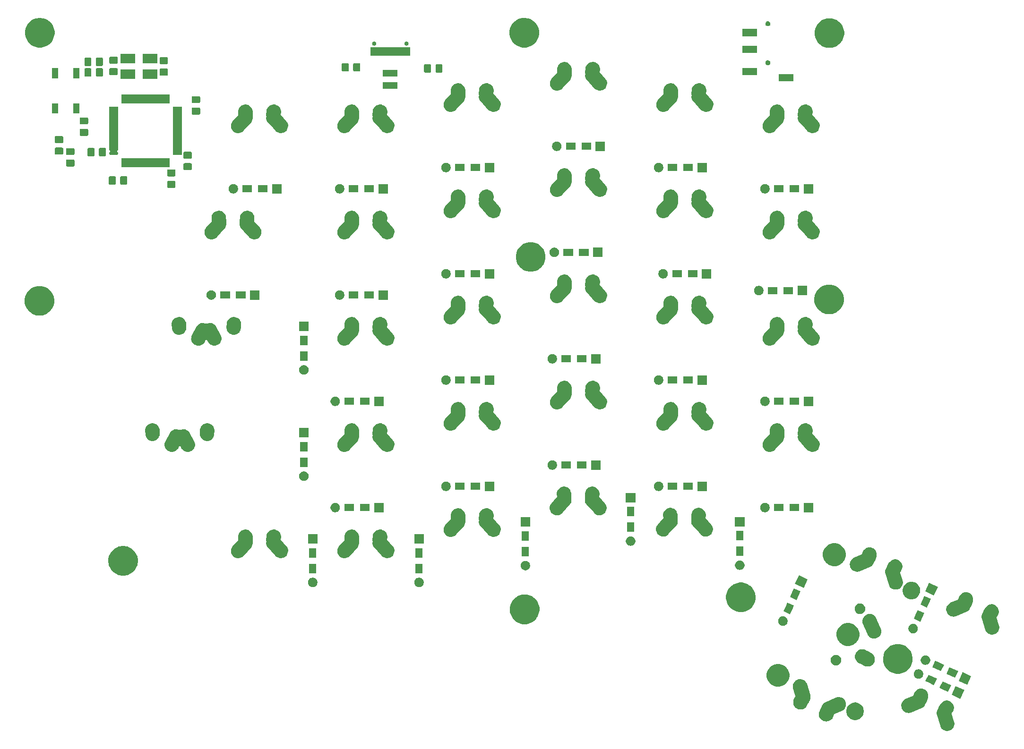
<source format=gbr>
G04 #@! TF.GenerationSoftware,KiCad,Pcbnew,(5.0.2)-1*
G04 #@! TF.CreationDate,2020-01-03T19:42:31+05:30*
G04 #@! TF.ProjectId,ergocape,6572676f-6361-4706-952e-6b696361645f,rev?*
G04 #@! TF.SameCoordinates,Original*
G04 #@! TF.FileFunction,Soldermask,Bot*
G04 #@! TF.FilePolarity,Negative*
%FSLAX46Y46*%
G04 Gerber Fmt 4.6, Leading zero omitted, Abs format (unit mm)*
G04 Created by KiCad (PCBNEW (5.0.2)-1) date 1/3/2020 7:42:31 PM*
%MOMM*%
%LPD*%
G01*
G04 APERTURE LIST*
%ADD10C,0.100000*%
G04 APERTURE END LIST*
D10*
G36*
X188190454Y-140176053D02*
X188344203Y-140178254D01*
X188594813Y-140231843D01*
X188594817Y-140231845D01*
X188594818Y-140231845D01*
X188830148Y-140333292D01*
X188830151Y-140333294D01*
X189041176Y-140478707D01*
X189144701Y-140585240D01*
X189219778Y-140662497D01*
X189359091Y-140877596D01*
X189453765Y-141115743D01*
X189500159Y-141367786D01*
X189497557Y-141549502D01*
X189496490Y-141624031D01*
X189442901Y-141874640D01*
X189442899Y-141874644D01*
X189442899Y-141874645D01*
X189414386Y-141940787D01*
X189366871Y-142051009D01*
X189227668Y-142302706D01*
X189121177Y-142495256D01*
X189111477Y-142517758D01*
X189106353Y-142541721D01*
X189106002Y-142566222D01*
X189110960Y-142592087D01*
X189538405Y-143998975D01*
X189575957Y-144187328D01*
X189576013Y-144315550D01*
X189576069Y-144443602D01*
X189526181Y-144694976D01*
X189428212Y-144931785D01*
X189285927Y-145144931D01*
X189104793Y-145326224D01*
X189043776Y-145367032D01*
X188891770Y-145468695D01*
X188812862Y-145501420D01*
X188655048Y-145566870D01*
X188529382Y-145591923D01*
X188403718Y-145616976D01*
X188232868Y-145617051D01*
X188147444Y-145617088D01*
X188147443Y-145617088D01*
X187896071Y-145567201D01*
X187728562Y-145497901D01*
X187659262Y-145469232D01*
X187446117Y-145326947D01*
X187264821Y-145145809D01*
X187122354Y-144932793D01*
X187122352Y-144932790D01*
X187048777Y-144755381D01*
X186441395Y-142756247D01*
X186403843Y-142567894D01*
X186403774Y-142408669D01*
X186403731Y-142311621D01*
X186453619Y-142060248D01*
X186551588Y-141823438D01*
X186639630Y-141691549D01*
X186651172Y-141669933D01*
X186657901Y-141648294D01*
X186670647Y-141588685D01*
X186670647Y-141588684D01*
X186670648Y-141588681D01*
X186719949Y-141474316D01*
X186746677Y-141412315D01*
X187089903Y-140791717D01*
X187198881Y-140633569D01*
X187198883Y-140633566D01*
X187382668Y-140454968D01*
X187597770Y-140315653D01*
X187835917Y-140220979D01*
X188045472Y-140182406D01*
X188087955Y-140174586D01*
X188087957Y-140174586D01*
X188190454Y-140176053D01*
X188190454Y-140176053D01*
G37*
G36*
X169092345Y-139572563D02*
X169179438Y-139597990D01*
X169338350Y-139644383D01*
X169565617Y-139762817D01*
X169765407Y-139923309D01*
X169765410Y-139923312D01*
X169930055Y-140119702D01*
X170053222Y-140344438D01*
X170115012Y-140540710D01*
X170130178Y-140588885D01*
X170154701Y-140813701D01*
X170157967Y-140843649D01*
X170135520Y-141098938D01*
X170126717Y-141129089D01*
X170063700Y-141344944D01*
X169945266Y-141572209D01*
X169784774Y-141772000D01*
X169784771Y-141772003D01*
X169588381Y-141936648D01*
X169419957Y-142028953D01*
X168067457Y-142605843D01*
X168045975Y-142617616D01*
X168027197Y-142633359D01*
X168011851Y-142652463D01*
X167999855Y-142675901D01*
X167817466Y-143149681D01*
X167817464Y-143149685D01*
X167731228Y-143321294D01*
X167573698Y-143523432D01*
X167379758Y-143690954D01*
X167156860Y-143817424D01*
X166913581Y-143897975D01*
X166809865Y-143910838D01*
X166659251Y-143929518D01*
X166659246Y-143929518D01*
X166403664Y-143910839D01*
X166403661Y-143910838D01*
X166403658Y-143910838D01*
X166156622Y-143842653D01*
X166156621Y-143842653D01*
X166156619Y-143842652D01*
X165927631Y-143727583D01*
X165725493Y-143570053D01*
X165557971Y-143376113D01*
X165431501Y-143153215D01*
X165350950Y-142909936D01*
X165336931Y-142796898D01*
X165319407Y-142655606D01*
X165319407Y-142655601D01*
X165338086Y-142400019D01*
X165338087Y-142400016D01*
X165338087Y-142400013D01*
X165389187Y-142214876D01*
X165389188Y-142214874D01*
X165389190Y-142214866D01*
X165643970Y-141553041D01*
X165730208Y-141381427D01*
X165767672Y-141333354D01*
X165780767Y-141312642D01*
X165789067Y-141291548D01*
X165833508Y-141139325D01*
X165951942Y-140912059D01*
X166112434Y-140712268D01*
X166112437Y-140712265D01*
X166308827Y-140547620D01*
X166477251Y-140455315D01*
X168158595Y-139738160D01*
X168399097Y-139635577D01*
X168582291Y-139577905D01*
X168837053Y-139550116D01*
X168837055Y-139550116D01*
X169092345Y-139572563D01*
X169092345Y-139572563D01*
G37*
G36*
X172048782Y-140540703D02*
X172253567Y-140581437D01*
X172337767Y-140616314D01*
X172540197Y-140700163D01*
X172798163Y-140872530D01*
X173017537Y-141091904D01*
X173189904Y-141349870D01*
X173251141Y-141497709D01*
X173302967Y-141622828D01*
X173308630Y-141636501D01*
X173369156Y-141940786D01*
X173369156Y-142251036D01*
X173360034Y-142296897D01*
X173308630Y-142555322D01*
X173268393Y-142652463D01*
X173189904Y-142841952D01*
X173017537Y-143099918D01*
X172798163Y-143319292D01*
X172540197Y-143491659D01*
X172372293Y-143561207D01*
X172253567Y-143610385D01*
X172138611Y-143633251D01*
X171949281Y-143670911D01*
X171639031Y-143670911D01*
X171449701Y-143633251D01*
X171334745Y-143610385D01*
X171216019Y-143561207D01*
X171048115Y-143491659D01*
X170790149Y-143319292D01*
X170570775Y-143099918D01*
X170398408Y-142841952D01*
X170319919Y-142652463D01*
X170279682Y-142555322D01*
X170228278Y-142296897D01*
X170219156Y-142251036D01*
X170219156Y-141940786D01*
X170279682Y-141636501D01*
X170285346Y-141622828D01*
X170337171Y-141497709D01*
X170398408Y-141349870D01*
X170570775Y-141091904D01*
X170790149Y-140872530D01*
X171048115Y-140700163D01*
X171250545Y-140616314D01*
X171334745Y-140581437D01*
X171539530Y-140540703D01*
X171639031Y-140520911D01*
X171949281Y-140520911D01*
X172048782Y-140540703D01*
X172048782Y-140540703D01*
G37*
G36*
X183816038Y-138042186D02*
X183816041Y-138042187D01*
X183816044Y-138042187D01*
X184063080Y-138110372D01*
X184063081Y-138110372D01*
X184063083Y-138110373D01*
X184292071Y-138225442D01*
X184494209Y-138382972D01*
X184661731Y-138576912D01*
X184788201Y-138799810D01*
X184868752Y-139043089D01*
X184882088Y-139150621D01*
X184900295Y-139297419D01*
X184900295Y-139297424D01*
X184881616Y-139553007D01*
X184881615Y-139553010D01*
X184881615Y-139553013D01*
X184851969Y-139660421D01*
X184830512Y-139738160D01*
X184575732Y-140399984D01*
X184489492Y-140571601D01*
X184452031Y-140619670D01*
X184438935Y-140640381D01*
X184430635Y-140661476D01*
X184386194Y-140813701D01*
X184267760Y-141040966D01*
X184107268Y-141240757D01*
X184107265Y-141240760D01*
X183910875Y-141405405D01*
X183742451Y-141497710D01*
X181820606Y-142317446D01*
X181820603Y-142317447D01*
X181637410Y-142375120D01*
X181382649Y-142402909D01*
X181382646Y-142402909D01*
X181127358Y-142380462D01*
X181067427Y-142362965D01*
X180881352Y-142308642D01*
X180654086Y-142190208D01*
X180454295Y-142029716D01*
X180453654Y-142028952D01*
X180289647Y-141833323D01*
X180166480Y-141608587D01*
X180089524Y-141364140D01*
X180071532Y-141199195D01*
X180061735Y-141109379D01*
X180062653Y-141098938D01*
X180084182Y-140854088D01*
X180102391Y-140791716D01*
X180156002Y-140608082D01*
X180274436Y-140380816D01*
X180434928Y-140181025D01*
X180434931Y-140181022D01*
X180631321Y-140016377D01*
X180799745Y-139924072D01*
X182063268Y-139385133D01*
X182152238Y-139347184D01*
X182173727Y-139335407D01*
X182192505Y-139319664D01*
X182207851Y-139300560D01*
X182219850Y-139277114D01*
X182402234Y-138803348D01*
X182404012Y-138799809D01*
X182488472Y-138631734D01*
X182500442Y-138616374D01*
X182646004Y-138429593D01*
X182839944Y-138262071D01*
X183062838Y-138135604D01*
X183183871Y-138095529D01*
X183306125Y-138055050D01*
X183560450Y-138023507D01*
X183560456Y-138023507D01*
X183816038Y-138042186D01*
X183816038Y-138042186D01*
G37*
G36*
X162323630Y-136385824D02*
X162560440Y-136483793D01*
X162773585Y-136626077D01*
X162853186Y-136705609D01*
X162954878Y-136807212D01*
X163097350Y-137020235D01*
X163170925Y-137197643D01*
X163778307Y-139196776D01*
X163815859Y-139385129D01*
X163815895Y-139469151D01*
X163815971Y-139641403D01*
X163766083Y-139892777D01*
X163668114Y-140129586D01*
X163580073Y-140261473D01*
X163568531Y-140283089D01*
X163561802Y-140304729D01*
X163550088Y-140359509D01*
X163549054Y-140364345D01*
X163499754Y-140478707D01*
X163473025Y-140540710D01*
X163209063Y-141017986D01*
X163129797Y-141161310D01*
X163020819Y-141319460D01*
X162837035Y-141498057D01*
X162621932Y-141637372D01*
X162383786Y-141732046D01*
X162131743Y-141778440D01*
X161885635Y-141774916D01*
X161875499Y-141774771D01*
X161624889Y-141721182D01*
X161389551Y-141619731D01*
X161389550Y-141619731D01*
X161389549Y-141619730D01*
X161178523Y-141474316D01*
X160999926Y-141290532D01*
X160860611Y-141075429D01*
X160765937Y-140837283D01*
X160719543Y-140585240D01*
X160723067Y-140339132D01*
X160723212Y-140328996D01*
X160776801Y-140078386D01*
X160780201Y-140070500D01*
X160852831Y-139902016D01*
X161098525Y-139457769D01*
X161108226Y-139435267D01*
X161113350Y-139411304D01*
X161113701Y-139386803D01*
X161108744Y-139360944D01*
X160681297Y-137954048D01*
X160643745Y-137765695D01*
X160643689Y-137637473D01*
X160643633Y-137509422D01*
X160693521Y-137258049D01*
X160791490Y-137021239D01*
X160933774Y-136808094D01*
X161106287Y-136635431D01*
X161114909Y-136626801D01*
X161115992Y-136626077D01*
X161327929Y-136484331D01*
X161327932Y-136484329D01*
X161440797Y-136437522D01*
X161564654Y-136386155D01*
X161614841Y-136376150D01*
X161815984Y-136336048D01*
X161944177Y-136335992D01*
X162072257Y-136335936D01*
X162323630Y-136385824D01*
X162323630Y-136385824D01*
G37*
G36*
X191350596Y-138311644D02*
X190631299Y-139854181D01*
X189088762Y-139134884D01*
X189808059Y-137592347D01*
X191350596Y-138311644D01*
X191350596Y-138311644D01*
G37*
G36*
X188229035Y-137076713D02*
X189000303Y-137436361D01*
X188450054Y-138616374D01*
X188450053Y-138616374D01*
X187364932Y-138110373D01*
X186907517Y-137897077D01*
X187457766Y-136717064D01*
X187457767Y-136717064D01*
X188229035Y-137076713D01*
X188229035Y-137076713D01*
G37*
G36*
X158578497Y-133688894D02*
X158578499Y-133688895D01*
X158578500Y-133688895D01*
X158950648Y-133843043D01*
X159285573Y-134066833D01*
X159570402Y-134351662D01*
X159794192Y-134686587D01*
X159933845Y-135023742D01*
X159948341Y-135058738D01*
X160026925Y-135453804D01*
X160026925Y-135856616D01*
X159949643Y-136245138D01*
X159948340Y-136251685D01*
X159794192Y-136623833D01*
X159570402Y-136958758D01*
X159285573Y-137243587D01*
X158950648Y-137467377D01*
X158578500Y-137621525D01*
X158578499Y-137621525D01*
X158578497Y-137621526D01*
X158183431Y-137700110D01*
X157780619Y-137700110D01*
X157385553Y-137621526D01*
X157385551Y-137621525D01*
X157385550Y-137621525D01*
X157013402Y-137467377D01*
X156678477Y-137243587D01*
X156393648Y-136958758D01*
X156169858Y-136623833D01*
X156015710Y-136251685D01*
X156014408Y-136245138D01*
X155937125Y-135856616D01*
X155937125Y-135453804D01*
X156015709Y-135058738D01*
X156030205Y-135023742D01*
X156169858Y-134686587D01*
X156393648Y-134351662D01*
X156678477Y-134066833D01*
X157013402Y-133843043D01*
X157385550Y-133688895D01*
X157385551Y-133688895D01*
X157385553Y-133688894D01*
X157780619Y-133610310D01*
X158183431Y-133610310D01*
X158578497Y-133688894D01*
X158578497Y-133688894D01*
G37*
G36*
X185517261Y-135812191D02*
X186462641Y-136253029D01*
X185912392Y-137433042D01*
X185912391Y-137433042D01*
X184913005Y-136967020D01*
X184369855Y-136713745D01*
X184920104Y-135533732D01*
X184920105Y-135533732D01*
X185517261Y-135812191D01*
X185517261Y-135812191D01*
G37*
G36*
X192600365Y-135812191D02*
X191881068Y-137354728D01*
X190338531Y-136635431D01*
X191057828Y-135092894D01*
X192600365Y-135812191D01*
X192600365Y-135812191D01*
G37*
G36*
X183398707Y-134608545D02*
X183553579Y-134672695D01*
X183692960Y-134765827D01*
X183811494Y-134884361D01*
X183904626Y-135023742D01*
X183968776Y-135178614D01*
X184001479Y-135343026D01*
X184001479Y-135510658D01*
X183968776Y-135675070D01*
X183904626Y-135829942D01*
X183811494Y-135969323D01*
X183692960Y-136087857D01*
X183553579Y-136180989D01*
X183398707Y-136245139D01*
X183234295Y-136277842D01*
X183066663Y-136277842D01*
X182902251Y-136245139D01*
X182747379Y-136180989D01*
X182607998Y-136087857D01*
X182489464Y-135969323D01*
X182396332Y-135829942D01*
X182332182Y-135675070D01*
X182299479Y-135510658D01*
X182299479Y-135343026D01*
X182332182Y-135178614D01*
X182396332Y-135023742D01*
X182489464Y-134884361D01*
X182607998Y-134765827D01*
X182747379Y-134672695D01*
X182902251Y-134608545D01*
X183066663Y-134575842D01*
X183234295Y-134575842D01*
X183398707Y-134608545D01*
X183398707Y-134608545D01*
G37*
G36*
X189109214Y-134404917D02*
X190250072Y-134936908D01*
X189699823Y-136116921D01*
X189699822Y-136116921D01*
X188752271Y-135675070D01*
X188157286Y-135397624D01*
X188707535Y-134217611D01*
X188707536Y-134217611D01*
X189109214Y-134404917D01*
X189109214Y-134404917D01*
G37*
G36*
X180224268Y-130165876D02*
X180706719Y-130365714D01*
X181137989Y-130653879D01*
X181140917Y-130655836D01*
X181510164Y-131025083D01*
X181510166Y-131025086D01*
X181800286Y-131459281D01*
X182000124Y-131941732D01*
X182032276Y-132103370D01*
X182102000Y-132453898D01*
X182102000Y-132976102D01*
X182062314Y-133175617D01*
X182000124Y-133488268D01*
X181800286Y-133970719D01*
X181635318Y-134217611D01*
X181510164Y-134404917D01*
X181140917Y-134774164D01*
X181140914Y-134774166D01*
X180706719Y-135064286D01*
X180224268Y-135264124D01*
X179712102Y-135366000D01*
X179189898Y-135366000D01*
X178677732Y-135264124D01*
X178195281Y-135064286D01*
X177761086Y-134774166D01*
X177761083Y-134774164D01*
X177391836Y-134404917D01*
X177266682Y-134217611D01*
X177101714Y-133970719D01*
X176901876Y-133488268D01*
X176839686Y-133175617D01*
X176800000Y-132976102D01*
X176800000Y-132453898D01*
X176869724Y-132103370D01*
X176901876Y-131941732D01*
X177101714Y-131459281D01*
X177391834Y-131025086D01*
X177391836Y-131025083D01*
X177761083Y-130655836D01*
X177764011Y-130653879D01*
X178195281Y-130365714D01*
X178677732Y-130165876D01*
X179189898Y-130064000D01*
X179712102Y-130064000D01*
X180224268Y-130165876D01*
X180224268Y-130165876D01*
G37*
G36*
X186757592Y-133308337D02*
X187712410Y-133753576D01*
X187162161Y-134933589D01*
X187162160Y-134933589D01*
X186028421Y-134404917D01*
X185619624Y-134214292D01*
X186169873Y-133034279D01*
X186169874Y-133034279D01*
X186757592Y-133308337D01*
X186757592Y-133308337D01*
G37*
G36*
X173456983Y-131029659D02*
X173456985Y-131029660D01*
X173456986Y-131029660D01*
X173693753Y-131127732D01*
X173825444Y-131215725D01*
X173847055Y-131227276D01*
X173868848Y-131234048D01*
X173926915Y-131246417D01*
X174103343Y-131322308D01*
X174103345Y-131322309D01*
X174724213Y-131665047D01*
X174882448Y-131773900D01*
X175061194Y-131957549D01*
X175159514Y-132109093D01*
X175200678Y-132172542D01*
X175295537Y-132410608D01*
X175342129Y-132662612D01*
X175338663Y-132918867D01*
X175304359Y-133079908D01*
X175285271Y-133169516D01*
X175184006Y-133404934D01*
X175038758Y-133616073D01*
X174855110Y-133794819D01*
X174640119Y-133934302D01*
X174640116Y-133934303D01*
X174402051Y-134029162D01*
X174300005Y-134048029D01*
X174150045Y-134075755D01*
X173906780Y-134072464D01*
X173893790Y-134072288D01*
X173643141Y-134018897D01*
X173466715Y-133943006D01*
X173466713Y-133943005D01*
X172845844Y-133600267D01*
X172786898Y-133559716D01*
X172765453Y-133547879D01*
X172740446Y-133540108D01*
X172698013Y-133531667D01*
X172698011Y-133531666D01*
X172698010Y-133531666D01*
X172461243Y-133433594D01*
X172248159Y-133291216D01*
X172248156Y-133291214D01*
X172066947Y-133110005D01*
X171924567Y-132896918D01*
X171902471Y-132843573D01*
X171826495Y-132660151D01*
X171788031Y-132466778D01*
X171776498Y-132408802D01*
X171776498Y-132152524D01*
X171826494Y-131901178D01*
X171883840Y-131762733D01*
X171924567Y-131664408D01*
X172066945Y-131451324D01*
X172066947Y-131451321D01*
X172248156Y-131270112D01*
X172461243Y-131127732D01*
X172698010Y-131029660D01*
X172698011Y-131029660D01*
X172698013Y-131029659D01*
X172949359Y-130979663D01*
X173205637Y-130979663D01*
X173456983Y-131029659D01*
X173456983Y-131029659D01*
G37*
G36*
X168639308Y-132014010D02*
X168812378Y-132085698D01*
X168968142Y-132189776D01*
X169100600Y-132322234D01*
X169204678Y-132477998D01*
X169276366Y-132651068D01*
X169312912Y-132834797D01*
X169312912Y-133022131D01*
X169276366Y-133205860D01*
X169204678Y-133378930D01*
X169100600Y-133534694D01*
X168968142Y-133667152D01*
X168812378Y-133771230D01*
X168639308Y-133842918D01*
X168455579Y-133879464D01*
X168268245Y-133879464D01*
X168084516Y-133842918D01*
X167911446Y-133771230D01*
X167755682Y-133667152D01*
X167623224Y-133534694D01*
X167519146Y-133378930D01*
X167447458Y-133205860D01*
X167410912Y-133022131D01*
X167410912Y-132834797D01*
X167447458Y-132651068D01*
X167519146Y-132477998D01*
X167623224Y-132322234D01*
X167755682Y-132189776D01*
X167911446Y-132085698D01*
X168084516Y-132014010D01*
X168268245Y-131977464D01*
X168455579Y-131977464D01*
X168639308Y-132014010D01*
X168639308Y-132014010D01*
G37*
G36*
X184648476Y-132109092D02*
X184803348Y-132173242D01*
X184942729Y-132266374D01*
X185061263Y-132384908D01*
X185154395Y-132524289D01*
X185218545Y-132679161D01*
X185251248Y-132843573D01*
X185251248Y-133011205D01*
X185218545Y-133175617D01*
X185154395Y-133330489D01*
X185061263Y-133469870D01*
X184942729Y-133588404D01*
X184803348Y-133681536D01*
X184648476Y-133745686D01*
X184484064Y-133778389D01*
X184316432Y-133778389D01*
X184152020Y-133745686D01*
X183997148Y-133681536D01*
X183857767Y-133588404D01*
X183739233Y-133469870D01*
X183646101Y-133330489D01*
X183581951Y-133175617D01*
X183549248Y-133011205D01*
X183549248Y-132843573D01*
X183581951Y-132679161D01*
X183646101Y-132524289D01*
X183739233Y-132384908D01*
X183857767Y-132266374D01*
X183997148Y-132173242D01*
X184152020Y-132109092D01*
X184316432Y-132076389D01*
X184484064Y-132076389D01*
X184648476Y-132109092D01*
X184648476Y-132109092D01*
G37*
G36*
X171105285Y-126358104D02*
X171105287Y-126358105D01*
X171105288Y-126358105D01*
X171477436Y-126512253D01*
X171812361Y-126736043D01*
X172097190Y-127020872D01*
X172320980Y-127355797D01*
X172455800Y-127681283D01*
X172475129Y-127727948D01*
X172553713Y-128123014D01*
X172553713Y-128525826D01*
X172478876Y-128902056D01*
X172475128Y-128920895D01*
X172320980Y-129293043D01*
X172097190Y-129627968D01*
X171812361Y-129912797D01*
X171477436Y-130136587D01*
X171105288Y-130290735D01*
X171105287Y-130290735D01*
X171105285Y-130290736D01*
X170710219Y-130369320D01*
X170307407Y-130369320D01*
X169912341Y-130290736D01*
X169912339Y-130290735D01*
X169912338Y-130290735D01*
X169540190Y-130136587D01*
X169205265Y-129912797D01*
X168920436Y-129627968D01*
X168696646Y-129293043D01*
X168542498Y-128920895D01*
X168538751Y-128902056D01*
X168463913Y-128525826D01*
X168463913Y-128123014D01*
X168542497Y-127727948D01*
X168561826Y-127681283D01*
X168696646Y-127355797D01*
X168920436Y-127020872D01*
X169205265Y-126736043D01*
X169540190Y-126512253D01*
X169912338Y-126358105D01*
X169912339Y-126358105D01*
X169912341Y-126358104D01*
X170307407Y-126279520D01*
X170710219Y-126279520D01*
X171105285Y-126358104D01*
X171105285Y-126358104D01*
G37*
G36*
X174662603Y-124660065D02*
X174701346Y-124671376D01*
X174908609Y-124731885D01*
X175135875Y-124850319D01*
X175335666Y-125010811D01*
X175335669Y-125010814D01*
X175500314Y-125207204D01*
X175592619Y-125375628D01*
X176252275Y-126922169D01*
X176335150Y-127116466D01*
X176341866Y-127128873D01*
X176389468Y-127243794D01*
X176389975Y-127245000D01*
X176412357Y-127297475D01*
X176412779Y-127298815D01*
X176416526Y-127309119D01*
X176441594Y-127369638D01*
X176451456Y-127419218D01*
X176454821Y-127432361D01*
X176470029Y-127480668D01*
X176475019Y-127526411D01*
X176477144Y-127545899D01*
X176478809Y-127556731D01*
X176491590Y-127620985D01*
X176491590Y-127671538D01*
X176492327Y-127685092D01*
X176497818Y-127735430D01*
X176492070Y-127800799D01*
X176491590Y-127811748D01*
X176491590Y-127877261D01*
X176481727Y-127926845D01*
X176479807Y-127940268D01*
X176475371Y-127990722D01*
X176475370Y-127990725D01*
X176456984Y-128053703D01*
X176454377Y-128064347D01*
X176441594Y-128128609D01*
X176422245Y-128175322D01*
X176417739Y-128188128D01*
X176403552Y-128236723D01*
X176373231Y-128294907D01*
X176368597Y-128304840D01*
X176343521Y-128365379D01*
X176315430Y-128407420D01*
X176308512Y-128419101D01*
X176285120Y-128463989D01*
X176244038Y-128515130D01*
X176237559Y-128523963D01*
X176236314Y-128525826D01*
X176201141Y-128578466D01*
X176165378Y-128614229D01*
X176156315Y-128624334D01*
X176124625Y-128663784D01*
X176124622Y-128663787D01*
X176074356Y-128705927D01*
X176066288Y-128713319D01*
X176019932Y-128759675D01*
X175977864Y-128787784D01*
X175967015Y-128795918D01*
X175928232Y-128828432D01*
X175870722Y-128859950D01*
X175861366Y-128865625D01*
X175806845Y-128902055D01*
X175760096Y-128921419D01*
X175747862Y-128927284D01*
X175703496Y-128951599D01*
X175640965Y-128971285D01*
X175630670Y-128975029D01*
X175570078Y-129000127D01*
X175570077Y-129000127D01*
X175570075Y-129000128D01*
X175520436Y-129010002D01*
X175507289Y-129013368D01*
X175500400Y-129015537D01*
X175459050Y-129028555D01*
X175444923Y-129030096D01*
X175393890Y-129035662D01*
X175383069Y-129037326D01*
X175318727Y-129050124D01*
X175268107Y-129050124D01*
X175254553Y-129050861D01*
X175204288Y-129056344D01*
X175204285Y-129056344D01*
X175138998Y-129050603D01*
X175128061Y-129050124D01*
X175062453Y-129050124D01*
X175012791Y-129040246D01*
X174999372Y-129038326D01*
X174948996Y-129033897D01*
X174948993Y-129033896D01*
X174948992Y-129033896D01*
X174886106Y-129015537D01*
X174875462Y-129012930D01*
X174811105Y-129000129D01*
X174776993Y-128985999D01*
X174764315Y-128980747D01*
X174751514Y-128976243D01*
X174702994Y-128962078D01*
X174644899Y-128931803D01*
X174634966Y-128927169D01*
X174574336Y-128902056D01*
X174532222Y-128873916D01*
X174520543Y-128866999D01*
X174500653Y-128856633D01*
X174475725Y-128843643D01*
X174441850Y-128816431D01*
X174424669Y-128802630D01*
X174415834Y-128796149D01*
X174361250Y-128759677D01*
X174325427Y-128723854D01*
X174315322Y-128714791D01*
X174275934Y-128683151D01*
X174259700Y-128663787D01*
X174233853Y-128632957D01*
X174226461Y-128624888D01*
X174180039Y-128578466D01*
X174151888Y-128536335D01*
X174143744Y-128525474D01*
X174111288Y-128486760D01*
X174111286Y-128486758D01*
X174079814Y-128429333D01*
X174074136Y-128419971D01*
X174037659Y-128365379D01*
X173991207Y-128253234D01*
X173990761Y-128252174D01*
X173199245Y-126396489D01*
X173141571Y-126213293D01*
X173124720Y-126058806D01*
X173113782Y-125958532D01*
X173120321Y-125884164D01*
X173136229Y-125703241D01*
X173176707Y-125564593D01*
X173208049Y-125457235D01*
X173326483Y-125229969D01*
X173486975Y-125030178D01*
X173486978Y-125030175D01*
X173683368Y-124865530D01*
X173908104Y-124742363D01*
X174152551Y-124665407D01*
X174201525Y-124660065D01*
X174407312Y-124637618D01*
X174407315Y-124637618D01*
X174662603Y-124660065D01*
X174662603Y-124660065D01*
G37*
G36*
X196241333Y-122910890D02*
X196395082Y-122913091D01*
X196645692Y-122966680D01*
X196645696Y-122966682D01*
X196645697Y-122966682D01*
X196881027Y-123068129D01*
X196881030Y-123068131D01*
X197092055Y-123213544D01*
X197182324Y-123306436D01*
X197270657Y-123397334D01*
X197409970Y-123612433D01*
X197504644Y-123850580D01*
X197551038Y-124102623D01*
X197549033Y-124242646D01*
X197547369Y-124358868D01*
X197493780Y-124609477D01*
X197493778Y-124609481D01*
X197493778Y-124609482D01*
X197467096Y-124671376D01*
X197417750Y-124785846D01*
X197291869Y-125013454D01*
X197172056Y-125230093D01*
X197162356Y-125252595D01*
X197157232Y-125276558D01*
X197156881Y-125301059D01*
X197161839Y-125326924D01*
X197589284Y-126733812D01*
X197626836Y-126922165D01*
X197626879Y-127020870D01*
X197626948Y-127178439D01*
X197577060Y-127429813D01*
X197479091Y-127666622D01*
X197336806Y-127879768D01*
X197155672Y-128061061D01*
X197054669Y-128128612D01*
X196942649Y-128203532D01*
X196863741Y-128236257D01*
X196705927Y-128301707D01*
X196580261Y-128326760D01*
X196454597Y-128351813D01*
X196283752Y-128351888D01*
X196198323Y-128351925D01*
X196198322Y-128351925D01*
X195946950Y-128302038D01*
X195779441Y-128232738D01*
X195710141Y-128204069D01*
X195496996Y-128061784D01*
X195315700Y-127880646D01*
X195173233Y-127667630D01*
X195173231Y-127667627D01*
X195099656Y-127490218D01*
X194492274Y-125491084D01*
X194454722Y-125302731D01*
X194454653Y-125143506D01*
X194454610Y-125046458D01*
X194504498Y-124795085D01*
X194602467Y-124558275D01*
X194690509Y-124426386D01*
X194702051Y-124404770D01*
X194708780Y-124383131D01*
X194721526Y-124323522D01*
X194721526Y-124323521D01*
X194721527Y-124323518D01*
X194768474Y-124214616D01*
X194797556Y-124147152D01*
X195140782Y-123526554D01*
X195249760Y-123368406D01*
X195249762Y-123368403D01*
X195433547Y-123189805D01*
X195648649Y-123050490D01*
X195886796Y-122955816D01*
X196096351Y-122917243D01*
X196138834Y-122909423D01*
X196138836Y-122909423D01*
X196241333Y-122910890D01*
X196241333Y-122910890D01*
G37*
G36*
X182437492Y-126459886D02*
X182592364Y-126524036D01*
X182731745Y-126617168D01*
X182850279Y-126735702D01*
X182943411Y-126875083D01*
X183007561Y-127029955D01*
X183040264Y-127194367D01*
X183040264Y-127361999D01*
X183007561Y-127526411D01*
X182943411Y-127681283D01*
X182850279Y-127820664D01*
X182731745Y-127939198D01*
X182592364Y-128032330D01*
X182437492Y-128096480D01*
X182273080Y-128129183D01*
X182105448Y-128129183D01*
X181941036Y-128096480D01*
X181786164Y-128032330D01*
X181646783Y-127939198D01*
X181528249Y-127820664D01*
X181435117Y-127681283D01*
X181370967Y-127526411D01*
X181338264Y-127361999D01*
X181338264Y-127194367D01*
X181370967Y-127029955D01*
X181435117Y-126875083D01*
X181528249Y-126735702D01*
X181646783Y-126617168D01*
X181786164Y-126524036D01*
X181941036Y-126459886D01*
X182105448Y-126427183D01*
X182273080Y-126427183D01*
X182437492Y-126459886D01*
X182437492Y-126459886D01*
G37*
G36*
X159102865Y-125099903D02*
X159257737Y-125164053D01*
X159397118Y-125257185D01*
X159515652Y-125375719D01*
X159608784Y-125515100D01*
X159672934Y-125669972D01*
X159705637Y-125834384D01*
X159705637Y-126002016D01*
X159672934Y-126166428D01*
X159608784Y-126321300D01*
X159515652Y-126460681D01*
X159397118Y-126579215D01*
X159257737Y-126672347D01*
X159102865Y-126736497D01*
X158938453Y-126769200D01*
X158770821Y-126769200D01*
X158606409Y-126736497D01*
X158451537Y-126672347D01*
X158312156Y-126579215D01*
X158193622Y-126460681D01*
X158100490Y-126321300D01*
X158036340Y-126166428D01*
X158003637Y-126002016D01*
X158003637Y-125834384D01*
X158036340Y-125669972D01*
X158100490Y-125515100D01*
X158193622Y-125375719D01*
X158312156Y-125257185D01*
X158451537Y-125164053D01*
X158606409Y-125099903D01*
X158770821Y-125067200D01*
X158938453Y-125067200D01*
X159102865Y-125099903D01*
X159102865Y-125099903D01*
G37*
G36*
X112992128Y-121202947D02*
X113358768Y-121275876D01*
X113841219Y-121475714D01*
X114147384Y-121680287D01*
X114275417Y-121765836D01*
X114644664Y-122135083D01*
X114644666Y-122135086D01*
X114934786Y-122569281D01*
X115134624Y-123051732D01*
X115155421Y-123156287D01*
X115236500Y-123563898D01*
X115236500Y-124086102D01*
X115189275Y-124323518D01*
X115134624Y-124598268D01*
X114934786Y-125080719D01*
X114717143Y-125406444D01*
X114644664Y-125514917D01*
X114275417Y-125884164D01*
X114275414Y-125884166D01*
X113841219Y-126174286D01*
X113358768Y-126374124D01*
X113246346Y-126396486D01*
X112846602Y-126476000D01*
X112324398Y-126476000D01*
X111924654Y-126396486D01*
X111812232Y-126374124D01*
X111329781Y-126174286D01*
X110895586Y-125884166D01*
X110895583Y-125884164D01*
X110526336Y-125514917D01*
X110453857Y-125406444D01*
X110236214Y-125080719D01*
X110036376Y-124598268D01*
X109981725Y-124323518D01*
X109934500Y-124086102D01*
X109934500Y-123563898D01*
X110015579Y-123156287D01*
X110036376Y-123051732D01*
X110236214Y-122569281D01*
X110526334Y-122135086D01*
X110526336Y-122135083D01*
X110895583Y-121765836D01*
X111023616Y-121680287D01*
X111329781Y-121475714D01*
X111812232Y-121275876D01*
X112178872Y-121202947D01*
X112324398Y-121174000D01*
X112846602Y-121174000D01*
X112992128Y-121202947D01*
X112992128Y-121202947D01*
G37*
G36*
X184195464Y-124516270D02*
X184195464Y-124516271D01*
X183923311Y-125099904D01*
X183514230Y-125977181D01*
X183476167Y-126058806D01*
X183476167Y-126058807D01*
X182296154Y-125508558D01*
X182320086Y-125457236D01*
X182684291Y-124676195D01*
X183015451Y-123966021D01*
X184195464Y-124516270D01*
X184195464Y-124516270D01*
G37*
G36*
X191866917Y-120777023D02*
X191866920Y-120777024D01*
X191866923Y-120777024D01*
X192113959Y-120845209D01*
X192113960Y-120845209D01*
X192113962Y-120845210D01*
X192342950Y-120960279D01*
X192545088Y-121117809D01*
X192712610Y-121311749D01*
X192839080Y-121534647D01*
X192919631Y-121777926D01*
X192919631Y-121777930D01*
X192951174Y-122032256D01*
X192951174Y-122032261D01*
X192932495Y-122287844D01*
X192932494Y-122287847D01*
X192932494Y-122287850D01*
X192905636Y-122385157D01*
X192881391Y-122472997D01*
X192626611Y-123134821D01*
X192540371Y-123306438D01*
X192502910Y-123354507D01*
X192489814Y-123375218D01*
X192481514Y-123396313D01*
X192437073Y-123548538D01*
X192318639Y-123775803D01*
X192158147Y-123975594D01*
X192158144Y-123975597D01*
X191961754Y-124140242D01*
X191793330Y-124232547D01*
X189871485Y-125052283D01*
X189871482Y-125052284D01*
X189688289Y-125109957D01*
X189433528Y-125137746D01*
X189433525Y-125137746D01*
X189178237Y-125115299D01*
X189118306Y-125097802D01*
X188932231Y-125043479D01*
X188704965Y-124925045D01*
X188505174Y-124764553D01*
X188505171Y-124764550D01*
X188340526Y-124568160D01*
X188217359Y-124343424D01*
X188140403Y-124098977D01*
X188126945Y-123975594D01*
X188112614Y-123844216D01*
X188112614Y-123844213D01*
X188135061Y-123588925D01*
X188153270Y-123526553D01*
X188206881Y-123342919D01*
X188325315Y-123115653D01*
X188485807Y-122915862D01*
X188485810Y-122915859D01*
X188682200Y-122751214D01*
X188850624Y-122658909D01*
X190203116Y-122082021D01*
X190224606Y-122070244D01*
X190243384Y-122054501D01*
X190258730Y-122035397D01*
X190270729Y-122011951D01*
X190453113Y-121538185D01*
X190454891Y-121534646D01*
X190539351Y-121366571D01*
X190582074Y-121311750D01*
X190696883Y-121164430D01*
X190890823Y-120996908D01*
X191113717Y-120870441D01*
X191234750Y-120830366D01*
X191357004Y-120789887D01*
X191611329Y-120758344D01*
X191611335Y-120758344D01*
X191866917Y-120777023D01*
X191866917Y-120777023D01*
G37*
G36*
X160860837Y-123156287D02*
X160860837Y-123156288D01*
X160618445Y-123676098D01*
X160157123Y-124665407D01*
X160141540Y-124698823D01*
X160141540Y-124698824D01*
X158961527Y-124148575D01*
X158962187Y-124147160D01*
X159434247Y-123134825D01*
X159680824Y-122606038D01*
X160860837Y-123156287D01*
X160860837Y-123156287D01*
G37*
G36*
X172933110Y-122805922D02*
X173106180Y-122877610D01*
X173261944Y-122981688D01*
X173394402Y-123114146D01*
X173498480Y-123269910D01*
X173570168Y-123442980D01*
X173606714Y-123626709D01*
X173606714Y-123814043D01*
X173570168Y-123997772D01*
X173498480Y-124170842D01*
X173394402Y-124326606D01*
X173261944Y-124459064D01*
X173106180Y-124563142D01*
X172933110Y-124634830D01*
X172749381Y-124671376D01*
X172562047Y-124671376D01*
X172378318Y-124634830D01*
X172205248Y-124563142D01*
X172049484Y-124459064D01*
X171917026Y-124326606D01*
X171812948Y-124170842D01*
X171741260Y-123997772D01*
X171704714Y-123814043D01*
X171704714Y-123626709D01*
X171741260Y-123442980D01*
X171812948Y-123269910D01*
X171917026Y-123114146D01*
X172049484Y-122981688D01*
X172205248Y-122877610D01*
X172378318Y-122805922D01*
X172562047Y-122769376D01*
X172749381Y-122769376D01*
X172933110Y-122805922D01*
X172933110Y-122805922D01*
G37*
G36*
X151813654Y-119061158D02*
X152093768Y-119116876D01*
X152576219Y-119316714D01*
X152904749Y-119536231D01*
X153010417Y-119606836D01*
X153379664Y-119976083D01*
X153379666Y-119976086D01*
X153669786Y-120410281D01*
X153869624Y-120892732D01*
X153901824Y-121054611D01*
X153971500Y-121404898D01*
X153971500Y-121927102D01*
X153949959Y-122035397D01*
X153869624Y-122439268D01*
X153669786Y-122921719D01*
X153474794Y-123213545D01*
X153379664Y-123355917D01*
X153010417Y-123725164D01*
X153010414Y-123725166D01*
X152576219Y-124015286D01*
X152093768Y-124215124D01*
X152053966Y-124223041D01*
X151581602Y-124317000D01*
X151059398Y-124317000D01*
X150587034Y-124223041D01*
X150547232Y-124215124D01*
X150064781Y-124015286D01*
X149630586Y-123725166D01*
X149630583Y-123725164D01*
X149261336Y-123355917D01*
X149166206Y-123213545D01*
X148971214Y-122921719D01*
X148771376Y-122439268D01*
X148691041Y-122035397D01*
X148669500Y-121927102D01*
X148669500Y-121404898D01*
X148739176Y-121054611D01*
X148771376Y-120892732D01*
X148971214Y-120410281D01*
X149261334Y-119976086D01*
X149261336Y-119976083D01*
X149630583Y-119606836D01*
X149736251Y-119536231D01*
X150064781Y-119316714D01*
X150547232Y-119116876D01*
X150827346Y-119061158D01*
X151059398Y-119015000D01*
X151581602Y-119015000D01*
X151813654Y-119061158D01*
X151813654Y-119061158D01*
G37*
G36*
X185378796Y-121978608D02*
X185378796Y-121978609D01*
X185103361Y-122569281D01*
X184730724Y-123368403D01*
X184659499Y-123521144D01*
X184659499Y-123521145D01*
X183479486Y-122970896D01*
X183481452Y-122966680D01*
X183908754Y-122050328D01*
X184198783Y-121428359D01*
X185378796Y-121978608D01*
X185378796Y-121978608D01*
G37*
G36*
X162044169Y-120618625D02*
X162044169Y-120618626D01*
X161785193Y-121174000D01*
X161337033Y-122135083D01*
X161324872Y-122161161D01*
X161324872Y-122161162D01*
X160144859Y-121610913D01*
X160151266Y-121597174D01*
X160607571Y-120618625D01*
X160864156Y-120068376D01*
X162044169Y-120618625D01*
X162044169Y-120618625D01*
G37*
G36*
X182180621Y-118909934D02*
X182344001Y-118942432D01*
X182462727Y-118991610D01*
X182630631Y-119061158D01*
X182888597Y-119233525D01*
X183107971Y-119452899D01*
X183280338Y-119710865D01*
X183335795Y-119844750D01*
X183399064Y-119997495D01*
X183459590Y-120301782D01*
X183459590Y-120612030D01*
X183399064Y-120916317D01*
X183380854Y-120960279D01*
X183280338Y-121202947D01*
X183107971Y-121460913D01*
X182888597Y-121680287D01*
X182630631Y-121852654D01*
X182462727Y-121922202D01*
X182344001Y-121971380D01*
X182191857Y-122001643D01*
X182039715Y-122031906D01*
X181729465Y-122031906D01*
X181577323Y-122001643D01*
X181425179Y-121971380D01*
X181306453Y-121922202D01*
X181138549Y-121852654D01*
X180880583Y-121680287D01*
X180661209Y-121460913D01*
X180488842Y-121202947D01*
X180388326Y-120960279D01*
X180370116Y-120916317D01*
X180309590Y-120612030D01*
X180309590Y-120301782D01*
X180370116Y-119997495D01*
X180433385Y-119844750D01*
X180488842Y-119710865D01*
X180661209Y-119452899D01*
X180880583Y-119233525D01*
X181138549Y-119061158D01*
X181306453Y-118991610D01*
X181425179Y-118942432D01*
X181588559Y-118909934D01*
X181729465Y-118881906D01*
X182039715Y-118881906D01*
X182180621Y-118909934D01*
X182180621Y-118909934D01*
G37*
G36*
X186616603Y-119797363D02*
X185897306Y-121339900D01*
X184354769Y-120620603D01*
X185074066Y-119078066D01*
X186616603Y-119797363D01*
X186616603Y-119797363D01*
G37*
G36*
X178963960Y-114848159D02*
X179117709Y-114850360D01*
X179368319Y-114903949D01*
X179368323Y-114903951D01*
X179368324Y-114903951D01*
X179603654Y-115005398D01*
X179603657Y-115005400D01*
X179814682Y-115150813D01*
X179904951Y-115243705D01*
X179993284Y-115334603D01*
X180132597Y-115549702D01*
X180227271Y-115787849D01*
X180273665Y-116039892D01*
X180271660Y-116179915D01*
X180269996Y-116296137D01*
X180216407Y-116546746D01*
X180140377Y-116723115D01*
X180006761Y-116964710D01*
X179894683Y-117167362D01*
X179884983Y-117189864D01*
X179879859Y-117213827D01*
X179879508Y-117238328D01*
X179884466Y-117264193D01*
X180311911Y-118671081D01*
X180349463Y-118859434D01*
X180349499Y-118942432D01*
X180349575Y-119115708D01*
X180299687Y-119367082D01*
X180201718Y-119603891D01*
X180059433Y-119817037D01*
X179878299Y-119998330D01*
X179773564Y-120068377D01*
X179665276Y-120140801D01*
X179586368Y-120173526D01*
X179428554Y-120238976D01*
X179302888Y-120264029D01*
X179177224Y-120289082D01*
X179006377Y-120289157D01*
X178920950Y-120289194D01*
X178920949Y-120289194D01*
X178669577Y-120239307D01*
X178502068Y-120170007D01*
X178432768Y-120141338D01*
X178219623Y-119999053D01*
X178038327Y-119817915D01*
X177895860Y-119604899D01*
X177895858Y-119604896D01*
X177822283Y-119427487D01*
X177214901Y-117428353D01*
X177177349Y-117240000D01*
X177177280Y-117080775D01*
X177177237Y-116983727D01*
X177227125Y-116732354D01*
X177325094Y-116495544D01*
X177413136Y-116363655D01*
X177424678Y-116342039D01*
X177431407Y-116320400D01*
X177444153Y-116260791D01*
X177444153Y-116260790D01*
X177444154Y-116260787D01*
X177491101Y-116151885D01*
X177520183Y-116084421D01*
X177863409Y-115463823D01*
X177972387Y-115305675D01*
X177972389Y-115305672D01*
X178156174Y-115127074D01*
X178371276Y-114987759D01*
X178609423Y-114893085D01*
X178818978Y-114854512D01*
X178861461Y-114846692D01*
X178861463Y-114846692D01*
X178963960Y-114848159D01*
X178963960Y-114848159D01*
G37*
G36*
X163281976Y-118437380D02*
X162562679Y-119979917D01*
X161020142Y-119260620D01*
X161739439Y-117718083D01*
X163281976Y-118437380D01*
X163281976Y-118437380D01*
G37*
G36*
X74860728Y-118175453D02*
X75015600Y-118239603D01*
X75154981Y-118332735D01*
X75273515Y-118451269D01*
X75366647Y-118590650D01*
X75430797Y-118745522D01*
X75463500Y-118909934D01*
X75463500Y-119077566D01*
X75430797Y-119241978D01*
X75366647Y-119396850D01*
X75273515Y-119536231D01*
X75154981Y-119654765D01*
X75015600Y-119747897D01*
X74860728Y-119812047D01*
X74696316Y-119844750D01*
X74528684Y-119844750D01*
X74364272Y-119812047D01*
X74209400Y-119747897D01*
X74070019Y-119654765D01*
X73951485Y-119536231D01*
X73858353Y-119396850D01*
X73794203Y-119241978D01*
X73761500Y-119077566D01*
X73761500Y-118909934D01*
X73794203Y-118745522D01*
X73858353Y-118590650D01*
X73951485Y-118451269D01*
X74070019Y-118332735D01*
X74209400Y-118239603D01*
X74364272Y-118175453D01*
X74528684Y-118142750D01*
X74696316Y-118142750D01*
X74860728Y-118175453D01*
X74860728Y-118175453D01*
G37*
G36*
X93910728Y-118175453D02*
X94065600Y-118239603D01*
X94204981Y-118332735D01*
X94323515Y-118451269D01*
X94416647Y-118590650D01*
X94480797Y-118745522D01*
X94513500Y-118909934D01*
X94513500Y-119077566D01*
X94480797Y-119241978D01*
X94416647Y-119396850D01*
X94323515Y-119536231D01*
X94204981Y-119654765D01*
X94065600Y-119747897D01*
X93910728Y-119812047D01*
X93746316Y-119844750D01*
X93578684Y-119844750D01*
X93414272Y-119812047D01*
X93259400Y-119747897D01*
X93120019Y-119654765D01*
X93001485Y-119536231D01*
X92908353Y-119396850D01*
X92844203Y-119241978D01*
X92811500Y-119077566D01*
X92811500Y-118909934D01*
X92844203Y-118745522D01*
X92908353Y-118590650D01*
X93001485Y-118451269D01*
X93120019Y-118332735D01*
X93259400Y-118239603D01*
X93414272Y-118175453D01*
X93578684Y-118142750D01*
X93746316Y-118142750D01*
X93910728Y-118175453D01*
X93910728Y-118175453D01*
G37*
G36*
X41139232Y-112521867D02*
X41413268Y-112576376D01*
X41895719Y-112776214D01*
X42100842Y-112913273D01*
X42329917Y-113066336D01*
X42699164Y-113435583D01*
X42699166Y-113435586D01*
X42989286Y-113869781D01*
X43189124Y-114352232D01*
X43206888Y-114441539D01*
X43291000Y-114864398D01*
X43291000Y-115386602D01*
X43263234Y-115526192D01*
X43189124Y-115898768D01*
X42989286Y-116381219D01*
X42795027Y-116671948D01*
X42699164Y-116815417D01*
X42329917Y-117184664D01*
X42329914Y-117184666D01*
X41895719Y-117474786D01*
X41413268Y-117674624D01*
X41194784Y-117718083D01*
X40901102Y-117776500D01*
X40378898Y-117776500D01*
X40085216Y-117718083D01*
X39866732Y-117674624D01*
X39384281Y-117474786D01*
X38950086Y-117184666D01*
X38950083Y-117184664D01*
X38580836Y-116815417D01*
X38484973Y-116671948D01*
X38290714Y-116381219D01*
X38090876Y-115898768D01*
X38016766Y-115526192D01*
X37989000Y-115386602D01*
X37989000Y-114864398D01*
X38073112Y-114441539D01*
X38090876Y-114352232D01*
X38290714Y-113869781D01*
X38580834Y-113435586D01*
X38580836Y-113435583D01*
X38950083Y-113066336D01*
X39179158Y-112913273D01*
X39384281Y-112776214D01*
X39866732Y-112576376D01*
X40140768Y-112521867D01*
X40378898Y-112474500D01*
X40901102Y-112474500D01*
X41139232Y-112521867D01*
X41139232Y-112521867D01*
G37*
G36*
X75263500Y-117344750D02*
X73961500Y-117344750D01*
X73961500Y-115642750D01*
X75263500Y-115642750D01*
X75263500Y-117344750D01*
X75263500Y-117344750D01*
G37*
G36*
X94313500Y-117344750D02*
X93011500Y-117344750D01*
X93011500Y-115642750D01*
X94313500Y-115642750D01*
X94313500Y-117344750D01*
X94313500Y-117344750D01*
G37*
G36*
X174589544Y-112714292D02*
X174589547Y-112714293D01*
X174589550Y-112714293D01*
X174836586Y-112782478D01*
X174836587Y-112782478D01*
X174836589Y-112782479D01*
X175065577Y-112897548D01*
X175267715Y-113055078D01*
X175435237Y-113249018D01*
X175561707Y-113471916D01*
X175642258Y-113715195D01*
X175642258Y-113715199D01*
X175673801Y-113969525D01*
X175673801Y-113969530D01*
X175655122Y-114225113D01*
X175655121Y-114225116D01*
X175655121Y-114225119D01*
X175620036Y-114352232D01*
X175604018Y-114410266D01*
X175349238Y-115072090D01*
X175262998Y-115243707D01*
X175225537Y-115291776D01*
X175212441Y-115312487D01*
X175204141Y-115333582D01*
X175159700Y-115485807D01*
X175041266Y-115713072D01*
X174880774Y-115912863D01*
X174880771Y-115912866D01*
X174684381Y-116077511D01*
X174515957Y-116169816D01*
X172594112Y-116989552D01*
X172594109Y-116989553D01*
X172410916Y-117047226D01*
X172156155Y-117075015D01*
X172156152Y-117075015D01*
X171900864Y-117052568D01*
X171840933Y-117035071D01*
X171654858Y-116980748D01*
X171427592Y-116862314D01*
X171227801Y-116701822D01*
X171227798Y-116701819D01*
X171063153Y-116505429D01*
X170939986Y-116280693D01*
X170863030Y-116036246D01*
X170845038Y-115871301D01*
X170835241Y-115781485D01*
X170835241Y-115781482D01*
X170857688Y-115526194D01*
X170875897Y-115463822D01*
X170929508Y-115280188D01*
X171047942Y-115052922D01*
X171208434Y-114853131D01*
X171208437Y-114853128D01*
X171404827Y-114688483D01*
X171573251Y-114596178D01*
X172925743Y-114019290D01*
X172947233Y-114007513D01*
X172966011Y-113991770D01*
X172981357Y-113972666D01*
X172993356Y-113949220D01*
X173175740Y-113475454D01*
X173203741Y-113419732D01*
X173261978Y-113303840D01*
X173304701Y-113249019D01*
X173419510Y-113101699D01*
X173613450Y-112934177D01*
X173836344Y-112807710D01*
X173957377Y-112767635D01*
X174079631Y-112727156D01*
X174333956Y-112695613D01*
X174333962Y-112695613D01*
X174589544Y-112714292D01*
X174589544Y-112714292D01*
G37*
G36*
X112960728Y-115159203D02*
X113115600Y-115223353D01*
X113254981Y-115316485D01*
X113373515Y-115435019D01*
X113466647Y-115574400D01*
X113530797Y-115729272D01*
X113563500Y-115893684D01*
X113563500Y-116061316D01*
X113530797Y-116225728D01*
X113466647Y-116380600D01*
X113373515Y-116519981D01*
X113254981Y-116638515D01*
X113115600Y-116731647D01*
X112960728Y-116795797D01*
X112796316Y-116828500D01*
X112628684Y-116828500D01*
X112464272Y-116795797D01*
X112309400Y-116731647D01*
X112170019Y-116638515D01*
X112051485Y-116519981D01*
X111958353Y-116380600D01*
X111894203Y-116225728D01*
X111861500Y-116061316D01*
X111861500Y-115893684D01*
X111894203Y-115729272D01*
X111958353Y-115574400D01*
X112051485Y-115435019D01*
X112170019Y-115316485D01*
X112309400Y-115223353D01*
X112464272Y-115159203D01*
X112628684Y-115126500D01*
X112796316Y-115126500D01*
X112960728Y-115159203D01*
X112960728Y-115159203D01*
G37*
G36*
X151378228Y-115095703D02*
X151533100Y-115159853D01*
X151672481Y-115252985D01*
X151791015Y-115371519D01*
X151884147Y-115510900D01*
X151948297Y-115665772D01*
X151981000Y-115830184D01*
X151981000Y-115997816D01*
X151948297Y-116162228D01*
X151884147Y-116317100D01*
X151791015Y-116456481D01*
X151672481Y-116575015D01*
X151533100Y-116668147D01*
X151378228Y-116732297D01*
X151213816Y-116765000D01*
X151046184Y-116765000D01*
X150881772Y-116732297D01*
X150726900Y-116668147D01*
X150587519Y-116575015D01*
X150468985Y-116456481D01*
X150375853Y-116317100D01*
X150311703Y-116162228D01*
X150279000Y-115997816D01*
X150279000Y-115830184D01*
X150311703Y-115665772D01*
X150375853Y-115510900D01*
X150468985Y-115371519D01*
X150587519Y-115252985D01*
X150726900Y-115159853D01*
X150881772Y-115095703D01*
X151046184Y-115063000D01*
X151213816Y-115063000D01*
X151378228Y-115095703D01*
X151378228Y-115095703D01*
G37*
G36*
X168668931Y-112049888D02*
X168668933Y-112049889D01*
X168668934Y-112049889D01*
X169041082Y-112204037D01*
X169376007Y-112427827D01*
X169660836Y-112712656D01*
X169884626Y-113047581D01*
X170038141Y-113418201D01*
X170038775Y-113419732D01*
X170117359Y-113814798D01*
X170117359Y-114217610D01*
X170042057Y-114596178D01*
X170038774Y-114612679D01*
X169884626Y-114984827D01*
X169660836Y-115319752D01*
X169376007Y-115604581D01*
X169041082Y-115828371D01*
X168668934Y-115982519D01*
X168668933Y-115982519D01*
X168668931Y-115982520D01*
X168273865Y-116061104D01*
X167871053Y-116061104D01*
X167475987Y-115982520D01*
X167475985Y-115982519D01*
X167475984Y-115982519D01*
X167103836Y-115828371D01*
X166768911Y-115604581D01*
X166484082Y-115319752D01*
X166260292Y-114984827D01*
X166106144Y-114612679D01*
X166102862Y-114596178D01*
X166027559Y-114217610D01*
X166027559Y-113814798D01*
X166106143Y-113419732D01*
X166106777Y-113418201D01*
X166260292Y-113047581D01*
X166484082Y-112712656D01*
X166768911Y-112427827D01*
X167103836Y-112204037D01*
X167475984Y-112049889D01*
X167475985Y-112049889D01*
X167475987Y-112049888D01*
X167871053Y-111971304D01*
X168273865Y-111971304D01*
X168668931Y-112049888D01*
X168668931Y-112049888D01*
G37*
G36*
X62713727Y-109510817D02*
X62963498Y-109568160D01*
X63052682Y-109608204D01*
X63197291Y-109673133D01*
X63197292Y-109673134D01*
X63197294Y-109673135D01*
X63406108Y-109821695D01*
X63581934Y-110008147D01*
X63640968Y-110102366D01*
X63718002Y-110225312D01*
X63809091Y-110464853D01*
X63812422Y-110484610D01*
X63841021Y-110654235D01*
X63889813Y-111361751D01*
X63886021Y-111491014D01*
X63884182Y-111553724D01*
X63877935Y-111580935D01*
X63870544Y-111613127D01*
X63867429Y-111637432D01*
X63868821Y-111660057D01*
X63892876Y-111816800D01*
X63881585Y-112072825D01*
X63820564Y-112321730D01*
X63712157Y-112553944D01*
X63709179Y-112558002D01*
X63598522Y-112708781D01*
X62244728Y-114217609D01*
X62203176Y-114263919D01*
X62061517Y-114393612D01*
X61842368Y-114526465D01*
X61601510Y-114614011D01*
X61348205Y-114652885D01*
X61092176Y-114641594D01*
X60843272Y-114580573D01*
X60611058Y-114472166D01*
X60415301Y-114328500D01*
X60404452Y-114320538D01*
X60231398Y-114131517D01*
X60231397Y-114131515D01*
X60231395Y-114131513D01*
X60098544Y-113912367D01*
X60010998Y-113671509D01*
X59972124Y-113418204D01*
X59983415Y-113162175D01*
X60044436Y-112913271D01*
X60152844Y-112681054D01*
X60266474Y-112526224D01*
X61248449Y-111431794D01*
X61262947Y-111412039D01*
X61273313Y-111389835D01*
X61279148Y-111366036D01*
X61280114Y-111339715D01*
X61245187Y-110833248D01*
X61250818Y-110641275D01*
X61308161Y-110391503D01*
X61360649Y-110274605D01*
X61413134Y-110157710D01*
X61427493Y-110137527D01*
X61561696Y-109948893D01*
X61748148Y-109773067D01*
X61965311Y-109637000D01*
X61965312Y-109637000D01*
X61965313Y-109636999D01*
X62204854Y-109545910D01*
X62457561Y-109503304D01*
X62713727Y-109510817D01*
X62713727Y-109510817D01*
G37*
G36*
X67906421Y-109535165D02*
X67970146Y-109545909D01*
X68209687Y-109636998D01*
X68426854Y-109773069D01*
X68613304Y-109948892D01*
X68761867Y-110157709D01*
X68866838Y-110391501D01*
X68924182Y-110641275D01*
X68929813Y-110833249D01*
X68894886Y-111339716D01*
X68895605Y-111364210D01*
X68901088Y-111388093D01*
X68911125Y-111410447D01*
X68926550Y-111431794D01*
X69908522Y-112526219D01*
X69945332Y-112576376D01*
X70022157Y-112681056D01*
X70130564Y-112913270D01*
X70191585Y-113162175D01*
X70202876Y-113418204D01*
X70164002Y-113671509D01*
X70076456Y-113912367D01*
X69943605Y-114131513D01*
X69943603Y-114131515D01*
X69943602Y-114131517D01*
X69770548Y-114320538D01*
X69563944Y-114472165D01*
X69563942Y-114472166D01*
X69331729Y-114580573D01*
X69208892Y-114610687D01*
X69082823Y-114641595D01*
X68945293Y-114647659D01*
X68826794Y-114652885D01*
X68573489Y-114614011D01*
X68332632Y-114526465D01*
X68113483Y-114393612D01*
X68113481Y-114393611D01*
X67971823Y-114263919D01*
X67882050Y-114163865D01*
X66576474Y-112708776D01*
X66462844Y-112553946D01*
X66354436Y-112321729D01*
X66293415Y-112072825D01*
X66282124Y-111816800D01*
X66306179Y-111660057D01*
X66307504Y-111635589D01*
X66304456Y-111613127D01*
X66290818Y-111553722D01*
X66285187Y-111361752D01*
X66333979Y-110654234D01*
X66358206Y-110510540D01*
X66365909Y-110464852D01*
X66456998Y-110225312D01*
X66534032Y-110102366D01*
X66593066Y-110008147D01*
X66768892Y-109821694D01*
X66977706Y-109673134D01*
X66977708Y-109673133D01*
X66977709Y-109673132D01*
X67076138Y-109628938D01*
X67211497Y-109568161D01*
X67336387Y-109539489D01*
X67461276Y-109510817D01*
X67475471Y-109510401D01*
X67717439Y-109503303D01*
X67906421Y-109535165D01*
X67906421Y-109535165D01*
G37*
G36*
X81763727Y-109510817D02*
X82013498Y-109568160D01*
X82102682Y-109608204D01*
X82247291Y-109673133D01*
X82247292Y-109673134D01*
X82247294Y-109673135D01*
X82456108Y-109821695D01*
X82631934Y-110008147D01*
X82690968Y-110102366D01*
X82768002Y-110225312D01*
X82859091Y-110464853D01*
X82862422Y-110484610D01*
X82891021Y-110654235D01*
X82939813Y-111361751D01*
X82936021Y-111491014D01*
X82934182Y-111553724D01*
X82927935Y-111580935D01*
X82920544Y-111613127D01*
X82917429Y-111637432D01*
X82918821Y-111660057D01*
X82942876Y-111816800D01*
X82931585Y-112072825D01*
X82870564Y-112321730D01*
X82762157Y-112553944D01*
X82759179Y-112558002D01*
X82648522Y-112708781D01*
X81294728Y-114217609D01*
X81253176Y-114263919D01*
X81111517Y-114393612D01*
X80892368Y-114526465D01*
X80651510Y-114614011D01*
X80398205Y-114652885D01*
X80142176Y-114641594D01*
X79893272Y-114580573D01*
X79661058Y-114472166D01*
X79465301Y-114328500D01*
X79454452Y-114320538D01*
X79281398Y-114131517D01*
X79281397Y-114131515D01*
X79281395Y-114131513D01*
X79148544Y-113912367D01*
X79060998Y-113671509D01*
X79022124Y-113418204D01*
X79033415Y-113162175D01*
X79094436Y-112913271D01*
X79202844Y-112681054D01*
X79316474Y-112526224D01*
X80298449Y-111431794D01*
X80312947Y-111412039D01*
X80323313Y-111389835D01*
X80329148Y-111366036D01*
X80330114Y-111339715D01*
X80295187Y-110833248D01*
X80300818Y-110641275D01*
X80358161Y-110391503D01*
X80410649Y-110274605D01*
X80463134Y-110157710D01*
X80477493Y-110137527D01*
X80611696Y-109948893D01*
X80798148Y-109773067D01*
X81015311Y-109637000D01*
X81015312Y-109637000D01*
X81015313Y-109636999D01*
X81254854Y-109545910D01*
X81507561Y-109503304D01*
X81763727Y-109510817D01*
X81763727Y-109510817D01*
G37*
G36*
X86956421Y-109535165D02*
X87020146Y-109545909D01*
X87259687Y-109636998D01*
X87476854Y-109773069D01*
X87663304Y-109948892D01*
X87811867Y-110157709D01*
X87916838Y-110391501D01*
X87974182Y-110641275D01*
X87979813Y-110833249D01*
X87944886Y-111339716D01*
X87945605Y-111364210D01*
X87951088Y-111388093D01*
X87961125Y-111410447D01*
X87976550Y-111431794D01*
X88958522Y-112526219D01*
X88995332Y-112576376D01*
X89072157Y-112681056D01*
X89180564Y-112913270D01*
X89241585Y-113162175D01*
X89252876Y-113418204D01*
X89214002Y-113671509D01*
X89126456Y-113912367D01*
X88993605Y-114131513D01*
X88993603Y-114131515D01*
X88993602Y-114131517D01*
X88820548Y-114320538D01*
X88613944Y-114472165D01*
X88613942Y-114472166D01*
X88381729Y-114580573D01*
X88258892Y-114610687D01*
X88132823Y-114641595D01*
X87995293Y-114647659D01*
X87876794Y-114652885D01*
X87623489Y-114614011D01*
X87382632Y-114526465D01*
X87163483Y-114393612D01*
X87163481Y-114393611D01*
X87021823Y-114263919D01*
X86932050Y-114163865D01*
X85626474Y-112708776D01*
X85512844Y-112553946D01*
X85404436Y-112321729D01*
X85343415Y-112072825D01*
X85332124Y-111816800D01*
X85356179Y-111660057D01*
X85357504Y-111635589D01*
X85354456Y-111613127D01*
X85340818Y-111553722D01*
X85335187Y-111361752D01*
X85383979Y-110654234D01*
X85408206Y-110510540D01*
X85415909Y-110464852D01*
X85506998Y-110225312D01*
X85584032Y-110102366D01*
X85643066Y-110008147D01*
X85818892Y-109821694D01*
X86027706Y-109673134D01*
X86027708Y-109673133D01*
X86027709Y-109673132D01*
X86126138Y-109628938D01*
X86261497Y-109568161D01*
X86386387Y-109539489D01*
X86511276Y-109510817D01*
X86525471Y-109510401D01*
X86767439Y-109503303D01*
X86956421Y-109535165D01*
X86956421Y-109535165D01*
G37*
G36*
X75263500Y-114544750D02*
X73961500Y-114544750D01*
X73961500Y-112842750D01*
X75263500Y-112842750D01*
X75263500Y-114544750D01*
X75263500Y-114544750D01*
G37*
G36*
X94313500Y-114544750D02*
X93011500Y-114544750D01*
X93011500Y-112842750D01*
X94313500Y-112842750D01*
X94313500Y-114544750D01*
X94313500Y-114544750D01*
G37*
G36*
X113363500Y-114328500D02*
X112061500Y-114328500D01*
X112061500Y-112626500D01*
X113363500Y-112626500D01*
X113363500Y-114328500D01*
X113363500Y-114328500D01*
G37*
G36*
X151781000Y-114265000D02*
X150479000Y-114265000D01*
X150479000Y-112563000D01*
X151781000Y-112563000D01*
X151781000Y-114265000D01*
X151781000Y-114265000D01*
G37*
G36*
X131820228Y-110777703D02*
X131975100Y-110841853D01*
X132114481Y-110934985D01*
X132233015Y-111053519D01*
X132326147Y-111192900D01*
X132390297Y-111347772D01*
X132423000Y-111512184D01*
X132423000Y-111679816D01*
X132390297Y-111844228D01*
X132326147Y-111999100D01*
X132233015Y-112138481D01*
X132114481Y-112257015D01*
X131975100Y-112350147D01*
X131820228Y-112414297D01*
X131655816Y-112447000D01*
X131488184Y-112447000D01*
X131323772Y-112414297D01*
X131168900Y-112350147D01*
X131029519Y-112257015D01*
X130910985Y-112138481D01*
X130817853Y-111999100D01*
X130753703Y-111844228D01*
X130721000Y-111679816D01*
X130721000Y-111512184D01*
X130753703Y-111347772D01*
X130817853Y-111192900D01*
X130910985Y-111053519D01*
X131029519Y-110934985D01*
X131168900Y-110841853D01*
X131323772Y-110777703D01*
X131488184Y-110745000D01*
X131655816Y-110745000D01*
X131820228Y-110777703D01*
X131820228Y-110777703D01*
G37*
G36*
X75463500Y-112044750D02*
X73761500Y-112044750D01*
X73761500Y-110342750D01*
X75463500Y-110342750D01*
X75463500Y-112044750D01*
X75463500Y-112044750D01*
G37*
G36*
X94513500Y-112044750D02*
X92811500Y-112044750D01*
X92811500Y-110342750D01*
X94513500Y-110342750D01*
X94513500Y-112044750D01*
X94513500Y-112044750D01*
G37*
G36*
X113363500Y-111528500D02*
X112061500Y-111528500D01*
X112061500Y-109826500D01*
X113363500Y-109826500D01*
X113363500Y-111528500D01*
X113363500Y-111528500D01*
G37*
G36*
X151781000Y-111465000D02*
X150479000Y-111465000D01*
X150479000Y-109763000D01*
X151781000Y-109763000D01*
X151781000Y-111465000D01*
X151781000Y-111465000D01*
G37*
G36*
X100813727Y-105700817D02*
X101063498Y-105758160D01*
X101155865Y-105799633D01*
X101297291Y-105863133D01*
X101297292Y-105863134D01*
X101297294Y-105863135D01*
X101506108Y-106011695D01*
X101681934Y-106198147D01*
X101800292Y-106387047D01*
X101818002Y-106415312D01*
X101909091Y-106654853D01*
X101909091Y-106654855D01*
X101941021Y-106844235D01*
X101989813Y-107551751D01*
X101986021Y-107681014D01*
X101984182Y-107743724D01*
X101977935Y-107770935D01*
X101970544Y-107803127D01*
X101967429Y-107827432D01*
X101968821Y-107850057D01*
X101992876Y-108006800D01*
X101981585Y-108262825D01*
X101920564Y-108511730D01*
X101812157Y-108743944D01*
X101805262Y-108753339D01*
X101698522Y-108898781D01*
X100408530Y-110336500D01*
X100303176Y-110453919D01*
X100161517Y-110583612D01*
X99942368Y-110716465D01*
X99701510Y-110804011D01*
X99448205Y-110842885D01*
X99192176Y-110831594D01*
X98943272Y-110770573D01*
X98711058Y-110662166D01*
X98524158Y-110525000D01*
X98504452Y-110510538D01*
X98331398Y-110321517D01*
X98331397Y-110321515D01*
X98331395Y-110321513D01*
X98198544Y-110102367D01*
X98110998Y-109861509D01*
X98072124Y-109608204D01*
X98083415Y-109352175D01*
X98144436Y-109103271D01*
X98252844Y-108871054D01*
X98366474Y-108716224D01*
X99348449Y-107621794D01*
X99362947Y-107602039D01*
X99373313Y-107579835D01*
X99379148Y-107556036D01*
X99380114Y-107529715D01*
X99345187Y-107023248D01*
X99350818Y-106831275D01*
X99408161Y-106581503D01*
X99461369Y-106463000D01*
X99513134Y-106347710D01*
X99530788Y-106322896D01*
X99661696Y-106138893D01*
X99848148Y-105963067D01*
X100065311Y-105827000D01*
X100065312Y-105827000D01*
X100065313Y-105826999D01*
X100304854Y-105735910D01*
X100557561Y-105693304D01*
X100813727Y-105700817D01*
X100813727Y-105700817D01*
G37*
G36*
X106006421Y-105725165D02*
X106070146Y-105735909D01*
X106237729Y-105799635D01*
X106309687Y-105826998D01*
X106526854Y-105963069D01*
X106713304Y-106138892D01*
X106861867Y-106347709D01*
X106966838Y-106581501D01*
X107024182Y-106831275D01*
X107029813Y-107023249D01*
X106994886Y-107529716D01*
X106995605Y-107554210D01*
X107001088Y-107578093D01*
X107011125Y-107600447D01*
X107026550Y-107621794D01*
X108008522Y-108716219D01*
X108035764Y-108753339D01*
X108122157Y-108871056D01*
X108230564Y-109103270D01*
X108291585Y-109352175D01*
X108302876Y-109608204D01*
X108264002Y-109861509D01*
X108176456Y-110102367D01*
X108043605Y-110321513D01*
X108043603Y-110321515D01*
X108043602Y-110321517D01*
X107870548Y-110510538D01*
X107663944Y-110662165D01*
X107663942Y-110662166D01*
X107431729Y-110770573D01*
X107308892Y-110800687D01*
X107182823Y-110831595D01*
X107045293Y-110837659D01*
X106926794Y-110842885D01*
X106673489Y-110804011D01*
X106432632Y-110716465D01*
X106213483Y-110583612D01*
X106213481Y-110583611D01*
X106071823Y-110453919D01*
X105942391Y-110309665D01*
X104676474Y-108898776D01*
X104562844Y-108743946D01*
X104454436Y-108511729D01*
X104393415Y-108262825D01*
X104382124Y-108006800D01*
X104406179Y-107850057D01*
X104407504Y-107825589D01*
X104404456Y-107803127D01*
X104390818Y-107743722D01*
X104385187Y-107551752D01*
X104433979Y-106844234D01*
X104462578Y-106674610D01*
X104465909Y-106654852D01*
X104556998Y-106415312D01*
X104574708Y-106387047D01*
X104693066Y-106198147D01*
X104868892Y-106011694D01*
X105077706Y-105863134D01*
X105077708Y-105863133D01*
X105077709Y-105863132D01*
X105180503Y-105816978D01*
X105311497Y-105758161D01*
X105436387Y-105729489D01*
X105561276Y-105700817D01*
X105575471Y-105700401D01*
X105817439Y-105693303D01*
X106006421Y-105725165D01*
X106006421Y-105725165D01*
G37*
G36*
X138850227Y-105637317D02*
X139099998Y-105694660D01*
X139189182Y-105734704D01*
X139333791Y-105799633D01*
X139333792Y-105799634D01*
X139333794Y-105799635D01*
X139542608Y-105948195D01*
X139718434Y-106134647D01*
X139799499Y-106264027D01*
X139854502Y-106351812D01*
X139945591Y-106591353D01*
X139951674Y-106627435D01*
X139977521Y-106780735D01*
X140026313Y-107488251D01*
X140022521Y-107617514D01*
X140020682Y-107680224D01*
X140014435Y-107707435D01*
X140007044Y-107739627D01*
X140003929Y-107763932D01*
X140005321Y-107786557D01*
X140029376Y-107943300D01*
X140018085Y-108199325D01*
X139957064Y-108448230D01*
X139848657Y-108680444D01*
X139822401Y-108716220D01*
X139735022Y-108835281D01*
X138429449Y-110290365D01*
X138339676Y-110390419D01*
X138198017Y-110520112D01*
X137978868Y-110652965D01*
X137738010Y-110740511D01*
X137484705Y-110779385D01*
X137228676Y-110768094D01*
X136979772Y-110707073D01*
X136747558Y-110598666D01*
X136565228Y-110464854D01*
X136540952Y-110447038D01*
X136367898Y-110258017D01*
X136367897Y-110258015D01*
X136367895Y-110258013D01*
X136235044Y-110038867D01*
X136147498Y-109798009D01*
X136108624Y-109544704D01*
X136119915Y-109288675D01*
X136180936Y-109039771D01*
X136289344Y-108807554D01*
X136402974Y-108652724D01*
X137384949Y-107558294D01*
X137399447Y-107538539D01*
X137409813Y-107516335D01*
X137415648Y-107492536D01*
X137416614Y-107466215D01*
X137381687Y-106959748D01*
X137387318Y-106767775D01*
X137444661Y-106518003D01*
X137497149Y-106401105D01*
X137549634Y-106284210D01*
X137588369Y-106229765D01*
X137698196Y-106075393D01*
X137884648Y-105899567D01*
X138101811Y-105763500D01*
X138101812Y-105763500D01*
X138101813Y-105763499D01*
X138341354Y-105672410D01*
X138594061Y-105629804D01*
X138850227Y-105637317D01*
X138850227Y-105637317D01*
G37*
G36*
X144042921Y-105661665D02*
X144106646Y-105672409D01*
X144332149Y-105758160D01*
X144346187Y-105763498D01*
X144563354Y-105899569D01*
X144749804Y-106075392D01*
X144898367Y-106284209D01*
X145003338Y-106518001D01*
X145060682Y-106767775D01*
X145066313Y-106959749D01*
X145031386Y-107466216D01*
X145032105Y-107490710D01*
X145037588Y-107514593D01*
X145047625Y-107536947D01*
X145063050Y-107558294D01*
X146045022Y-108652719D01*
X146091625Y-108716220D01*
X146158657Y-108807556D01*
X146267064Y-109039770D01*
X146328085Y-109288675D01*
X146339376Y-109544704D01*
X146300502Y-109798009D01*
X146212956Y-110038867D01*
X146080105Y-110258013D01*
X146080103Y-110258015D01*
X146080102Y-110258017D01*
X145907048Y-110447038D01*
X145700444Y-110598665D01*
X145700442Y-110598666D01*
X145468229Y-110707073D01*
X145345392Y-110737187D01*
X145219323Y-110768095D01*
X145081793Y-110774159D01*
X144963294Y-110779385D01*
X144709989Y-110740511D01*
X144469132Y-110652965D01*
X144249983Y-110520112D01*
X144249981Y-110520111D01*
X144108323Y-110390419D01*
X143765330Y-110008147D01*
X142712974Y-108835276D01*
X142599344Y-108680446D01*
X142490936Y-108448229D01*
X142429915Y-108199325D01*
X142418624Y-107943300D01*
X142442679Y-107786557D01*
X142444004Y-107762089D01*
X142440956Y-107739627D01*
X142427318Y-107680222D01*
X142421687Y-107488252D01*
X142470479Y-106780734D01*
X142494706Y-106637040D01*
X142502409Y-106591352D01*
X142593498Y-106351812D01*
X142648501Y-106264027D01*
X142729566Y-106134647D01*
X142905392Y-105948194D01*
X143114206Y-105799634D01*
X143114208Y-105799633D01*
X143114209Y-105799632D01*
X143212638Y-105755438D01*
X143347997Y-105694661D01*
X143472888Y-105665989D01*
X143597776Y-105637317D01*
X143611971Y-105636901D01*
X143853939Y-105629803D01*
X144042921Y-105661665D01*
X144042921Y-105661665D01*
G37*
G36*
X132223000Y-109947000D02*
X130921000Y-109947000D01*
X130921000Y-108245000D01*
X132223000Y-108245000D01*
X132223000Y-109947000D01*
X132223000Y-109947000D01*
G37*
G36*
X113563500Y-109028500D02*
X111861500Y-109028500D01*
X111861500Y-107326500D01*
X113563500Y-107326500D01*
X113563500Y-109028500D01*
X113563500Y-109028500D01*
G37*
G36*
X151981000Y-108965000D02*
X150279000Y-108965000D01*
X150279000Y-107263000D01*
X151981000Y-107263000D01*
X151981000Y-108965000D01*
X151981000Y-108965000D01*
G37*
G36*
X132223000Y-107147000D02*
X130921000Y-107147000D01*
X130921000Y-105445000D01*
X132223000Y-105445000D01*
X132223000Y-107147000D01*
X132223000Y-107147000D01*
G37*
G36*
X119800227Y-101827317D02*
X120049998Y-101884660D01*
X120166896Y-101937147D01*
X120283791Y-101989633D01*
X120283792Y-101989634D01*
X120283794Y-101989635D01*
X120492608Y-102138195D01*
X120668434Y-102324647D01*
X120749499Y-102454027D01*
X120804502Y-102541812D01*
X120895591Y-102781353D01*
X120895591Y-102781355D01*
X120927521Y-102970735D01*
X120976313Y-103678251D01*
X120972521Y-103807514D01*
X120970682Y-103870224D01*
X120964435Y-103897435D01*
X120957044Y-103929627D01*
X120953929Y-103953932D01*
X120955321Y-103976557D01*
X120979376Y-104133300D01*
X120968085Y-104389325D01*
X120907064Y-104638230D01*
X120798657Y-104870444D01*
X120795679Y-104874502D01*
X120685022Y-105025281D01*
X119395030Y-106463000D01*
X119289676Y-106580419D01*
X119148017Y-106710112D01*
X118928868Y-106842965D01*
X118688010Y-106930511D01*
X118434705Y-106969385D01*
X118178676Y-106958094D01*
X117929772Y-106897073D01*
X117697558Y-106788666D01*
X117515228Y-106654854D01*
X117490952Y-106637038D01*
X117317898Y-106448017D01*
X117317897Y-106448015D01*
X117317895Y-106448013D01*
X117185044Y-106228867D01*
X117097498Y-105988009D01*
X117058624Y-105734704D01*
X117069915Y-105478675D01*
X117130936Y-105229771D01*
X117239344Y-104997554D01*
X117352974Y-104842724D01*
X118334949Y-103748294D01*
X118349447Y-103728539D01*
X118359813Y-103706335D01*
X118365648Y-103682536D01*
X118366614Y-103656215D01*
X118331687Y-103149748D01*
X118337318Y-102957775D01*
X118394661Y-102708003D01*
X118447149Y-102591105D01*
X118499634Y-102474210D01*
X118538369Y-102419765D01*
X118648196Y-102265393D01*
X118834648Y-102089567D01*
X119051811Y-101953500D01*
X119051812Y-101953500D01*
X119051813Y-101953499D01*
X119291354Y-101862410D01*
X119544061Y-101819804D01*
X119800227Y-101827317D01*
X119800227Y-101827317D01*
G37*
G36*
X124992921Y-101851665D02*
X125056646Y-101862409D01*
X125296187Y-101953498D01*
X125513354Y-102089569D01*
X125699804Y-102265392D01*
X125848367Y-102474209D01*
X125953338Y-102708001D01*
X126010682Y-102957775D01*
X126016313Y-103149749D01*
X125981386Y-103656216D01*
X125982105Y-103680710D01*
X125987588Y-103704593D01*
X125997625Y-103726947D01*
X126013050Y-103748294D01*
X126995022Y-104842719D01*
X127042737Y-104907735D01*
X127108657Y-104997556D01*
X127217064Y-105229770D01*
X127278085Y-105478675D01*
X127289376Y-105734704D01*
X127250502Y-105988009D01*
X127162956Y-106228867D01*
X127030105Y-106448013D01*
X127030103Y-106448015D01*
X127030102Y-106448017D01*
X126857048Y-106637038D01*
X126650444Y-106788665D01*
X126650442Y-106788666D01*
X126418229Y-106897073D01*
X126295392Y-106927187D01*
X126169323Y-106958095D01*
X126031793Y-106964159D01*
X125913294Y-106969385D01*
X125659989Y-106930511D01*
X125419132Y-106842965D01*
X125199983Y-106710112D01*
X125199981Y-106710111D01*
X125058323Y-106580419D01*
X124884820Y-106387047D01*
X123662974Y-105025276D01*
X123549344Y-104870446D01*
X123440936Y-104638229D01*
X123379915Y-104389325D01*
X123368624Y-104133300D01*
X123392679Y-103976557D01*
X123394004Y-103952089D01*
X123390956Y-103929627D01*
X123377318Y-103870222D01*
X123371687Y-103678252D01*
X123420479Y-102970734D01*
X123446326Y-102817435D01*
X123452409Y-102781352D01*
X123543498Y-102541812D01*
X123598501Y-102454027D01*
X123679566Y-102324647D01*
X123855392Y-102138194D01*
X124064206Y-101989634D01*
X124064208Y-101989633D01*
X124064209Y-101989632D01*
X124162638Y-101945438D01*
X124297997Y-101884661D01*
X124422888Y-101855989D01*
X124547776Y-101827317D01*
X124561971Y-101826901D01*
X124803939Y-101819803D01*
X124992921Y-101851665D01*
X124992921Y-101851665D01*
G37*
G36*
X164294750Y-106419750D02*
X162592750Y-106419750D01*
X162592750Y-104717750D01*
X164294750Y-104717750D01*
X164294750Y-106419750D01*
X164294750Y-106419750D01*
G37*
G36*
X87301000Y-106419750D02*
X85599000Y-106419750D01*
X85599000Y-104717750D01*
X87301000Y-104717750D01*
X87301000Y-106419750D01*
X87301000Y-106419750D01*
G37*
G36*
X155891978Y-104750453D02*
X156046850Y-104814603D01*
X156186231Y-104907735D01*
X156304765Y-105026269D01*
X156397897Y-105165650D01*
X156462047Y-105320522D01*
X156494750Y-105484934D01*
X156494750Y-105652566D01*
X156462047Y-105816978D01*
X156397897Y-105971850D01*
X156304765Y-106111231D01*
X156186231Y-106229765D01*
X156046850Y-106322897D01*
X155891978Y-106387047D01*
X155727566Y-106419750D01*
X155559934Y-106419750D01*
X155395522Y-106387047D01*
X155240650Y-106322897D01*
X155101269Y-106229765D01*
X154982735Y-106111231D01*
X154889603Y-105971850D01*
X154825453Y-105816978D01*
X154792750Y-105652566D01*
X154792750Y-105484934D01*
X154825453Y-105320522D01*
X154889603Y-105165650D01*
X154982735Y-105026269D01*
X155101269Y-104907735D01*
X155240650Y-104814603D01*
X155395522Y-104750453D01*
X155559934Y-104717750D01*
X155727566Y-104717750D01*
X155891978Y-104750453D01*
X155891978Y-104750453D01*
G37*
G36*
X78898228Y-104750453D02*
X79053100Y-104814603D01*
X79192481Y-104907735D01*
X79311015Y-105026269D01*
X79404147Y-105165650D01*
X79468297Y-105320522D01*
X79501000Y-105484934D01*
X79501000Y-105652566D01*
X79468297Y-105816978D01*
X79404147Y-105971850D01*
X79311015Y-106111231D01*
X79192481Y-106229765D01*
X79053100Y-106322897D01*
X78898228Y-106387047D01*
X78733816Y-106419750D01*
X78566184Y-106419750D01*
X78401772Y-106387047D01*
X78246900Y-106322897D01*
X78107519Y-106229765D01*
X77988985Y-106111231D01*
X77895853Y-105971850D01*
X77831703Y-105816978D01*
X77799000Y-105652566D01*
X77799000Y-105484934D01*
X77831703Y-105320522D01*
X77895853Y-105165650D01*
X77988985Y-105026269D01*
X78107519Y-104907735D01*
X78246900Y-104814603D01*
X78401772Y-104750453D01*
X78566184Y-104717750D01*
X78733816Y-104717750D01*
X78898228Y-104750453D01*
X78898228Y-104750453D01*
G37*
G36*
X161794750Y-106219750D02*
X160092750Y-106219750D01*
X160092750Y-104917750D01*
X161794750Y-104917750D01*
X161794750Y-106219750D01*
X161794750Y-106219750D01*
G37*
G36*
X82001000Y-106219750D02*
X80299000Y-106219750D01*
X80299000Y-104917750D01*
X82001000Y-104917750D01*
X82001000Y-106219750D01*
X82001000Y-106219750D01*
G37*
G36*
X158994750Y-106219750D02*
X157292750Y-106219750D01*
X157292750Y-104917750D01*
X158994750Y-104917750D01*
X158994750Y-106219750D01*
X158994750Y-106219750D01*
G37*
G36*
X84801000Y-106219750D02*
X83099000Y-106219750D01*
X83099000Y-104917750D01*
X84801000Y-104917750D01*
X84801000Y-106219750D01*
X84801000Y-106219750D01*
G37*
G36*
X132423000Y-104647000D02*
X130721000Y-104647000D01*
X130721000Y-102945000D01*
X132423000Y-102945000D01*
X132423000Y-104647000D01*
X132423000Y-104647000D01*
G37*
G36*
X98741978Y-100940453D02*
X98896850Y-101004603D01*
X99036231Y-101097735D01*
X99154765Y-101216269D01*
X99247897Y-101355650D01*
X99312047Y-101510522D01*
X99344750Y-101674934D01*
X99344750Y-101842566D01*
X99312047Y-102006978D01*
X99247897Y-102161850D01*
X99154765Y-102301231D01*
X99036231Y-102419765D01*
X98896850Y-102512897D01*
X98741978Y-102577047D01*
X98577566Y-102609750D01*
X98409934Y-102609750D01*
X98245522Y-102577047D01*
X98090650Y-102512897D01*
X97951269Y-102419765D01*
X97832735Y-102301231D01*
X97739603Y-102161850D01*
X97675453Y-102006978D01*
X97642750Y-101842566D01*
X97642750Y-101674934D01*
X97675453Y-101510522D01*
X97739603Y-101355650D01*
X97832735Y-101216269D01*
X97951269Y-101097735D01*
X98090650Y-101004603D01*
X98245522Y-100940453D01*
X98409934Y-100907750D01*
X98577566Y-100907750D01*
X98741978Y-100940453D01*
X98741978Y-100940453D01*
G37*
G36*
X107144750Y-102609750D02*
X105442750Y-102609750D01*
X105442750Y-100907750D01*
X107144750Y-100907750D01*
X107144750Y-102609750D01*
X107144750Y-102609750D01*
G37*
G36*
X145244750Y-102609750D02*
X143542750Y-102609750D01*
X143542750Y-100907750D01*
X145244750Y-100907750D01*
X145244750Y-102609750D01*
X145244750Y-102609750D01*
G37*
G36*
X136841978Y-100940453D02*
X136996850Y-101004603D01*
X137136231Y-101097735D01*
X137254765Y-101216269D01*
X137347897Y-101355650D01*
X137412047Y-101510522D01*
X137444750Y-101674934D01*
X137444750Y-101842566D01*
X137412047Y-102006978D01*
X137347897Y-102161850D01*
X137254765Y-102301231D01*
X137136231Y-102419765D01*
X136996850Y-102512897D01*
X136841978Y-102577047D01*
X136677566Y-102609750D01*
X136509934Y-102609750D01*
X136345522Y-102577047D01*
X136190650Y-102512897D01*
X136051269Y-102419765D01*
X135932735Y-102301231D01*
X135839603Y-102161850D01*
X135775453Y-102006978D01*
X135742750Y-101842566D01*
X135742750Y-101674934D01*
X135775453Y-101510522D01*
X135839603Y-101355650D01*
X135932735Y-101216269D01*
X136051269Y-101097735D01*
X136190650Y-101004603D01*
X136345522Y-100940453D01*
X136509934Y-100907750D01*
X136677566Y-100907750D01*
X136841978Y-100940453D01*
X136841978Y-100940453D01*
G37*
G36*
X142744750Y-102409750D02*
X141042750Y-102409750D01*
X141042750Y-101107750D01*
X142744750Y-101107750D01*
X142744750Y-102409750D01*
X142744750Y-102409750D01*
G37*
G36*
X139944750Y-102409750D02*
X138242750Y-102409750D01*
X138242750Y-101107750D01*
X139944750Y-101107750D01*
X139944750Y-102409750D01*
X139944750Y-102409750D01*
G37*
G36*
X104644750Y-102409750D02*
X102942750Y-102409750D01*
X102942750Y-101107750D01*
X104644750Y-101107750D01*
X104644750Y-102409750D01*
X104644750Y-102409750D01*
G37*
G36*
X101844750Y-102409750D02*
X100142750Y-102409750D01*
X100142750Y-101107750D01*
X101844750Y-101107750D01*
X101844750Y-102409750D01*
X101844750Y-102409750D01*
G37*
G36*
X73273228Y-99125453D02*
X73428100Y-99189603D01*
X73567481Y-99282735D01*
X73686015Y-99401269D01*
X73779147Y-99540650D01*
X73843297Y-99695522D01*
X73876000Y-99859934D01*
X73876000Y-100027566D01*
X73843297Y-100191978D01*
X73779147Y-100346850D01*
X73686015Y-100486231D01*
X73567481Y-100604765D01*
X73428100Y-100697897D01*
X73273228Y-100762047D01*
X73108816Y-100794750D01*
X72941184Y-100794750D01*
X72776772Y-100762047D01*
X72621900Y-100697897D01*
X72482519Y-100604765D01*
X72363985Y-100486231D01*
X72270853Y-100346850D01*
X72206703Y-100191978D01*
X72174000Y-100027566D01*
X72174000Y-99859934D01*
X72206703Y-99695522D01*
X72270853Y-99540650D01*
X72363985Y-99401269D01*
X72482519Y-99282735D01*
X72621900Y-99189603D01*
X72776772Y-99125453D01*
X72941184Y-99092750D01*
X73108816Y-99092750D01*
X73273228Y-99125453D01*
X73273228Y-99125453D01*
G37*
G36*
X126194750Y-98799750D02*
X124492750Y-98799750D01*
X124492750Y-97097750D01*
X126194750Y-97097750D01*
X126194750Y-98799750D01*
X126194750Y-98799750D01*
G37*
G36*
X117791978Y-97130453D02*
X117946850Y-97194603D01*
X118086231Y-97287735D01*
X118204765Y-97406269D01*
X118297897Y-97545650D01*
X118362047Y-97700522D01*
X118394750Y-97864934D01*
X118394750Y-98032566D01*
X118362047Y-98196978D01*
X118297897Y-98351850D01*
X118204765Y-98491231D01*
X118086231Y-98609765D01*
X117946850Y-98702897D01*
X117791978Y-98767047D01*
X117627566Y-98799750D01*
X117459934Y-98799750D01*
X117295522Y-98767047D01*
X117140650Y-98702897D01*
X117001269Y-98609765D01*
X116882735Y-98491231D01*
X116789603Y-98351850D01*
X116725453Y-98196978D01*
X116692750Y-98032566D01*
X116692750Y-97864934D01*
X116725453Y-97700522D01*
X116789603Y-97545650D01*
X116882735Y-97406269D01*
X117001269Y-97287735D01*
X117140650Y-97194603D01*
X117295522Y-97130453D01*
X117459934Y-97097750D01*
X117627566Y-97097750D01*
X117791978Y-97130453D01*
X117791978Y-97130453D01*
G37*
G36*
X120894750Y-98599750D02*
X119192750Y-98599750D01*
X119192750Y-97297750D01*
X120894750Y-97297750D01*
X120894750Y-98599750D01*
X120894750Y-98599750D01*
G37*
G36*
X123694750Y-98599750D02*
X121992750Y-98599750D01*
X121992750Y-97297750D01*
X123694750Y-97297750D01*
X123694750Y-98599750D01*
X123694750Y-98599750D01*
G37*
G36*
X73676000Y-98294750D02*
X72374000Y-98294750D01*
X72374000Y-96592750D01*
X73676000Y-96592750D01*
X73676000Y-98294750D01*
X73676000Y-98294750D01*
G37*
G36*
X157963727Y-90460817D02*
X158213498Y-90518160D01*
X158302682Y-90558204D01*
X158447291Y-90623133D01*
X158447292Y-90623134D01*
X158447294Y-90623135D01*
X158656108Y-90771695D01*
X158831934Y-90958147D01*
X158890968Y-91052366D01*
X158968002Y-91175312D01*
X159059091Y-91414853D01*
X159065174Y-91450935D01*
X159091021Y-91604235D01*
X159139813Y-92311751D01*
X159134612Y-92489071D01*
X159134182Y-92503724D01*
X159127935Y-92530935D01*
X159120544Y-92563127D01*
X159117429Y-92587432D01*
X159118821Y-92610057D01*
X159142876Y-92766800D01*
X159131585Y-93022825D01*
X159070564Y-93271730D01*
X158962157Y-93503944D01*
X158959179Y-93508002D01*
X158848522Y-93658781D01*
X157546088Y-95110367D01*
X157453176Y-95213919D01*
X157311517Y-95343612D01*
X157092368Y-95476465D01*
X156851510Y-95564011D01*
X156598205Y-95602885D01*
X156342176Y-95591594D01*
X156093272Y-95530573D01*
X155861058Y-95422166D01*
X155654455Y-95270540D01*
X155654452Y-95270538D01*
X155481398Y-95081517D01*
X155481397Y-95081515D01*
X155481395Y-95081513D01*
X155348544Y-94862367D01*
X155260998Y-94621509D01*
X155222124Y-94368204D01*
X155233415Y-94112175D01*
X155294436Y-93863271D01*
X155402844Y-93631054D01*
X155516474Y-93476224D01*
X156498449Y-92381794D01*
X156512947Y-92362039D01*
X156523313Y-92339835D01*
X156529148Y-92316036D01*
X156530114Y-92289715D01*
X156495187Y-91783248D01*
X156500818Y-91591275D01*
X156558161Y-91341503D01*
X156640791Y-91157473D01*
X156663134Y-91107710D01*
X156663136Y-91107707D01*
X156811696Y-90898893D01*
X156998148Y-90723067D01*
X157215311Y-90587000D01*
X157215312Y-90587000D01*
X157215313Y-90586999D01*
X157454854Y-90495910D01*
X157707561Y-90453304D01*
X157963727Y-90460817D01*
X157963727Y-90460817D01*
G37*
G36*
X86956421Y-90485165D02*
X87020146Y-90495909D01*
X87259687Y-90586998D01*
X87476854Y-90723069D01*
X87663304Y-90898892D01*
X87811867Y-91107709D01*
X87916838Y-91341501D01*
X87974182Y-91591275D01*
X87979813Y-91783249D01*
X87944886Y-92289716D01*
X87945605Y-92314210D01*
X87951088Y-92338093D01*
X87961125Y-92360447D01*
X87976550Y-92381794D01*
X88958522Y-93476219D01*
X89031633Y-93575839D01*
X89072157Y-93631056D01*
X89180564Y-93863270D01*
X89241585Y-94112175D01*
X89252876Y-94368204D01*
X89214002Y-94621509D01*
X89126456Y-94862367D01*
X88993605Y-95081513D01*
X88993603Y-95081515D01*
X88993602Y-95081517D01*
X88820548Y-95270538D01*
X88613944Y-95422165D01*
X88613942Y-95422166D01*
X88381729Y-95530573D01*
X88258892Y-95560687D01*
X88132823Y-95591595D01*
X87995293Y-95597659D01*
X87876794Y-95602885D01*
X87623489Y-95564011D01*
X87382632Y-95476465D01*
X87163483Y-95343612D01*
X87163481Y-95343611D01*
X87021823Y-95213919D01*
X86438007Y-94563245D01*
X85626474Y-93658776D01*
X85512844Y-93503946D01*
X85404436Y-93271729D01*
X85343415Y-93022825D01*
X85332124Y-92766800D01*
X85356179Y-92610057D01*
X85357504Y-92585589D01*
X85354456Y-92563127D01*
X85343061Y-92513491D01*
X85340818Y-92503723D01*
X85340388Y-92489071D01*
X85335187Y-92311752D01*
X85383979Y-91604234D01*
X85408206Y-91460540D01*
X85415909Y-91414852D01*
X85506998Y-91175312D01*
X85584032Y-91052366D01*
X85643066Y-90958147D01*
X85818892Y-90771694D01*
X86027706Y-90623134D01*
X86027708Y-90623133D01*
X86027709Y-90623132D01*
X86126138Y-90578938D01*
X86261497Y-90518161D01*
X86386387Y-90489489D01*
X86511276Y-90460817D01*
X86525471Y-90460401D01*
X86767439Y-90453303D01*
X86956421Y-90485165D01*
X86956421Y-90485165D01*
G37*
G36*
X81763727Y-90460817D02*
X82013498Y-90518160D01*
X82102682Y-90558204D01*
X82247291Y-90623133D01*
X82247292Y-90623134D01*
X82247294Y-90623135D01*
X82456108Y-90771695D01*
X82631934Y-90958147D01*
X82690968Y-91052366D01*
X82768002Y-91175312D01*
X82859091Y-91414853D01*
X82865174Y-91450935D01*
X82891021Y-91604235D01*
X82939813Y-92311751D01*
X82934612Y-92489071D01*
X82934182Y-92503724D01*
X82927935Y-92530935D01*
X82920544Y-92563127D01*
X82917429Y-92587432D01*
X82918821Y-92610057D01*
X82942876Y-92766800D01*
X82931585Y-93022825D01*
X82870564Y-93271730D01*
X82762157Y-93503944D01*
X82759179Y-93508002D01*
X82648522Y-93658781D01*
X81346088Y-95110367D01*
X81253176Y-95213919D01*
X81111517Y-95343612D01*
X80892368Y-95476465D01*
X80651510Y-95564011D01*
X80398205Y-95602885D01*
X80142176Y-95591594D01*
X79893272Y-95530573D01*
X79661058Y-95422166D01*
X79454455Y-95270540D01*
X79454452Y-95270538D01*
X79281398Y-95081517D01*
X79281397Y-95081515D01*
X79281395Y-95081513D01*
X79148544Y-94862367D01*
X79060998Y-94621509D01*
X79022124Y-94368204D01*
X79033415Y-94112175D01*
X79094436Y-93863271D01*
X79202844Y-93631054D01*
X79316474Y-93476224D01*
X80298449Y-92381794D01*
X80312947Y-92362039D01*
X80323313Y-92339835D01*
X80329148Y-92316036D01*
X80330114Y-92289715D01*
X80295187Y-91783248D01*
X80300818Y-91591275D01*
X80358161Y-91341503D01*
X80440791Y-91157473D01*
X80463134Y-91107710D01*
X80463136Y-91107707D01*
X80611696Y-90898893D01*
X80798148Y-90723067D01*
X81015311Y-90587000D01*
X81015312Y-90587000D01*
X81015313Y-90586999D01*
X81254854Y-90495910D01*
X81507561Y-90453304D01*
X81763727Y-90460817D01*
X81763727Y-90460817D01*
G37*
G36*
X163156421Y-90485165D02*
X163220146Y-90495909D01*
X163459687Y-90586998D01*
X163676854Y-90723069D01*
X163863304Y-90898892D01*
X164011867Y-91107709D01*
X164116838Y-91341501D01*
X164174182Y-91591275D01*
X164179813Y-91783249D01*
X164144886Y-92289716D01*
X164145605Y-92314210D01*
X164151088Y-92338093D01*
X164161125Y-92360447D01*
X164176550Y-92381794D01*
X165158522Y-93476219D01*
X165231633Y-93575839D01*
X165272157Y-93631056D01*
X165380564Y-93863270D01*
X165441585Y-94112175D01*
X165452876Y-94368204D01*
X165414002Y-94621509D01*
X165326456Y-94862367D01*
X165193605Y-95081513D01*
X165193603Y-95081515D01*
X165193602Y-95081517D01*
X165020548Y-95270538D01*
X164813944Y-95422165D01*
X164813942Y-95422166D01*
X164581729Y-95530573D01*
X164458892Y-95560687D01*
X164332823Y-95591595D01*
X164195293Y-95597659D01*
X164076794Y-95602885D01*
X163823489Y-95564011D01*
X163582632Y-95476465D01*
X163363483Y-95343612D01*
X163363481Y-95343611D01*
X163221823Y-95213919D01*
X162638007Y-94563245D01*
X161826474Y-93658776D01*
X161712844Y-93503946D01*
X161604436Y-93271729D01*
X161543415Y-93022825D01*
X161532124Y-92766800D01*
X161556179Y-92610057D01*
X161557504Y-92585589D01*
X161554456Y-92563127D01*
X161543061Y-92513491D01*
X161540818Y-92503723D01*
X161540388Y-92489071D01*
X161535187Y-92311752D01*
X161583979Y-91604234D01*
X161608206Y-91460540D01*
X161615909Y-91414852D01*
X161706998Y-91175312D01*
X161784032Y-91052366D01*
X161843066Y-90958147D01*
X162018892Y-90771694D01*
X162227706Y-90623134D01*
X162227708Y-90623133D01*
X162227709Y-90623132D01*
X162326138Y-90578938D01*
X162461497Y-90518161D01*
X162586387Y-90489489D01*
X162711276Y-90460817D01*
X162725471Y-90460401D01*
X162967439Y-90453303D01*
X163156421Y-90485165D01*
X163156421Y-90485165D01*
G37*
G36*
X51640953Y-91555698D02*
X51777540Y-91580581D01*
X51984794Y-91662535D01*
X52015858Y-91674818D01*
X52015859Y-91674819D01*
X52015860Y-91674819D01*
X52231210Y-91813735D01*
X52231213Y-91813738D01*
X52415329Y-91992003D01*
X52524596Y-92149951D01*
X53397563Y-93721589D01*
X53473916Y-93897820D01*
X53473916Y-93897821D01*
X53473917Y-93897824D01*
X53527964Y-94148326D01*
X53530112Y-94281421D01*
X53532101Y-94404572D01*
X53511051Y-94520110D01*
X53486168Y-94656697D01*
X53391930Y-94895017D01*
X53253014Y-95110367D01*
X53074746Y-95294486D01*
X52863990Y-95440285D01*
X52780482Y-95476465D01*
X52628836Y-95542167D01*
X52628833Y-95542168D01*
X52628832Y-95542168D01*
X52378330Y-95596215D01*
X52245235Y-95598363D01*
X52122084Y-95600352D01*
X52006546Y-95579302D01*
X51869959Y-95554419D01*
X51631642Y-95460183D01*
X51416288Y-95321263D01*
X51232171Y-95142997D01*
X51189637Y-95081513D01*
X51122904Y-94985049D01*
X50909270Y-94600435D01*
X50895334Y-94580290D01*
X50877729Y-94563245D01*
X50857137Y-94549962D01*
X50834350Y-94540951D01*
X50810242Y-94536559D01*
X50785741Y-94536955D01*
X50761788Y-94542123D01*
X50739303Y-94551864D01*
X50719151Y-94565805D01*
X50702106Y-94583410D01*
X50690732Y-94600432D01*
X50477096Y-94985049D01*
X50410363Y-95081513D01*
X50367829Y-95142997D01*
X50183710Y-95321265D01*
X49999203Y-95440285D01*
X49968358Y-95460182D01*
X49968355Y-95460183D01*
X49730040Y-95554419D01*
X49593453Y-95579302D01*
X49477915Y-95600352D01*
X49354764Y-95598363D01*
X49221670Y-95596215D01*
X48971168Y-95542168D01*
X48971167Y-95542168D01*
X48971164Y-95542167D01*
X48819518Y-95476465D01*
X48736010Y-95440285D01*
X48525254Y-95294486D01*
X48346986Y-95110367D01*
X48208070Y-94895017D01*
X48113832Y-94656697D01*
X48088949Y-94520110D01*
X48067899Y-94404572D01*
X48069888Y-94281421D01*
X48072036Y-94148327D01*
X48126083Y-93897825D01*
X48126083Y-93897824D01*
X48126084Y-93897821D01*
X48202437Y-93721590D01*
X49075404Y-92149951D01*
X49184671Y-91992003D01*
X49368787Y-91813738D01*
X49368788Y-91813737D01*
X49584142Y-91674817D01*
X49822459Y-91580581D01*
X49959046Y-91555698D01*
X50074584Y-91534648D01*
X50197735Y-91536637D01*
X50330830Y-91538785D01*
X50581332Y-91592832D01*
X50581333Y-91592832D01*
X50581336Y-91592833D01*
X50689942Y-91639888D01*
X50750307Y-91666041D01*
X50773638Y-91673532D01*
X50797982Y-91676327D01*
X50822404Y-91674319D01*
X50849693Y-91666041D01*
X50910058Y-91639888D01*
X51018664Y-91592833D01*
X51018667Y-91592832D01*
X51018668Y-91592832D01*
X51269170Y-91538785D01*
X51402264Y-91536637D01*
X51525415Y-91534648D01*
X51640953Y-91555698D01*
X51640953Y-91555698D01*
G37*
G36*
X73676000Y-95494750D02*
X72374000Y-95494750D01*
X72374000Y-93792750D01*
X73676000Y-93792750D01*
X73676000Y-95494750D01*
X73676000Y-95494750D01*
G37*
G36*
X56062629Y-90496313D02*
X56302241Y-90587213D01*
X56302242Y-90587214D01*
X56302243Y-90587214D01*
X56519516Y-90723113D01*
X56706102Y-90898787D01*
X56815547Y-91052367D01*
X56854830Y-91107490D01*
X56959985Y-91341197D01*
X56959986Y-91341200D01*
X57017526Y-91590927D01*
X57023308Y-91782894D01*
X56975166Y-92489072D01*
X56972708Y-92503722D01*
X56943385Y-92678483D01*
X56894061Y-92808500D01*
X56852484Y-92918097D01*
X56716585Y-93135370D01*
X56540911Y-93321956D01*
X56332211Y-93470682D01*
X56332208Y-93470684D01*
X56098501Y-93575839D01*
X56098499Y-93575839D01*
X56098498Y-93575840D01*
X55848771Y-93633380D01*
X55592615Y-93641094D01*
X55592612Y-93641094D01*
X55339871Y-93598687D01*
X55100259Y-93507787D01*
X55094116Y-93503945D01*
X54882984Y-93371887D01*
X54696398Y-93196213D01*
X54547672Y-92987513D01*
X54547672Y-92987512D01*
X54547670Y-92987510D01*
X54442515Y-92753803D01*
X54425161Y-92678484D01*
X54384974Y-92504072D01*
X54379192Y-92312107D01*
X54427334Y-91605928D01*
X54439719Y-91532116D01*
X54459115Y-91416517D01*
X54550015Y-91176905D01*
X54551011Y-91175312D01*
X54685915Y-90959630D01*
X54861589Y-90773044D01*
X55070289Y-90624318D01*
X55070290Y-90624318D01*
X55070292Y-90624316D01*
X55303999Y-90519161D01*
X55304001Y-90519161D01*
X55304002Y-90519160D01*
X55553729Y-90461620D01*
X55809885Y-90453906D01*
X55809888Y-90453906D01*
X56062629Y-90496313D01*
X56062629Y-90496313D01*
G37*
G36*
X46046271Y-90461620D02*
X46295998Y-90519160D01*
X46295999Y-90519161D01*
X46296001Y-90519161D01*
X46529708Y-90624316D01*
X46529710Y-90624318D01*
X46529711Y-90624318D01*
X46738411Y-90773044D01*
X46914085Y-90959630D01*
X47048989Y-91175312D01*
X47049985Y-91176905D01*
X47140885Y-91416517D01*
X47160281Y-91532116D01*
X47172666Y-91605928D01*
X47220808Y-92312106D01*
X47215026Y-92504073D01*
X47174456Y-92680148D01*
X47157485Y-92753803D01*
X47052330Y-92987510D01*
X47027164Y-93022824D01*
X46903602Y-93196213D01*
X46717016Y-93371887D01*
X46505884Y-93503945D01*
X46499741Y-93507787D01*
X46260129Y-93598687D01*
X46007388Y-93641094D01*
X46007385Y-93641094D01*
X45751229Y-93633380D01*
X45501502Y-93575840D01*
X45501501Y-93575839D01*
X45501499Y-93575839D01*
X45267792Y-93470684D01*
X45267789Y-93470682D01*
X45059089Y-93321956D01*
X44883415Y-93135370D01*
X44747516Y-92918097D01*
X44705939Y-92808500D01*
X44656615Y-92678483D01*
X44627292Y-92503722D01*
X44624834Y-92489072D01*
X44576692Y-91782893D01*
X44582474Y-91590928D01*
X44640014Y-91341200D01*
X44640015Y-91341197D01*
X44745170Y-91107490D01*
X44759396Y-91087527D01*
X44893898Y-90898787D01*
X45080484Y-90723113D01*
X45297757Y-90587214D01*
X45297758Y-90587214D01*
X45297759Y-90587213D01*
X45537371Y-90496313D01*
X45790112Y-90453906D01*
X45790115Y-90453906D01*
X46046271Y-90461620D01*
X46046271Y-90461620D01*
G37*
G36*
X73876000Y-92994750D02*
X72174000Y-92994750D01*
X72174000Y-91292750D01*
X73876000Y-91292750D01*
X73876000Y-92994750D01*
X73876000Y-92994750D01*
G37*
G36*
X138913727Y-86650817D02*
X139163498Y-86708160D01*
X139252682Y-86748204D01*
X139397291Y-86813133D01*
X139397292Y-86813134D01*
X139397294Y-86813135D01*
X139606108Y-86961695D01*
X139781934Y-87148147D01*
X139900292Y-87337047D01*
X139918002Y-87365312D01*
X140009091Y-87604853D01*
X140015174Y-87640935D01*
X140041021Y-87794235D01*
X140089813Y-88501751D01*
X140086021Y-88631014D01*
X140084182Y-88693724D01*
X140077935Y-88720935D01*
X140070544Y-88753127D01*
X140067429Y-88777432D01*
X140068821Y-88800057D01*
X140092876Y-88956800D01*
X140081585Y-89212825D01*
X140020564Y-89461730D01*
X139912157Y-89693944D01*
X139909179Y-89698002D01*
X139798522Y-89848781D01*
X138508530Y-91286500D01*
X138403176Y-91403919D01*
X138261517Y-91533612D01*
X138042368Y-91666465D01*
X137801510Y-91754011D01*
X137548205Y-91792885D01*
X137292176Y-91781594D01*
X137043272Y-91720573D01*
X136811058Y-91612166D01*
X136604455Y-91460540D01*
X136604452Y-91460538D01*
X136431398Y-91271517D01*
X136431397Y-91271515D01*
X136431395Y-91271513D01*
X136298544Y-91052367D01*
X136210998Y-90811509D01*
X136172124Y-90558204D01*
X136183415Y-90302175D01*
X136244436Y-90053271D01*
X136352844Y-89821054D01*
X136466474Y-89666224D01*
X137448449Y-88571794D01*
X137462947Y-88552039D01*
X137473313Y-88529835D01*
X137479148Y-88506036D01*
X137480114Y-88479715D01*
X137445187Y-87973248D01*
X137450818Y-87781275D01*
X137508161Y-87531503D01*
X137560649Y-87414605D01*
X137613134Y-87297710D01*
X137630788Y-87272896D01*
X137761696Y-87088893D01*
X137948148Y-86913067D01*
X138165311Y-86777000D01*
X138165312Y-86777000D01*
X138165313Y-86776999D01*
X138404854Y-86685910D01*
X138657561Y-86643304D01*
X138913727Y-86650817D01*
X138913727Y-86650817D01*
G37*
G36*
X100813727Y-86650817D02*
X101063498Y-86708160D01*
X101152682Y-86748204D01*
X101297291Y-86813133D01*
X101297292Y-86813134D01*
X101297294Y-86813135D01*
X101506108Y-86961695D01*
X101681934Y-87148147D01*
X101800292Y-87337047D01*
X101818002Y-87365312D01*
X101909091Y-87604853D01*
X101915174Y-87640935D01*
X101941021Y-87794235D01*
X101989813Y-88501751D01*
X101986021Y-88631014D01*
X101984182Y-88693724D01*
X101977935Y-88720935D01*
X101970544Y-88753127D01*
X101967429Y-88777432D01*
X101968821Y-88800057D01*
X101992876Y-88956800D01*
X101981585Y-89212825D01*
X101920564Y-89461730D01*
X101812157Y-89693944D01*
X101809179Y-89698002D01*
X101698522Y-89848781D01*
X100408530Y-91286500D01*
X100303176Y-91403919D01*
X100161517Y-91533612D01*
X99942368Y-91666465D01*
X99701510Y-91754011D01*
X99448205Y-91792885D01*
X99192176Y-91781594D01*
X98943272Y-91720573D01*
X98711058Y-91612166D01*
X98504455Y-91460540D01*
X98504452Y-91460538D01*
X98331398Y-91271517D01*
X98331397Y-91271515D01*
X98331395Y-91271513D01*
X98198544Y-91052367D01*
X98110998Y-90811509D01*
X98072124Y-90558204D01*
X98083415Y-90302175D01*
X98144436Y-90053271D01*
X98252844Y-89821054D01*
X98366474Y-89666224D01*
X99348449Y-88571794D01*
X99362947Y-88552039D01*
X99373313Y-88529835D01*
X99379148Y-88506036D01*
X99380114Y-88479715D01*
X99345187Y-87973248D01*
X99350818Y-87781275D01*
X99408161Y-87531503D01*
X99460649Y-87414605D01*
X99513134Y-87297710D01*
X99530788Y-87272896D01*
X99661696Y-87088893D01*
X99848148Y-86913067D01*
X100065311Y-86777000D01*
X100065312Y-86777000D01*
X100065313Y-86776999D01*
X100304854Y-86685910D01*
X100557561Y-86643304D01*
X100813727Y-86650817D01*
X100813727Y-86650817D01*
G37*
G36*
X144106421Y-86675165D02*
X144170146Y-86685909D01*
X144383337Y-86766978D01*
X144409687Y-86776998D01*
X144626854Y-86913069D01*
X144813304Y-87088892D01*
X144961867Y-87297709D01*
X145066838Y-87531501D01*
X145124182Y-87781275D01*
X145129813Y-87973249D01*
X145094886Y-88479716D01*
X145095605Y-88504210D01*
X145101088Y-88528093D01*
X145111125Y-88550447D01*
X145126550Y-88571794D01*
X146108522Y-89666219D01*
X146182366Y-89766838D01*
X146222157Y-89821056D01*
X146330564Y-90053270D01*
X146391585Y-90302175D01*
X146402876Y-90558204D01*
X146364002Y-90811509D01*
X146276456Y-91052367D01*
X146143605Y-91271513D01*
X146143603Y-91271515D01*
X146143602Y-91271517D01*
X145970548Y-91460538D01*
X145763944Y-91612165D01*
X145763942Y-91612166D01*
X145531729Y-91720573D01*
X145408892Y-91750687D01*
X145282823Y-91781595D01*
X145145293Y-91787659D01*
X145026794Y-91792885D01*
X144773489Y-91754011D01*
X144532632Y-91666465D01*
X144321546Y-91538500D01*
X144313481Y-91533611D01*
X144171823Y-91403919D01*
X143796249Y-90985335D01*
X142776474Y-89848776D01*
X142662844Y-89693946D01*
X142554436Y-89461729D01*
X142493415Y-89212825D01*
X142482124Y-88956800D01*
X142506179Y-88800057D01*
X142507504Y-88775589D01*
X142504456Y-88753127D01*
X142490818Y-88693722D01*
X142485187Y-88501752D01*
X142533979Y-87794234D01*
X142558206Y-87650540D01*
X142565909Y-87604852D01*
X142656998Y-87365312D01*
X142674708Y-87337047D01*
X142793066Y-87148147D01*
X142968892Y-86961694D01*
X143177706Y-86813134D01*
X143177708Y-86813133D01*
X143177709Y-86813132D01*
X143280503Y-86766978D01*
X143411497Y-86708161D01*
X143536388Y-86679489D01*
X143661276Y-86650817D01*
X143675471Y-86650401D01*
X143917439Y-86643303D01*
X144106421Y-86675165D01*
X144106421Y-86675165D01*
G37*
G36*
X106006421Y-86675165D02*
X106070146Y-86685909D01*
X106283337Y-86766978D01*
X106309687Y-86776998D01*
X106526854Y-86913069D01*
X106713304Y-87088892D01*
X106861867Y-87297709D01*
X106966838Y-87531501D01*
X107024182Y-87781275D01*
X107029813Y-87973249D01*
X106994886Y-88479716D01*
X106995605Y-88504210D01*
X107001088Y-88528093D01*
X107011125Y-88550447D01*
X107026550Y-88571794D01*
X108008522Y-89666219D01*
X108082366Y-89766838D01*
X108122157Y-89821056D01*
X108230564Y-90053270D01*
X108291585Y-90302175D01*
X108302876Y-90558204D01*
X108264002Y-90811509D01*
X108176456Y-91052367D01*
X108043605Y-91271513D01*
X108043603Y-91271515D01*
X108043602Y-91271517D01*
X107870548Y-91460538D01*
X107663944Y-91612165D01*
X107663942Y-91612166D01*
X107431729Y-91720573D01*
X107308892Y-91750687D01*
X107182823Y-91781595D01*
X107045293Y-91787659D01*
X106926794Y-91792885D01*
X106673489Y-91754011D01*
X106432632Y-91666465D01*
X106221546Y-91538500D01*
X106213481Y-91533611D01*
X106071823Y-91403919D01*
X105696249Y-90985335D01*
X104676474Y-89848776D01*
X104562844Y-89693946D01*
X104454436Y-89461729D01*
X104393415Y-89212825D01*
X104382124Y-88956800D01*
X104406179Y-88800057D01*
X104407504Y-88775589D01*
X104404456Y-88753127D01*
X104390818Y-88693722D01*
X104385187Y-88501752D01*
X104433979Y-87794234D01*
X104458206Y-87650540D01*
X104465909Y-87604852D01*
X104556998Y-87365312D01*
X104574708Y-87337047D01*
X104693066Y-87148147D01*
X104868892Y-86961694D01*
X105077706Y-86813134D01*
X105077708Y-86813133D01*
X105077709Y-86813132D01*
X105180503Y-86766978D01*
X105311497Y-86708161D01*
X105436388Y-86679489D01*
X105561276Y-86650817D01*
X105575471Y-86650401D01*
X105817439Y-86643303D01*
X106006421Y-86675165D01*
X106006421Y-86675165D01*
G37*
G36*
X119863727Y-82840817D02*
X120113498Y-82898160D01*
X120230396Y-82950647D01*
X120347291Y-83003133D01*
X120347292Y-83003134D01*
X120347294Y-83003135D01*
X120556108Y-83151695D01*
X120731934Y-83338147D01*
X120850292Y-83527047D01*
X120868002Y-83555312D01*
X120959091Y-83794853D01*
X120959091Y-83794855D01*
X120991021Y-83984235D01*
X121039813Y-84691751D01*
X121036021Y-84821014D01*
X121034182Y-84883724D01*
X121027935Y-84910935D01*
X121020544Y-84943127D01*
X121017429Y-84967432D01*
X121018821Y-84990057D01*
X121042876Y-85146800D01*
X121031585Y-85402825D01*
X120970564Y-85651730D01*
X120862157Y-85883944D01*
X120859179Y-85888002D01*
X120748522Y-86038781D01*
X119458530Y-87476500D01*
X119353176Y-87593919D01*
X119211517Y-87723612D01*
X118992368Y-87856465D01*
X118751510Y-87944011D01*
X118498205Y-87982885D01*
X118242176Y-87971594D01*
X117993272Y-87910573D01*
X117761058Y-87802166D01*
X117554455Y-87650540D01*
X117554452Y-87650538D01*
X117381398Y-87461517D01*
X117381397Y-87461515D01*
X117381395Y-87461513D01*
X117248544Y-87242367D01*
X117160998Y-87001509D01*
X117122124Y-86748204D01*
X117133415Y-86492175D01*
X117194436Y-86243271D01*
X117302844Y-86011054D01*
X117416474Y-85856224D01*
X118398449Y-84761794D01*
X118412947Y-84742039D01*
X118423313Y-84719835D01*
X118429148Y-84696036D01*
X118430114Y-84669715D01*
X118395187Y-84163248D01*
X118400818Y-83971275D01*
X118458161Y-83721503D01*
X118510648Y-83604605D01*
X118563134Y-83487710D01*
X118580788Y-83462896D01*
X118711696Y-83278893D01*
X118898148Y-83103067D01*
X119115311Y-82967000D01*
X119115312Y-82967000D01*
X119115313Y-82966999D01*
X119354854Y-82875910D01*
X119607561Y-82833304D01*
X119863727Y-82840817D01*
X119863727Y-82840817D01*
G37*
G36*
X125056421Y-82865165D02*
X125120146Y-82875909D01*
X125333337Y-82956978D01*
X125359687Y-82966998D01*
X125576854Y-83103069D01*
X125763304Y-83278892D01*
X125911867Y-83487709D01*
X126016838Y-83721501D01*
X126074182Y-83971275D01*
X126079813Y-84163249D01*
X126044886Y-84669716D01*
X126045605Y-84694210D01*
X126051088Y-84718093D01*
X126061125Y-84740447D01*
X126076550Y-84761794D01*
X127058522Y-85856219D01*
X127132366Y-85956838D01*
X127172157Y-86011056D01*
X127280564Y-86243270D01*
X127341585Y-86492175D01*
X127352876Y-86748204D01*
X127314002Y-87001509D01*
X127226456Y-87242367D01*
X127093605Y-87461513D01*
X127093603Y-87461515D01*
X127093602Y-87461517D01*
X126920548Y-87650538D01*
X126713944Y-87802165D01*
X126713942Y-87802166D01*
X126481729Y-87910573D01*
X126358892Y-87940687D01*
X126232823Y-87971595D01*
X126095293Y-87977659D01*
X125976794Y-87982885D01*
X125723489Y-87944011D01*
X125482632Y-87856465D01*
X125263483Y-87723612D01*
X125263481Y-87723611D01*
X125121823Y-87593919D01*
X124706591Y-87131135D01*
X123726474Y-86038776D01*
X123612844Y-85883946D01*
X123504436Y-85651729D01*
X123443415Y-85402825D01*
X123432124Y-85146800D01*
X123456179Y-84990057D01*
X123457504Y-84965589D01*
X123454456Y-84943127D01*
X123440818Y-84883722D01*
X123435187Y-84691752D01*
X123483979Y-83984234D01*
X123509826Y-83830935D01*
X123515909Y-83794852D01*
X123606998Y-83555312D01*
X123624708Y-83527047D01*
X123743066Y-83338147D01*
X123918892Y-83151694D01*
X124127706Y-83003134D01*
X124127708Y-83003133D01*
X124127709Y-83003132D01*
X124230503Y-82956978D01*
X124361497Y-82898161D01*
X124486387Y-82869489D01*
X124611276Y-82840817D01*
X124625471Y-82840401D01*
X124867439Y-82833303D01*
X125056421Y-82865165D01*
X125056421Y-82865165D01*
G37*
G36*
X164294750Y-87369750D02*
X162592750Y-87369750D01*
X162592750Y-85667750D01*
X164294750Y-85667750D01*
X164294750Y-87369750D01*
X164294750Y-87369750D01*
G37*
G36*
X87301000Y-87369750D02*
X85599000Y-87369750D01*
X85599000Y-85667750D01*
X87301000Y-85667750D01*
X87301000Y-87369750D01*
X87301000Y-87369750D01*
G37*
G36*
X155891978Y-85700453D02*
X156046850Y-85764603D01*
X156186231Y-85857735D01*
X156304765Y-85976269D01*
X156397897Y-86115650D01*
X156462047Y-86270522D01*
X156494750Y-86434934D01*
X156494750Y-86602566D01*
X156462047Y-86766978D01*
X156397897Y-86921850D01*
X156304765Y-87061231D01*
X156186231Y-87179765D01*
X156046850Y-87272897D01*
X155891978Y-87337047D01*
X155727566Y-87369750D01*
X155559934Y-87369750D01*
X155395522Y-87337047D01*
X155240650Y-87272897D01*
X155101269Y-87179765D01*
X154982735Y-87061231D01*
X154889603Y-86921850D01*
X154825453Y-86766978D01*
X154792750Y-86602566D01*
X154792750Y-86434934D01*
X154825453Y-86270522D01*
X154889603Y-86115650D01*
X154982735Y-85976269D01*
X155101269Y-85857735D01*
X155240650Y-85764603D01*
X155395522Y-85700453D01*
X155559934Y-85667750D01*
X155727566Y-85667750D01*
X155891978Y-85700453D01*
X155891978Y-85700453D01*
G37*
G36*
X78898228Y-85700453D02*
X79053100Y-85764603D01*
X79192481Y-85857735D01*
X79311015Y-85976269D01*
X79404147Y-86115650D01*
X79468297Y-86270522D01*
X79501000Y-86434934D01*
X79501000Y-86602566D01*
X79468297Y-86766978D01*
X79404147Y-86921850D01*
X79311015Y-87061231D01*
X79192481Y-87179765D01*
X79053100Y-87272897D01*
X78898228Y-87337047D01*
X78733816Y-87369750D01*
X78566184Y-87369750D01*
X78401772Y-87337047D01*
X78246900Y-87272897D01*
X78107519Y-87179765D01*
X77988985Y-87061231D01*
X77895853Y-86921850D01*
X77831703Y-86766978D01*
X77799000Y-86602566D01*
X77799000Y-86434934D01*
X77831703Y-86270522D01*
X77895853Y-86115650D01*
X77988985Y-85976269D01*
X78107519Y-85857735D01*
X78246900Y-85764603D01*
X78401772Y-85700453D01*
X78566184Y-85667750D01*
X78733816Y-85667750D01*
X78898228Y-85700453D01*
X78898228Y-85700453D01*
G37*
G36*
X82001000Y-87169750D02*
X80299000Y-87169750D01*
X80299000Y-85867750D01*
X82001000Y-85867750D01*
X82001000Y-87169750D01*
X82001000Y-87169750D01*
G37*
G36*
X84801000Y-87169750D02*
X83099000Y-87169750D01*
X83099000Y-85867750D01*
X84801000Y-85867750D01*
X84801000Y-87169750D01*
X84801000Y-87169750D01*
G37*
G36*
X158994750Y-87169750D02*
X157292750Y-87169750D01*
X157292750Y-85867750D01*
X158994750Y-85867750D01*
X158994750Y-87169750D01*
X158994750Y-87169750D01*
G37*
G36*
X161794750Y-87169750D02*
X160092750Y-87169750D01*
X160092750Y-85867750D01*
X161794750Y-85867750D01*
X161794750Y-87169750D01*
X161794750Y-87169750D01*
G37*
G36*
X145244750Y-83559750D02*
X143542750Y-83559750D01*
X143542750Y-81857750D01*
X145244750Y-81857750D01*
X145244750Y-83559750D01*
X145244750Y-83559750D01*
G37*
G36*
X98741978Y-81890453D02*
X98896850Y-81954603D01*
X99036231Y-82047735D01*
X99154765Y-82166269D01*
X99247897Y-82305650D01*
X99312047Y-82460522D01*
X99344750Y-82624934D01*
X99344750Y-82792566D01*
X99312047Y-82956978D01*
X99247897Y-83111850D01*
X99154765Y-83251231D01*
X99036231Y-83369765D01*
X98896850Y-83462897D01*
X98741978Y-83527047D01*
X98577566Y-83559750D01*
X98409934Y-83559750D01*
X98245522Y-83527047D01*
X98090650Y-83462897D01*
X97951269Y-83369765D01*
X97832735Y-83251231D01*
X97739603Y-83111850D01*
X97675453Y-82956978D01*
X97642750Y-82792566D01*
X97642750Y-82624934D01*
X97675453Y-82460522D01*
X97739603Y-82305650D01*
X97832735Y-82166269D01*
X97951269Y-82047735D01*
X98090650Y-81954603D01*
X98245522Y-81890453D01*
X98409934Y-81857750D01*
X98577566Y-81857750D01*
X98741978Y-81890453D01*
X98741978Y-81890453D01*
G37*
G36*
X107144750Y-83559750D02*
X105442750Y-83559750D01*
X105442750Y-81857750D01*
X107144750Y-81857750D01*
X107144750Y-83559750D01*
X107144750Y-83559750D01*
G37*
G36*
X136841978Y-81890453D02*
X136996850Y-81954603D01*
X137136231Y-82047735D01*
X137254765Y-82166269D01*
X137347897Y-82305650D01*
X137412047Y-82460522D01*
X137444750Y-82624934D01*
X137444750Y-82792566D01*
X137412047Y-82956978D01*
X137347897Y-83111850D01*
X137254765Y-83251231D01*
X137136231Y-83369765D01*
X136996850Y-83462897D01*
X136841978Y-83527047D01*
X136677566Y-83559750D01*
X136509934Y-83559750D01*
X136345522Y-83527047D01*
X136190650Y-83462897D01*
X136051269Y-83369765D01*
X135932735Y-83251231D01*
X135839603Y-83111850D01*
X135775453Y-82956978D01*
X135742750Y-82792566D01*
X135742750Y-82624934D01*
X135775453Y-82460522D01*
X135839603Y-82305650D01*
X135932735Y-82166269D01*
X136051269Y-82047735D01*
X136190650Y-81954603D01*
X136345522Y-81890453D01*
X136509934Y-81857750D01*
X136677566Y-81857750D01*
X136841978Y-81890453D01*
X136841978Y-81890453D01*
G37*
G36*
X142744750Y-83359750D02*
X141042750Y-83359750D01*
X141042750Y-82057750D01*
X142744750Y-82057750D01*
X142744750Y-83359750D01*
X142744750Y-83359750D01*
G37*
G36*
X101844750Y-83359750D02*
X100142750Y-83359750D01*
X100142750Y-82057750D01*
X101844750Y-82057750D01*
X101844750Y-83359750D01*
X101844750Y-83359750D01*
G37*
G36*
X104644750Y-83359750D02*
X102942750Y-83359750D01*
X102942750Y-82057750D01*
X104644750Y-82057750D01*
X104644750Y-83359750D01*
X104644750Y-83359750D01*
G37*
G36*
X139944750Y-83359750D02*
X138242750Y-83359750D01*
X138242750Y-82057750D01*
X139944750Y-82057750D01*
X139944750Y-83359750D01*
X139944750Y-83359750D01*
G37*
G36*
X73273228Y-80075453D02*
X73428100Y-80139603D01*
X73567481Y-80232735D01*
X73686015Y-80351269D01*
X73779147Y-80490650D01*
X73843297Y-80645522D01*
X73876000Y-80809934D01*
X73876000Y-80977566D01*
X73843297Y-81141978D01*
X73779147Y-81296850D01*
X73686015Y-81436231D01*
X73567481Y-81554765D01*
X73428100Y-81647897D01*
X73273228Y-81712047D01*
X73108816Y-81744750D01*
X72941184Y-81744750D01*
X72776772Y-81712047D01*
X72621900Y-81647897D01*
X72482519Y-81554765D01*
X72363985Y-81436231D01*
X72270853Y-81296850D01*
X72206703Y-81141978D01*
X72174000Y-80977566D01*
X72174000Y-80809934D01*
X72206703Y-80645522D01*
X72270853Y-80490650D01*
X72363985Y-80351269D01*
X72482519Y-80232735D01*
X72621900Y-80139603D01*
X72776772Y-80075453D01*
X72941184Y-80042750D01*
X73108816Y-80042750D01*
X73273228Y-80075453D01*
X73273228Y-80075453D01*
G37*
G36*
X117791978Y-78080453D02*
X117946850Y-78144603D01*
X118086231Y-78237735D01*
X118204765Y-78356269D01*
X118297897Y-78495650D01*
X118362047Y-78650522D01*
X118394750Y-78814934D01*
X118394750Y-78982566D01*
X118362047Y-79146978D01*
X118297897Y-79301850D01*
X118204765Y-79441231D01*
X118086231Y-79559765D01*
X117946850Y-79652897D01*
X117791978Y-79717047D01*
X117627566Y-79749750D01*
X117459934Y-79749750D01*
X117295522Y-79717047D01*
X117140650Y-79652897D01*
X117001269Y-79559765D01*
X116882735Y-79441231D01*
X116789603Y-79301850D01*
X116725453Y-79146978D01*
X116692750Y-78982566D01*
X116692750Y-78814934D01*
X116725453Y-78650522D01*
X116789603Y-78495650D01*
X116882735Y-78356269D01*
X117001269Y-78237735D01*
X117140650Y-78144603D01*
X117295522Y-78080453D01*
X117459934Y-78047750D01*
X117627566Y-78047750D01*
X117791978Y-78080453D01*
X117791978Y-78080453D01*
G37*
G36*
X126194750Y-79749750D02*
X124492750Y-79749750D01*
X124492750Y-78047750D01*
X126194750Y-78047750D01*
X126194750Y-79749750D01*
X126194750Y-79749750D01*
G37*
G36*
X123694750Y-79549750D02*
X121992750Y-79549750D01*
X121992750Y-78247750D01*
X123694750Y-78247750D01*
X123694750Y-79549750D01*
X123694750Y-79549750D01*
G37*
G36*
X120894750Y-79549750D02*
X119192750Y-79549750D01*
X119192750Y-78247750D01*
X120894750Y-78247750D01*
X120894750Y-79549750D01*
X120894750Y-79549750D01*
G37*
G36*
X73676000Y-79244750D02*
X72374000Y-79244750D01*
X72374000Y-77542750D01*
X73676000Y-77542750D01*
X73676000Y-79244750D01*
X73676000Y-79244750D01*
G37*
G36*
X157963727Y-71410817D02*
X158213498Y-71468160D01*
X158302682Y-71508204D01*
X158447291Y-71573133D01*
X158447292Y-71573134D01*
X158447294Y-71573135D01*
X158656108Y-71721695D01*
X158831934Y-71908147D01*
X158890968Y-72002366D01*
X158968002Y-72125312D01*
X159059091Y-72364853D01*
X159065174Y-72400935D01*
X159091021Y-72554235D01*
X159139813Y-73261751D01*
X159134612Y-73439071D01*
X159134182Y-73453724D01*
X159127935Y-73480935D01*
X159120544Y-73513127D01*
X159117429Y-73537432D01*
X159118821Y-73560057D01*
X159142876Y-73716800D01*
X159131585Y-73972825D01*
X159070564Y-74221730D01*
X158962157Y-74453944D01*
X158959179Y-74458002D01*
X158848522Y-74608781D01*
X157546088Y-76060367D01*
X157453176Y-76163919D01*
X157311517Y-76293612D01*
X157092368Y-76426465D01*
X156851510Y-76514011D01*
X156598205Y-76552885D01*
X156342176Y-76541594D01*
X156093272Y-76480573D01*
X155861058Y-76372166D01*
X155654455Y-76220540D01*
X155654452Y-76220538D01*
X155481398Y-76031517D01*
X155481397Y-76031515D01*
X155481395Y-76031513D01*
X155348544Y-75812367D01*
X155260998Y-75571509D01*
X155222124Y-75318204D01*
X155233415Y-75062175D01*
X155294436Y-74813271D01*
X155402844Y-74581054D01*
X155516474Y-74426224D01*
X156498449Y-73331794D01*
X156512947Y-73312039D01*
X156523313Y-73289835D01*
X156529148Y-73266036D01*
X156530114Y-73239715D01*
X156495187Y-72733248D01*
X156500818Y-72541275D01*
X156558161Y-72291503D01*
X156640791Y-72107473D01*
X156663134Y-72057710D01*
X156663136Y-72057707D01*
X156811696Y-71848893D01*
X156998148Y-71673067D01*
X157215311Y-71537000D01*
X157215312Y-71537000D01*
X157215313Y-71536999D01*
X157454854Y-71445910D01*
X157707561Y-71403304D01*
X157963727Y-71410817D01*
X157963727Y-71410817D01*
G37*
G36*
X86956421Y-71435165D02*
X87020146Y-71445909D01*
X87259687Y-71536998D01*
X87476854Y-71673069D01*
X87663304Y-71848892D01*
X87811867Y-72057709D01*
X87916838Y-72291501D01*
X87974182Y-72541275D01*
X87979813Y-72733249D01*
X87944886Y-73239716D01*
X87945605Y-73264210D01*
X87951088Y-73288093D01*
X87961125Y-73310447D01*
X87976550Y-73331794D01*
X88958522Y-74426219D01*
X89031633Y-74525839D01*
X89072157Y-74581056D01*
X89180564Y-74813270D01*
X89241585Y-75062175D01*
X89252876Y-75318204D01*
X89214002Y-75571509D01*
X89126456Y-75812367D01*
X88993605Y-76031513D01*
X88993603Y-76031515D01*
X88993602Y-76031517D01*
X88820548Y-76220538D01*
X88613944Y-76372165D01*
X88613942Y-76372166D01*
X88381729Y-76480573D01*
X88258892Y-76510687D01*
X88132823Y-76541595D01*
X87995293Y-76547659D01*
X87876794Y-76552885D01*
X87623489Y-76514011D01*
X87382632Y-76426465D01*
X87163483Y-76293612D01*
X87163481Y-76293611D01*
X87021823Y-76163919D01*
X86438007Y-75513245D01*
X85626474Y-74608776D01*
X85512844Y-74453946D01*
X85404436Y-74221729D01*
X85343415Y-73972825D01*
X85332124Y-73716800D01*
X85356179Y-73560057D01*
X85357504Y-73535589D01*
X85354456Y-73513127D01*
X85343061Y-73463491D01*
X85340818Y-73453723D01*
X85340388Y-73439071D01*
X85335187Y-73261752D01*
X85383979Y-72554234D01*
X85408206Y-72410540D01*
X85415909Y-72364852D01*
X85506998Y-72125312D01*
X85584032Y-72002366D01*
X85643066Y-71908147D01*
X85818892Y-71721694D01*
X86027706Y-71573134D01*
X86027708Y-71573133D01*
X86027709Y-71573132D01*
X86126138Y-71528938D01*
X86261497Y-71468161D01*
X86386388Y-71439489D01*
X86511276Y-71410817D01*
X86525471Y-71410401D01*
X86767439Y-71403303D01*
X86956421Y-71435165D01*
X86956421Y-71435165D01*
G37*
G36*
X163156421Y-71435165D02*
X163220146Y-71445909D01*
X163459687Y-71536998D01*
X163676854Y-71673069D01*
X163863304Y-71848892D01*
X164011867Y-72057709D01*
X164116838Y-72291501D01*
X164174182Y-72541275D01*
X164179813Y-72733249D01*
X164144886Y-73239716D01*
X164145605Y-73264210D01*
X164151088Y-73288093D01*
X164161125Y-73310447D01*
X164176550Y-73331794D01*
X165158522Y-74426219D01*
X165231633Y-74525839D01*
X165272157Y-74581056D01*
X165380564Y-74813270D01*
X165441585Y-75062175D01*
X165452876Y-75318204D01*
X165414002Y-75571509D01*
X165326456Y-75812367D01*
X165193605Y-76031513D01*
X165193603Y-76031515D01*
X165193602Y-76031517D01*
X165020548Y-76220538D01*
X164813944Y-76372165D01*
X164813942Y-76372166D01*
X164581729Y-76480573D01*
X164458892Y-76510687D01*
X164332823Y-76541595D01*
X164195293Y-76547659D01*
X164076794Y-76552885D01*
X163823489Y-76514011D01*
X163582632Y-76426465D01*
X163363483Y-76293612D01*
X163363481Y-76293611D01*
X163221823Y-76163919D01*
X162638007Y-75513245D01*
X161826474Y-74608776D01*
X161712844Y-74453946D01*
X161604436Y-74221729D01*
X161543415Y-73972825D01*
X161532124Y-73716800D01*
X161556179Y-73560057D01*
X161557504Y-73535589D01*
X161554456Y-73513127D01*
X161543061Y-73463491D01*
X161540818Y-73453723D01*
X161540388Y-73439071D01*
X161535187Y-73261752D01*
X161583979Y-72554234D01*
X161608206Y-72410540D01*
X161615909Y-72364852D01*
X161706998Y-72125312D01*
X161784032Y-72002366D01*
X161843066Y-71908147D01*
X162018892Y-71721694D01*
X162227706Y-71573134D01*
X162227708Y-71573133D01*
X162227709Y-71573132D01*
X162326138Y-71528938D01*
X162461497Y-71468161D01*
X162586388Y-71439489D01*
X162711276Y-71410817D01*
X162725471Y-71410401D01*
X162967439Y-71403303D01*
X163156421Y-71435165D01*
X163156421Y-71435165D01*
G37*
G36*
X81763727Y-71410817D02*
X82013498Y-71468160D01*
X82102682Y-71508204D01*
X82247291Y-71573133D01*
X82247292Y-71573134D01*
X82247294Y-71573135D01*
X82456108Y-71721695D01*
X82631934Y-71908147D01*
X82690968Y-72002366D01*
X82768002Y-72125312D01*
X82859091Y-72364853D01*
X82865174Y-72400935D01*
X82891021Y-72554235D01*
X82939813Y-73261751D01*
X82934612Y-73439071D01*
X82934182Y-73453724D01*
X82927935Y-73480935D01*
X82920544Y-73513127D01*
X82917429Y-73537432D01*
X82918821Y-73560057D01*
X82942876Y-73716800D01*
X82931585Y-73972825D01*
X82870564Y-74221730D01*
X82762157Y-74453944D01*
X82759179Y-74458002D01*
X82648522Y-74608781D01*
X81346088Y-76060367D01*
X81253176Y-76163919D01*
X81111517Y-76293612D01*
X80892368Y-76426465D01*
X80651510Y-76514011D01*
X80398205Y-76552885D01*
X80142176Y-76541594D01*
X79893272Y-76480573D01*
X79661058Y-76372166D01*
X79454455Y-76220540D01*
X79454452Y-76220538D01*
X79281398Y-76031517D01*
X79281397Y-76031515D01*
X79281395Y-76031513D01*
X79148544Y-75812367D01*
X79060998Y-75571509D01*
X79022124Y-75318204D01*
X79033415Y-75062175D01*
X79094436Y-74813271D01*
X79202844Y-74581054D01*
X79316474Y-74426224D01*
X80298449Y-73331794D01*
X80312947Y-73312039D01*
X80323313Y-73289835D01*
X80329148Y-73266036D01*
X80330114Y-73239715D01*
X80295187Y-72733248D01*
X80300818Y-72541275D01*
X80358161Y-72291503D01*
X80440791Y-72107473D01*
X80463134Y-72057710D01*
X80463136Y-72057707D01*
X80611696Y-71848893D01*
X80798148Y-71673067D01*
X81015311Y-71537000D01*
X81015312Y-71537000D01*
X81015313Y-71536999D01*
X81254854Y-71445910D01*
X81507561Y-71403304D01*
X81763727Y-71410817D01*
X81763727Y-71410817D01*
G37*
G36*
X56403453Y-72505698D02*
X56540040Y-72530581D01*
X56747294Y-72612535D01*
X56778358Y-72624818D01*
X56778359Y-72624819D01*
X56778360Y-72624819D01*
X56993710Y-72763735D01*
X56993713Y-72763738D01*
X57177829Y-72942003D01*
X57287096Y-73099951D01*
X58160063Y-74671589D01*
X58236416Y-74847820D01*
X58236416Y-74847821D01*
X58236417Y-74847824D01*
X58290464Y-75098326D01*
X58292612Y-75231421D01*
X58294601Y-75354572D01*
X58273551Y-75470110D01*
X58248668Y-75606697D01*
X58154430Y-75845017D01*
X58015514Y-76060367D01*
X57837246Y-76244486D01*
X57626490Y-76390285D01*
X57542982Y-76426465D01*
X57391336Y-76492167D01*
X57391333Y-76492168D01*
X57391332Y-76492168D01*
X57140830Y-76546215D01*
X57007735Y-76548363D01*
X56884584Y-76550352D01*
X56769046Y-76529302D01*
X56632459Y-76504419D01*
X56394142Y-76410183D01*
X56178788Y-76271263D01*
X55994671Y-76092997D01*
X55952137Y-76031513D01*
X55885404Y-75935049D01*
X55671770Y-75550435D01*
X55657834Y-75530290D01*
X55640229Y-75513245D01*
X55619637Y-75499962D01*
X55596850Y-75490951D01*
X55572742Y-75486559D01*
X55548241Y-75486955D01*
X55524288Y-75492123D01*
X55501803Y-75501864D01*
X55481651Y-75515805D01*
X55464606Y-75533410D01*
X55453232Y-75550432D01*
X55239596Y-75935049D01*
X55172863Y-76031513D01*
X55130329Y-76092997D01*
X54946210Y-76271265D01*
X54761703Y-76390285D01*
X54730858Y-76410182D01*
X54730855Y-76410183D01*
X54492540Y-76504419D01*
X54355953Y-76529302D01*
X54240415Y-76550352D01*
X54117264Y-76548363D01*
X53984170Y-76546215D01*
X53733668Y-76492168D01*
X53733667Y-76492168D01*
X53733664Y-76492167D01*
X53582018Y-76426465D01*
X53498510Y-76390285D01*
X53287754Y-76244486D01*
X53109486Y-76060367D01*
X52970570Y-75845017D01*
X52876332Y-75606697D01*
X52851449Y-75470110D01*
X52830399Y-75354572D01*
X52832388Y-75231421D01*
X52834536Y-75098327D01*
X52888583Y-74847825D01*
X52888583Y-74847824D01*
X52888584Y-74847821D01*
X52964937Y-74671590D01*
X53837904Y-73099951D01*
X53947171Y-72942003D01*
X54131287Y-72763738D01*
X54131288Y-72763737D01*
X54346642Y-72624817D01*
X54584959Y-72530581D01*
X54721546Y-72505698D01*
X54837084Y-72484648D01*
X54960235Y-72486637D01*
X55093330Y-72488785D01*
X55343832Y-72542832D01*
X55343833Y-72542832D01*
X55343836Y-72542833D01*
X55452442Y-72589888D01*
X55512807Y-72616041D01*
X55536138Y-72623532D01*
X55560482Y-72626327D01*
X55584904Y-72624319D01*
X55612193Y-72616041D01*
X55672558Y-72589888D01*
X55781164Y-72542833D01*
X55781167Y-72542832D01*
X55781168Y-72542832D01*
X56031670Y-72488785D01*
X56164764Y-72486637D01*
X56287915Y-72484648D01*
X56403453Y-72505698D01*
X56403453Y-72505698D01*
G37*
G36*
X73676000Y-76444750D02*
X72374000Y-76444750D01*
X72374000Y-74742750D01*
X73676000Y-74742750D01*
X73676000Y-76444750D01*
X73676000Y-76444750D01*
G37*
G36*
X50808771Y-71411620D02*
X51058498Y-71469160D01*
X51058499Y-71469161D01*
X51058501Y-71469161D01*
X51292208Y-71574316D01*
X51292210Y-71574318D01*
X51292211Y-71574318D01*
X51500911Y-71723044D01*
X51676585Y-71909630D01*
X51811489Y-72125312D01*
X51812485Y-72126905D01*
X51903385Y-72366517D01*
X51922781Y-72482116D01*
X51935166Y-72555928D01*
X51983308Y-73262106D01*
X51977526Y-73454073D01*
X51936956Y-73630148D01*
X51919985Y-73703803D01*
X51814830Y-73937510D01*
X51789664Y-73972824D01*
X51666102Y-74146213D01*
X51479516Y-74321887D01*
X51268384Y-74453945D01*
X51262241Y-74457787D01*
X51022629Y-74548687D01*
X50769888Y-74591094D01*
X50769885Y-74591094D01*
X50513729Y-74583380D01*
X50264002Y-74525840D01*
X50264001Y-74525839D01*
X50263999Y-74525839D01*
X50030292Y-74420684D01*
X50030289Y-74420682D01*
X49821589Y-74271956D01*
X49645915Y-74085370D01*
X49510016Y-73868097D01*
X49468439Y-73758500D01*
X49419115Y-73628483D01*
X49389792Y-73453722D01*
X49387334Y-73439072D01*
X49339192Y-72732893D01*
X49344974Y-72540928D01*
X49402514Y-72291200D01*
X49402515Y-72291197D01*
X49507670Y-72057490D01*
X49521896Y-72037527D01*
X49656398Y-71848787D01*
X49842984Y-71673113D01*
X50060257Y-71537214D01*
X50060258Y-71537214D01*
X50060259Y-71537213D01*
X50299871Y-71446313D01*
X50552612Y-71403906D01*
X50552615Y-71403906D01*
X50808771Y-71411620D01*
X50808771Y-71411620D01*
G37*
G36*
X60825129Y-71446313D02*
X61064741Y-71537213D01*
X61064742Y-71537214D01*
X61064743Y-71537214D01*
X61282016Y-71673113D01*
X61468602Y-71848787D01*
X61578047Y-72002367D01*
X61617330Y-72057490D01*
X61722485Y-72291197D01*
X61722486Y-72291200D01*
X61780026Y-72540927D01*
X61785808Y-72732894D01*
X61737666Y-73439072D01*
X61735208Y-73453722D01*
X61705885Y-73628483D01*
X61656561Y-73758500D01*
X61614984Y-73868097D01*
X61479085Y-74085370D01*
X61303411Y-74271956D01*
X61094711Y-74420682D01*
X61094708Y-74420684D01*
X60861001Y-74525839D01*
X60860999Y-74525839D01*
X60860998Y-74525840D01*
X60611271Y-74583380D01*
X60355115Y-74591094D01*
X60355112Y-74591094D01*
X60102371Y-74548687D01*
X59862759Y-74457787D01*
X59856616Y-74453945D01*
X59645484Y-74321887D01*
X59458898Y-74146213D01*
X59310172Y-73937513D01*
X59310172Y-73937512D01*
X59310170Y-73937510D01*
X59205015Y-73703803D01*
X59187661Y-73628484D01*
X59147474Y-73454072D01*
X59141692Y-73262107D01*
X59189834Y-72555928D01*
X59202219Y-72482116D01*
X59221615Y-72366517D01*
X59312515Y-72126905D01*
X59313511Y-72125312D01*
X59448415Y-71909630D01*
X59624089Y-71723044D01*
X59832789Y-71574318D01*
X59832790Y-71574318D01*
X59832792Y-71574316D01*
X60066499Y-71469161D01*
X60066501Y-71469161D01*
X60066502Y-71469160D01*
X60316229Y-71411620D01*
X60572385Y-71403906D01*
X60572388Y-71403906D01*
X60825129Y-71446313D01*
X60825129Y-71446313D01*
G37*
G36*
X73876000Y-73944750D02*
X72174000Y-73944750D01*
X72174000Y-72242750D01*
X73876000Y-72242750D01*
X73876000Y-73944750D01*
X73876000Y-73944750D01*
G37*
G36*
X138913727Y-67600817D02*
X139163498Y-67658160D01*
X139252682Y-67698204D01*
X139397291Y-67763133D01*
X139397292Y-67763134D01*
X139397294Y-67763135D01*
X139606108Y-67911695D01*
X139781934Y-68098147D01*
X139900292Y-68287047D01*
X139918002Y-68315312D01*
X140009091Y-68554853D01*
X140015174Y-68590935D01*
X140041021Y-68744235D01*
X140089813Y-69451751D01*
X140086021Y-69581014D01*
X140084182Y-69643724D01*
X140077935Y-69670935D01*
X140070544Y-69703127D01*
X140067429Y-69727432D01*
X140068821Y-69750057D01*
X140092876Y-69906800D01*
X140081585Y-70162825D01*
X140020564Y-70411730D01*
X139912157Y-70643944D01*
X139909179Y-70648002D01*
X139798522Y-70798781D01*
X138508530Y-72236500D01*
X138403176Y-72353919D01*
X138261517Y-72483612D01*
X138042368Y-72616465D01*
X137801510Y-72704011D01*
X137548205Y-72742885D01*
X137292176Y-72731594D01*
X137043272Y-72670573D01*
X136811058Y-72562166D01*
X136604455Y-72410540D01*
X136604452Y-72410538D01*
X136431398Y-72221517D01*
X136431397Y-72221515D01*
X136431395Y-72221513D01*
X136298544Y-72002367D01*
X136210998Y-71761509D01*
X136172124Y-71508204D01*
X136183415Y-71252175D01*
X136244436Y-71003271D01*
X136352844Y-70771054D01*
X136466474Y-70616224D01*
X137448449Y-69521794D01*
X137462947Y-69502039D01*
X137473313Y-69479835D01*
X137479148Y-69456036D01*
X137480114Y-69429715D01*
X137445187Y-68923248D01*
X137450818Y-68731275D01*
X137508161Y-68481503D01*
X137560649Y-68364605D01*
X137613134Y-68247710D01*
X137630788Y-68222896D01*
X137761696Y-68038893D01*
X137948148Y-67863067D01*
X138165311Y-67727000D01*
X138165312Y-67727000D01*
X138165313Y-67726999D01*
X138404854Y-67635910D01*
X138657561Y-67593304D01*
X138913727Y-67600817D01*
X138913727Y-67600817D01*
G37*
G36*
X100813727Y-67600817D02*
X101063498Y-67658160D01*
X101152682Y-67698204D01*
X101297291Y-67763133D01*
X101297292Y-67763134D01*
X101297294Y-67763135D01*
X101506108Y-67911695D01*
X101681934Y-68098147D01*
X101800292Y-68287047D01*
X101818002Y-68315312D01*
X101909091Y-68554853D01*
X101915174Y-68590935D01*
X101941021Y-68744235D01*
X101989813Y-69451751D01*
X101986021Y-69581014D01*
X101984182Y-69643724D01*
X101977935Y-69670935D01*
X101970544Y-69703127D01*
X101967429Y-69727432D01*
X101968821Y-69750057D01*
X101992876Y-69906800D01*
X101981585Y-70162825D01*
X101920564Y-70411730D01*
X101812157Y-70643944D01*
X101809179Y-70648002D01*
X101698522Y-70798781D01*
X100408530Y-72236500D01*
X100303176Y-72353919D01*
X100161517Y-72483612D01*
X99942368Y-72616465D01*
X99701510Y-72704011D01*
X99448205Y-72742885D01*
X99192176Y-72731594D01*
X98943272Y-72670573D01*
X98711058Y-72562166D01*
X98504455Y-72410540D01*
X98504452Y-72410538D01*
X98331398Y-72221517D01*
X98331397Y-72221515D01*
X98331395Y-72221513D01*
X98198544Y-72002367D01*
X98110998Y-71761509D01*
X98072124Y-71508204D01*
X98083415Y-71252175D01*
X98144436Y-71003271D01*
X98252844Y-70771054D01*
X98366474Y-70616224D01*
X99348449Y-69521794D01*
X99362947Y-69502039D01*
X99373313Y-69479835D01*
X99379148Y-69456036D01*
X99380114Y-69429715D01*
X99345187Y-68923248D01*
X99350818Y-68731275D01*
X99408161Y-68481503D01*
X99460649Y-68364605D01*
X99513134Y-68247710D01*
X99530788Y-68222896D01*
X99661696Y-68038893D01*
X99848148Y-67863067D01*
X100065311Y-67727000D01*
X100065312Y-67727000D01*
X100065313Y-67726999D01*
X100304854Y-67635910D01*
X100557561Y-67593304D01*
X100813727Y-67600817D01*
X100813727Y-67600817D01*
G37*
G36*
X144106421Y-67625165D02*
X144170146Y-67635909D01*
X144383337Y-67716978D01*
X144409687Y-67726998D01*
X144626854Y-67863069D01*
X144813304Y-68038892D01*
X144961867Y-68247709D01*
X145066838Y-68481501D01*
X145124182Y-68731275D01*
X145129813Y-68923249D01*
X145094886Y-69429716D01*
X145095605Y-69454210D01*
X145101088Y-69478093D01*
X145111125Y-69500447D01*
X145126550Y-69521794D01*
X146108522Y-70616219D01*
X146182366Y-70716838D01*
X146222157Y-70771056D01*
X146330564Y-71003270D01*
X146391585Y-71252175D01*
X146402876Y-71508204D01*
X146364002Y-71761509D01*
X146276456Y-72002367D01*
X146143605Y-72221513D01*
X146143603Y-72221515D01*
X146143602Y-72221517D01*
X145970548Y-72410538D01*
X145763944Y-72562165D01*
X145763942Y-72562166D01*
X145531729Y-72670573D01*
X145408892Y-72700687D01*
X145282823Y-72731595D01*
X145145293Y-72737659D01*
X145026794Y-72742885D01*
X144773489Y-72704011D01*
X144532632Y-72616465D01*
X144321546Y-72488500D01*
X144313481Y-72483611D01*
X144171823Y-72353919D01*
X143796249Y-71935335D01*
X142776474Y-70798776D01*
X142662844Y-70643946D01*
X142554436Y-70411729D01*
X142493415Y-70162825D01*
X142482124Y-69906800D01*
X142506179Y-69750057D01*
X142507504Y-69725589D01*
X142504456Y-69703127D01*
X142490818Y-69643722D01*
X142485187Y-69451752D01*
X142533979Y-68744234D01*
X142558206Y-68600540D01*
X142565909Y-68554852D01*
X142656998Y-68315312D01*
X142674708Y-68287047D01*
X142793066Y-68098147D01*
X142968892Y-67911694D01*
X143177706Y-67763134D01*
X143177708Y-67763133D01*
X143177709Y-67763132D01*
X143280503Y-67716978D01*
X143411497Y-67658161D01*
X143536387Y-67629489D01*
X143661276Y-67600817D01*
X143675471Y-67600401D01*
X143917439Y-67593303D01*
X144106421Y-67625165D01*
X144106421Y-67625165D01*
G37*
G36*
X106006421Y-67625165D02*
X106070146Y-67635909D01*
X106283337Y-67716978D01*
X106309687Y-67726998D01*
X106526854Y-67863069D01*
X106713304Y-68038892D01*
X106861867Y-68247709D01*
X106966838Y-68481501D01*
X107024182Y-68731275D01*
X107029813Y-68923249D01*
X106994886Y-69429716D01*
X106995605Y-69454210D01*
X107001088Y-69478093D01*
X107011125Y-69500447D01*
X107026550Y-69521794D01*
X108008522Y-70616219D01*
X108082366Y-70716838D01*
X108122157Y-70771056D01*
X108230564Y-71003270D01*
X108291585Y-71252175D01*
X108302876Y-71508204D01*
X108264002Y-71761509D01*
X108176456Y-72002367D01*
X108043605Y-72221513D01*
X108043603Y-72221515D01*
X108043602Y-72221517D01*
X107870548Y-72410538D01*
X107663944Y-72562165D01*
X107663942Y-72562166D01*
X107431729Y-72670573D01*
X107308892Y-72700687D01*
X107182823Y-72731595D01*
X107045293Y-72737659D01*
X106926794Y-72742885D01*
X106673489Y-72704011D01*
X106432632Y-72616465D01*
X106221546Y-72488500D01*
X106213481Y-72483611D01*
X106071823Y-72353919D01*
X105696249Y-71935335D01*
X104676474Y-70798776D01*
X104562844Y-70643946D01*
X104454436Y-70411729D01*
X104393415Y-70162825D01*
X104382124Y-69906800D01*
X104406179Y-69750057D01*
X104407504Y-69725589D01*
X104404456Y-69703127D01*
X104390818Y-69643722D01*
X104385187Y-69451752D01*
X104433979Y-68744234D01*
X104458206Y-68600540D01*
X104465909Y-68554852D01*
X104556998Y-68315312D01*
X104574708Y-68287047D01*
X104693066Y-68098147D01*
X104868892Y-67911694D01*
X105077706Y-67763134D01*
X105077708Y-67763133D01*
X105077709Y-67763132D01*
X105180503Y-67716978D01*
X105311497Y-67658161D01*
X105436387Y-67629489D01*
X105561276Y-67600817D01*
X105575471Y-67600401D01*
X105817439Y-67593303D01*
X106006421Y-67625165D01*
X106006421Y-67625165D01*
G37*
G36*
X26053992Y-65893127D02*
X26427268Y-65967376D01*
X26909719Y-66167214D01*
X27187505Y-66352825D01*
X27343917Y-66457336D01*
X27713164Y-66826583D01*
X27713166Y-66826586D01*
X28003286Y-67260781D01*
X28203124Y-67743232D01*
X28226961Y-67863069D01*
X28305000Y-68255398D01*
X28305000Y-68777602D01*
X28290035Y-68852835D01*
X28203124Y-69289768D01*
X28003286Y-69772219D01*
X27766035Y-70127290D01*
X27713164Y-70206417D01*
X27343917Y-70575664D01*
X27343914Y-70575666D01*
X26909719Y-70865786D01*
X26427268Y-71065624D01*
X26171184Y-71116562D01*
X25915102Y-71167500D01*
X25392898Y-71167500D01*
X25136816Y-71116562D01*
X24880732Y-71065624D01*
X24398281Y-70865786D01*
X23964086Y-70575666D01*
X23964083Y-70575664D01*
X23594836Y-70206417D01*
X23541965Y-70127290D01*
X23304714Y-69772219D01*
X23104876Y-69289768D01*
X23017965Y-68852835D01*
X23003000Y-68777602D01*
X23003000Y-68255398D01*
X23081039Y-67863069D01*
X23104876Y-67743232D01*
X23304714Y-67260781D01*
X23594834Y-66826586D01*
X23594836Y-66826583D01*
X23964083Y-66457336D01*
X24120495Y-66352825D01*
X24398281Y-66167214D01*
X24880732Y-65967376D01*
X25254008Y-65893127D01*
X25392898Y-65865500D01*
X25915102Y-65865500D01*
X26053992Y-65893127D01*
X26053992Y-65893127D01*
G37*
G36*
X167545184Y-65641751D02*
X167905268Y-65713376D01*
X168387719Y-65913214D01*
X168767857Y-66167214D01*
X168821917Y-66203336D01*
X169191164Y-66572583D01*
X169191166Y-66572586D01*
X169481286Y-67006781D01*
X169681124Y-67489232D01*
X169710300Y-67635909D01*
X169783000Y-68001398D01*
X169783000Y-68523602D01*
X169767696Y-68600538D01*
X169681124Y-69035768D01*
X169481286Y-69518219D01*
X169303653Y-69784065D01*
X169191164Y-69952417D01*
X168821917Y-70321664D01*
X168821914Y-70321666D01*
X168387719Y-70611786D01*
X167905268Y-70811624D01*
X167649184Y-70862562D01*
X167393102Y-70913500D01*
X166870898Y-70913500D01*
X166614816Y-70862562D01*
X166358732Y-70811624D01*
X165876281Y-70611786D01*
X165442086Y-70321666D01*
X165442083Y-70321664D01*
X165072836Y-69952417D01*
X164960347Y-69784065D01*
X164782714Y-69518219D01*
X164582876Y-69035768D01*
X164496304Y-68600538D01*
X164481000Y-68523602D01*
X164481000Y-68001398D01*
X164553700Y-67635909D01*
X164582876Y-67489232D01*
X164782714Y-67006781D01*
X165072834Y-66572586D01*
X165072836Y-66572583D01*
X165442083Y-66203336D01*
X165496143Y-66167214D01*
X165876281Y-65913214D01*
X166358732Y-65713376D01*
X166718816Y-65641751D01*
X166870898Y-65611500D01*
X167393102Y-65611500D01*
X167545184Y-65641751D01*
X167545184Y-65641751D01*
G37*
G36*
X119863727Y-63790817D02*
X120113498Y-63848160D01*
X120230396Y-63900648D01*
X120347291Y-63953133D01*
X120347292Y-63953134D01*
X120347294Y-63953135D01*
X120556108Y-64101695D01*
X120731934Y-64288147D01*
X120850292Y-64477047D01*
X120868002Y-64505312D01*
X120959091Y-64744853D01*
X120959091Y-64744855D01*
X120991021Y-64934235D01*
X121039813Y-65641751D01*
X121036021Y-65771014D01*
X121034182Y-65833724D01*
X121028906Y-65856703D01*
X121020544Y-65893127D01*
X121017429Y-65917432D01*
X121018821Y-65940057D01*
X121042876Y-66096800D01*
X121031585Y-66352825D01*
X120970564Y-66601730D01*
X120862157Y-66833944D01*
X120859179Y-66838002D01*
X120748522Y-66988781D01*
X119458530Y-68426500D01*
X119353176Y-68543919D01*
X119211517Y-68673612D01*
X118992368Y-68806465D01*
X118751510Y-68894011D01*
X118498205Y-68932885D01*
X118242176Y-68921594D01*
X117993272Y-68860573D01*
X117761058Y-68752166D01*
X117554455Y-68600540D01*
X117554452Y-68600538D01*
X117381398Y-68411517D01*
X117381397Y-68411515D01*
X117381395Y-68411513D01*
X117248544Y-68192367D01*
X117160998Y-67951509D01*
X117122124Y-67698204D01*
X117133415Y-67442175D01*
X117194436Y-67193271D01*
X117302844Y-66961054D01*
X117416474Y-66806224D01*
X118398449Y-65711794D01*
X118412947Y-65692039D01*
X118423313Y-65669835D01*
X118429148Y-65646036D01*
X118430114Y-65619715D01*
X118395187Y-65113248D01*
X118400818Y-64921275D01*
X118458161Y-64671503D01*
X118510648Y-64554605D01*
X118563134Y-64437710D01*
X118580788Y-64412896D01*
X118711696Y-64228893D01*
X118898148Y-64053067D01*
X119115311Y-63917000D01*
X119115312Y-63917000D01*
X119115313Y-63916999D01*
X119354854Y-63825910D01*
X119607561Y-63783304D01*
X119863727Y-63790817D01*
X119863727Y-63790817D01*
G37*
G36*
X125056421Y-63815165D02*
X125120146Y-63825909D01*
X125333337Y-63906978D01*
X125359687Y-63916998D01*
X125576854Y-64053069D01*
X125763304Y-64228892D01*
X125911867Y-64437709D01*
X126016838Y-64671501D01*
X126074182Y-64921275D01*
X126079813Y-65113249D01*
X126044886Y-65619716D01*
X126045605Y-65644210D01*
X126051088Y-65668093D01*
X126061125Y-65690447D01*
X126076550Y-65711794D01*
X127058522Y-66806219D01*
X127132366Y-66906838D01*
X127172157Y-66961056D01*
X127280564Y-67193270D01*
X127341585Y-67442175D01*
X127352876Y-67698204D01*
X127314002Y-67951509D01*
X127226456Y-68192367D01*
X127093605Y-68411513D01*
X127093603Y-68411515D01*
X127093602Y-68411517D01*
X126920548Y-68600538D01*
X126713944Y-68752165D01*
X126713942Y-68752166D01*
X126481729Y-68860573D01*
X126358892Y-68890687D01*
X126232823Y-68921595D01*
X126095293Y-68927659D01*
X125976794Y-68932885D01*
X125723489Y-68894011D01*
X125482632Y-68806465D01*
X125263483Y-68673612D01*
X125263481Y-68673611D01*
X125121823Y-68543919D01*
X124706591Y-68081135D01*
X123726474Y-66988776D01*
X123612844Y-66833946D01*
X123504436Y-66601729D01*
X123443415Y-66352825D01*
X123432124Y-66096800D01*
X123456179Y-65940057D01*
X123457504Y-65915589D01*
X123454456Y-65893127D01*
X123440818Y-65833722D01*
X123435187Y-65641752D01*
X123483979Y-64934234D01*
X123509826Y-64780935D01*
X123515909Y-64744852D01*
X123606998Y-64505312D01*
X123624708Y-64477047D01*
X123743066Y-64288147D01*
X123918892Y-64101694D01*
X124127706Y-63953134D01*
X124127708Y-63953133D01*
X124127709Y-63953132D01*
X124230503Y-63906978D01*
X124361497Y-63848161D01*
X124486387Y-63819489D01*
X124611276Y-63790817D01*
X124625471Y-63790401D01*
X124867439Y-63783303D01*
X125056421Y-63815165D01*
X125056421Y-63815165D01*
G37*
G36*
X56673228Y-66650453D02*
X56828100Y-66714603D01*
X56967481Y-66807735D01*
X57086015Y-66926269D01*
X57179147Y-67065650D01*
X57243297Y-67220522D01*
X57276000Y-67384934D01*
X57276000Y-67552566D01*
X57243297Y-67716978D01*
X57179147Y-67871850D01*
X57086015Y-68011231D01*
X56967481Y-68129765D01*
X56828100Y-68222897D01*
X56673228Y-68287047D01*
X56508816Y-68319750D01*
X56341184Y-68319750D01*
X56176772Y-68287047D01*
X56021900Y-68222897D01*
X55882519Y-68129765D01*
X55763985Y-68011231D01*
X55670853Y-67871850D01*
X55606703Y-67716978D01*
X55574000Y-67552566D01*
X55574000Y-67384934D01*
X55606703Y-67220522D01*
X55670853Y-67065650D01*
X55763985Y-66926269D01*
X55882519Y-66807735D01*
X56021900Y-66714603D01*
X56176772Y-66650453D01*
X56341184Y-66617750D01*
X56508816Y-66617750D01*
X56673228Y-66650453D01*
X56673228Y-66650453D01*
G37*
G36*
X79691978Y-66650453D02*
X79846850Y-66714603D01*
X79986231Y-66807735D01*
X80104765Y-66926269D01*
X80197897Y-67065650D01*
X80262047Y-67220522D01*
X80294750Y-67384934D01*
X80294750Y-67552566D01*
X80262047Y-67716978D01*
X80197897Y-67871850D01*
X80104765Y-68011231D01*
X79986231Y-68129765D01*
X79846850Y-68222897D01*
X79691978Y-68287047D01*
X79527566Y-68319750D01*
X79359934Y-68319750D01*
X79195522Y-68287047D01*
X79040650Y-68222897D01*
X78901269Y-68129765D01*
X78782735Y-68011231D01*
X78689603Y-67871850D01*
X78625453Y-67716978D01*
X78592750Y-67552566D01*
X78592750Y-67384934D01*
X78625453Y-67220522D01*
X78689603Y-67065650D01*
X78782735Y-66926269D01*
X78901269Y-66807735D01*
X79040650Y-66714603D01*
X79195522Y-66650453D01*
X79359934Y-66617750D01*
X79527566Y-66617750D01*
X79691978Y-66650453D01*
X79691978Y-66650453D01*
G37*
G36*
X65076000Y-68319750D02*
X63374000Y-68319750D01*
X63374000Y-66617750D01*
X65076000Y-66617750D01*
X65076000Y-68319750D01*
X65076000Y-68319750D01*
G37*
G36*
X88094750Y-68319750D02*
X86392750Y-68319750D01*
X86392750Y-66617750D01*
X88094750Y-66617750D01*
X88094750Y-68319750D01*
X88094750Y-68319750D01*
G37*
G36*
X59776000Y-68119750D02*
X58074000Y-68119750D01*
X58074000Y-66817750D01*
X59776000Y-66817750D01*
X59776000Y-68119750D01*
X59776000Y-68119750D01*
G37*
G36*
X85594750Y-68119750D02*
X83892750Y-68119750D01*
X83892750Y-66817750D01*
X85594750Y-66817750D01*
X85594750Y-68119750D01*
X85594750Y-68119750D01*
G37*
G36*
X82794750Y-68119750D02*
X81092750Y-68119750D01*
X81092750Y-66817750D01*
X82794750Y-66817750D01*
X82794750Y-68119750D01*
X82794750Y-68119750D01*
G37*
G36*
X62576000Y-68119750D02*
X60874000Y-68119750D01*
X60874000Y-66817750D01*
X62576000Y-66817750D01*
X62576000Y-68119750D01*
X62576000Y-68119750D01*
G37*
G36*
X163183500Y-67526000D02*
X161481500Y-67526000D01*
X161481500Y-65824000D01*
X163183500Y-65824000D01*
X163183500Y-67526000D01*
X163183500Y-67526000D01*
G37*
G36*
X154780728Y-65856703D02*
X154935600Y-65920853D01*
X155074981Y-66013985D01*
X155193515Y-66132519D01*
X155286647Y-66271900D01*
X155350797Y-66426772D01*
X155383500Y-66591184D01*
X155383500Y-66758816D01*
X155350797Y-66923228D01*
X155286647Y-67078100D01*
X155193515Y-67217481D01*
X155074981Y-67336015D01*
X154935600Y-67429147D01*
X154780728Y-67493297D01*
X154616316Y-67526000D01*
X154448684Y-67526000D01*
X154284272Y-67493297D01*
X154129400Y-67429147D01*
X153990019Y-67336015D01*
X153871485Y-67217481D01*
X153778353Y-67078100D01*
X153714203Y-66923228D01*
X153681500Y-66758816D01*
X153681500Y-66591184D01*
X153714203Y-66426772D01*
X153778353Y-66271900D01*
X153871485Y-66132519D01*
X153990019Y-66013985D01*
X154129400Y-65920853D01*
X154284272Y-65856703D01*
X154448684Y-65824000D01*
X154616316Y-65824000D01*
X154780728Y-65856703D01*
X154780728Y-65856703D01*
G37*
G36*
X160683500Y-67326000D02*
X158981500Y-67326000D01*
X158981500Y-66024000D01*
X160683500Y-66024000D01*
X160683500Y-67326000D01*
X160683500Y-67326000D01*
G37*
G36*
X157883500Y-67326000D02*
X156181500Y-67326000D01*
X156181500Y-66024000D01*
X157883500Y-66024000D01*
X157883500Y-67326000D01*
X157883500Y-67326000D01*
G37*
G36*
X98741978Y-62840453D02*
X98896850Y-62904603D01*
X99036231Y-62997735D01*
X99154765Y-63116269D01*
X99247897Y-63255650D01*
X99312047Y-63410522D01*
X99344750Y-63574934D01*
X99344750Y-63742566D01*
X99312047Y-63906978D01*
X99247897Y-64061850D01*
X99154765Y-64201231D01*
X99036231Y-64319765D01*
X98896850Y-64412897D01*
X98741978Y-64477047D01*
X98577566Y-64509750D01*
X98409934Y-64509750D01*
X98245522Y-64477047D01*
X98090650Y-64412897D01*
X97951269Y-64319765D01*
X97832735Y-64201231D01*
X97739603Y-64061850D01*
X97675453Y-63906978D01*
X97642750Y-63742566D01*
X97642750Y-63574934D01*
X97675453Y-63410522D01*
X97739603Y-63255650D01*
X97832735Y-63116269D01*
X97951269Y-62997735D01*
X98090650Y-62904603D01*
X98245522Y-62840453D01*
X98409934Y-62807750D01*
X98577566Y-62807750D01*
X98741978Y-62840453D01*
X98741978Y-62840453D01*
G37*
G36*
X107144750Y-64509750D02*
X105442750Y-64509750D01*
X105442750Y-62807750D01*
X107144750Y-62807750D01*
X107144750Y-64509750D01*
X107144750Y-64509750D01*
G37*
G36*
X137635728Y-62840453D02*
X137790600Y-62904603D01*
X137929981Y-62997735D01*
X138048515Y-63116269D01*
X138141647Y-63255650D01*
X138205797Y-63410522D01*
X138238500Y-63574934D01*
X138238500Y-63742566D01*
X138205797Y-63906978D01*
X138141647Y-64061850D01*
X138048515Y-64201231D01*
X137929981Y-64319765D01*
X137790600Y-64412897D01*
X137635728Y-64477047D01*
X137471316Y-64509750D01*
X137303684Y-64509750D01*
X137139272Y-64477047D01*
X136984400Y-64412897D01*
X136845019Y-64319765D01*
X136726485Y-64201231D01*
X136633353Y-64061850D01*
X136569203Y-63906978D01*
X136536500Y-63742566D01*
X136536500Y-63574934D01*
X136569203Y-63410522D01*
X136633353Y-63255650D01*
X136726485Y-63116269D01*
X136845019Y-62997735D01*
X136984400Y-62904603D01*
X137139272Y-62840453D01*
X137303684Y-62807750D01*
X137471316Y-62807750D01*
X137635728Y-62840453D01*
X137635728Y-62840453D01*
G37*
G36*
X146038500Y-64509750D02*
X144336500Y-64509750D01*
X144336500Y-62807750D01*
X146038500Y-62807750D01*
X146038500Y-64509750D01*
X146038500Y-64509750D01*
G37*
G36*
X143538500Y-64309750D02*
X141836500Y-64309750D01*
X141836500Y-63007750D01*
X143538500Y-63007750D01*
X143538500Y-64309750D01*
X143538500Y-64309750D01*
G37*
G36*
X104644750Y-64309750D02*
X102942750Y-64309750D01*
X102942750Y-63007750D01*
X104644750Y-63007750D01*
X104644750Y-64309750D01*
X104644750Y-64309750D01*
G37*
G36*
X140738500Y-64309750D02*
X139036500Y-64309750D01*
X139036500Y-63007750D01*
X140738500Y-63007750D01*
X140738500Y-64309750D01*
X140738500Y-64309750D01*
G37*
G36*
X101844750Y-64309750D02*
X100142750Y-64309750D01*
X100142750Y-63007750D01*
X101844750Y-63007750D01*
X101844750Y-64309750D01*
X101844750Y-64309750D01*
G37*
G36*
X114438268Y-58093376D02*
X114920719Y-58293214D01*
X115351989Y-58581379D01*
X115354917Y-58583336D01*
X115724164Y-58952583D01*
X115724166Y-58952586D01*
X116014286Y-59386781D01*
X116214124Y-59869232D01*
X116316000Y-60381399D01*
X116316000Y-60903601D01*
X116214124Y-61415768D01*
X116014286Y-61898219D01*
X115726121Y-62329489D01*
X115724164Y-62332417D01*
X115354917Y-62701664D01*
X115354914Y-62701666D01*
X114920719Y-62991786D01*
X114438268Y-63191624D01*
X113926102Y-63293500D01*
X113403898Y-63293500D01*
X112891732Y-63191624D01*
X112409281Y-62991786D01*
X111975086Y-62701666D01*
X111975083Y-62701664D01*
X111605836Y-62332417D01*
X111603879Y-62329489D01*
X111315714Y-61898219D01*
X111115876Y-61415768D01*
X111014000Y-60903601D01*
X111014000Y-60381399D01*
X111115876Y-59869232D01*
X111315714Y-59386781D01*
X111605834Y-58952586D01*
X111605836Y-58952583D01*
X111975083Y-58583336D01*
X111978011Y-58581379D01*
X112409281Y-58293214D01*
X112891732Y-58093376D01*
X113403898Y-57991500D01*
X113926102Y-57991500D01*
X114438268Y-58093376D01*
X114438268Y-58093376D01*
G37*
G36*
X126544000Y-60668000D02*
X124842000Y-60668000D01*
X124842000Y-58966000D01*
X126544000Y-58966000D01*
X126544000Y-60668000D01*
X126544000Y-60668000D01*
G37*
G36*
X118141228Y-58998703D02*
X118296100Y-59062853D01*
X118435481Y-59155985D01*
X118554015Y-59274519D01*
X118647147Y-59413900D01*
X118711297Y-59568772D01*
X118744000Y-59733184D01*
X118744000Y-59900816D01*
X118711297Y-60065228D01*
X118647147Y-60220100D01*
X118554015Y-60359481D01*
X118435481Y-60478015D01*
X118296100Y-60571147D01*
X118141228Y-60635297D01*
X117976816Y-60668000D01*
X117809184Y-60668000D01*
X117644772Y-60635297D01*
X117489900Y-60571147D01*
X117350519Y-60478015D01*
X117231985Y-60359481D01*
X117138853Y-60220100D01*
X117074703Y-60065228D01*
X117042000Y-59900816D01*
X117042000Y-59733184D01*
X117074703Y-59568772D01*
X117138853Y-59413900D01*
X117231985Y-59274519D01*
X117350519Y-59155985D01*
X117489900Y-59062853D01*
X117644772Y-58998703D01*
X117809184Y-58966000D01*
X117976816Y-58966000D01*
X118141228Y-58998703D01*
X118141228Y-58998703D01*
G37*
G36*
X121244000Y-60468000D02*
X119542000Y-60468000D01*
X119542000Y-59166000D01*
X121244000Y-59166000D01*
X121244000Y-60468000D01*
X121244000Y-60468000D01*
G37*
G36*
X124044000Y-60468000D02*
X122342000Y-60468000D01*
X122342000Y-59166000D01*
X124044000Y-59166000D01*
X124044000Y-60468000D01*
X124044000Y-60468000D01*
G37*
G36*
X157963727Y-52360817D02*
X158213498Y-52418160D01*
X158302682Y-52458204D01*
X158447291Y-52523133D01*
X158447292Y-52523134D01*
X158447294Y-52523135D01*
X158656108Y-52671695D01*
X158831934Y-52858147D01*
X158890968Y-52952366D01*
X158968002Y-53075312D01*
X159059091Y-53314853D01*
X159065174Y-53350935D01*
X159091021Y-53504235D01*
X159139813Y-54211751D01*
X159136021Y-54341014D01*
X159134182Y-54403724D01*
X159127935Y-54430935D01*
X159120544Y-54463127D01*
X159117429Y-54487432D01*
X159118821Y-54510057D01*
X159142876Y-54666800D01*
X159131585Y-54922825D01*
X159070564Y-55171730D01*
X158962157Y-55403944D01*
X158959179Y-55408002D01*
X158848522Y-55558781D01*
X157542949Y-57013865D01*
X157453176Y-57113919D01*
X157311517Y-57243612D01*
X157092368Y-57376465D01*
X156851510Y-57464011D01*
X156598205Y-57502885D01*
X156342176Y-57491594D01*
X156093272Y-57430573D01*
X155861058Y-57322166D01*
X155654455Y-57170540D01*
X155654452Y-57170538D01*
X155481398Y-56981517D01*
X155481397Y-56981515D01*
X155481395Y-56981513D01*
X155348544Y-56762367D01*
X155260998Y-56521509D01*
X155222124Y-56268204D01*
X155233415Y-56012175D01*
X155294436Y-55763271D01*
X155402844Y-55531054D01*
X155516474Y-55376224D01*
X156498449Y-54281794D01*
X156512947Y-54262039D01*
X156523313Y-54239835D01*
X156529148Y-54216036D01*
X156530114Y-54189715D01*
X156495187Y-53683248D01*
X156500818Y-53491275D01*
X156558161Y-53241503D01*
X156640791Y-53057473D01*
X156663134Y-53007710D01*
X156677493Y-52987527D01*
X156811696Y-52798893D01*
X156998148Y-52623067D01*
X157215311Y-52487000D01*
X157215312Y-52487000D01*
X157215313Y-52486999D01*
X157454854Y-52395910D01*
X157707561Y-52353304D01*
X157963727Y-52360817D01*
X157963727Y-52360817D01*
G37*
G36*
X86956421Y-52385165D02*
X87020146Y-52395909D01*
X87259687Y-52486998D01*
X87476854Y-52623069D01*
X87663304Y-52798892D01*
X87811867Y-53007709D01*
X87916838Y-53241501D01*
X87974182Y-53491275D01*
X87979813Y-53683249D01*
X87944886Y-54189716D01*
X87945605Y-54214210D01*
X87951088Y-54238093D01*
X87961125Y-54260447D01*
X87976550Y-54281794D01*
X88958522Y-55376219D01*
X89032366Y-55476838D01*
X89072157Y-55531056D01*
X89180564Y-55763270D01*
X89241585Y-56012175D01*
X89252876Y-56268204D01*
X89214002Y-56521509D01*
X89126456Y-56762367D01*
X88993605Y-56981513D01*
X88993603Y-56981515D01*
X88993602Y-56981517D01*
X88820548Y-57170538D01*
X88613944Y-57322165D01*
X88613942Y-57322166D01*
X88381729Y-57430573D01*
X88258892Y-57460687D01*
X88132823Y-57491595D01*
X87995293Y-57497659D01*
X87876794Y-57502885D01*
X87623489Y-57464011D01*
X87382632Y-57376465D01*
X87163483Y-57243612D01*
X87163481Y-57243611D01*
X87021823Y-57113919D01*
X86106690Y-56093986D01*
X85626474Y-55558776D01*
X85512844Y-55403946D01*
X85404436Y-55171729D01*
X85343415Y-54922825D01*
X85332124Y-54666800D01*
X85356179Y-54510057D01*
X85357504Y-54485589D01*
X85354456Y-54463127D01*
X85340818Y-54403722D01*
X85335187Y-54211752D01*
X85383979Y-53504234D01*
X85408206Y-53360540D01*
X85415909Y-53314852D01*
X85506998Y-53075312D01*
X85584032Y-52952366D01*
X85643066Y-52858147D01*
X85818892Y-52671694D01*
X86027706Y-52523134D01*
X86027708Y-52523133D01*
X86027709Y-52523132D01*
X86126138Y-52478938D01*
X86261497Y-52418161D01*
X86386387Y-52389489D01*
X86511276Y-52360817D01*
X86525471Y-52360401D01*
X86767439Y-52353303D01*
X86956421Y-52385165D01*
X86956421Y-52385165D01*
G37*
G36*
X63143921Y-52385165D02*
X63207646Y-52395909D01*
X63447187Y-52486998D01*
X63664354Y-52623069D01*
X63850804Y-52798892D01*
X63999367Y-53007709D01*
X64104338Y-53241501D01*
X64161682Y-53491275D01*
X64167313Y-53683249D01*
X64132386Y-54189716D01*
X64133105Y-54214210D01*
X64138588Y-54238093D01*
X64148625Y-54260447D01*
X64164050Y-54281794D01*
X65146022Y-55376219D01*
X65219866Y-55476838D01*
X65259657Y-55531056D01*
X65368064Y-55763270D01*
X65429085Y-56012175D01*
X65440376Y-56268204D01*
X65401502Y-56521509D01*
X65313956Y-56762367D01*
X65181105Y-56981513D01*
X65181103Y-56981515D01*
X65181102Y-56981517D01*
X65008048Y-57170538D01*
X64801444Y-57322165D01*
X64801442Y-57322166D01*
X64569229Y-57430573D01*
X64446392Y-57460687D01*
X64320323Y-57491595D01*
X64182793Y-57497659D01*
X64064294Y-57502885D01*
X63810989Y-57464011D01*
X63570132Y-57376465D01*
X63350983Y-57243612D01*
X63350981Y-57243611D01*
X63209323Y-57113919D01*
X62294190Y-56093986D01*
X61813974Y-55558776D01*
X61700344Y-55403946D01*
X61591936Y-55171729D01*
X61530915Y-54922825D01*
X61519624Y-54666800D01*
X61543679Y-54510057D01*
X61545004Y-54485589D01*
X61541956Y-54463127D01*
X61528318Y-54403722D01*
X61522687Y-54211752D01*
X61571479Y-53504234D01*
X61595706Y-53360540D01*
X61603409Y-53314852D01*
X61694498Y-53075312D01*
X61771532Y-52952366D01*
X61830566Y-52858147D01*
X62006392Y-52671694D01*
X62215206Y-52523134D01*
X62215208Y-52523133D01*
X62215209Y-52523132D01*
X62313638Y-52478938D01*
X62448997Y-52418161D01*
X62573887Y-52389489D01*
X62698776Y-52360817D01*
X62712971Y-52360401D01*
X62954939Y-52353303D01*
X63143921Y-52385165D01*
X63143921Y-52385165D01*
G37*
G36*
X57951227Y-52360817D02*
X58200998Y-52418160D01*
X58290182Y-52458204D01*
X58434791Y-52523133D01*
X58434792Y-52523134D01*
X58434794Y-52523135D01*
X58643608Y-52671695D01*
X58819434Y-52858147D01*
X58878468Y-52952366D01*
X58955502Y-53075312D01*
X59046591Y-53314853D01*
X59052674Y-53350935D01*
X59078521Y-53504235D01*
X59127313Y-54211751D01*
X59123521Y-54341014D01*
X59121682Y-54403724D01*
X59115435Y-54430935D01*
X59108044Y-54463127D01*
X59104929Y-54487432D01*
X59106321Y-54510057D01*
X59130376Y-54666800D01*
X59119085Y-54922825D01*
X59058064Y-55171730D01*
X58949657Y-55403944D01*
X58946679Y-55408002D01*
X58836022Y-55558781D01*
X57530449Y-57013865D01*
X57440676Y-57113919D01*
X57299017Y-57243612D01*
X57079868Y-57376465D01*
X56839010Y-57464011D01*
X56585705Y-57502885D01*
X56329676Y-57491594D01*
X56080772Y-57430573D01*
X55848558Y-57322166D01*
X55641955Y-57170540D01*
X55641952Y-57170538D01*
X55468898Y-56981517D01*
X55468897Y-56981515D01*
X55468895Y-56981513D01*
X55336044Y-56762367D01*
X55248498Y-56521509D01*
X55209624Y-56268204D01*
X55220915Y-56012175D01*
X55281936Y-55763271D01*
X55390344Y-55531054D01*
X55503974Y-55376224D01*
X56485949Y-54281794D01*
X56500447Y-54262039D01*
X56510813Y-54239835D01*
X56516648Y-54216036D01*
X56517614Y-54189715D01*
X56482687Y-53683248D01*
X56488318Y-53491275D01*
X56545661Y-53241503D01*
X56628291Y-53057473D01*
X56650634Y-53007710D01*
X56664993Y-52987527D01*
X56799196Y-52798893D01*
X56985648Y-52623067D01*
X57202811Y-52487000D01*
X57202812Y-52487000D01*
X57202813Y-52486999D01*
X57442354Y-52395910D01*
X57695061Y-52353304D01*
X57951227Y-52360817D01*
X57951227Y-52360817D01*
G37*
G36*
X163156421Y-52385165D02*
X163220146Y-52395909D01*
X163459687Y-52486998D01*
X163676854Y-52623069D01*
X163863304Y-52798892D01*
X164011867Y-53007709D01*
X164116838Y-53241501D01*
X164174182Y-53491275D01*
X164179813Y-53683249D01*
X164144886Y-54189716D01*
X164145605Y-54214210D01*
X164151088Y-54238093D01*
X164161125Y-54260447D01*
X164176550Y-54281794D01*
X165158522Y-55376219D01*
X165232366Y-55476838D01*
X165272157Y-55531056D01*
X165380564Y-55763270D01*
X165441585Y-56012175D01*
X165452876Y-56268204D01*
X165414002Y-56521509D01*
X165326456Y-56762367D01*
X165193605Y-56981513D01*
X165193603Y-56981515D01*
X165193602Y-56981517D01*
X165020548Y-57170538D01*
X164813944Y-57322165D01*
X164813942Y-57322166D01*
X164581729Y-57430573D01*
X164458892Y-57460687D01*
X164332823Y-57491595D01*
X164195293Y-57497659D01*
X164076794Y-57502885D01*
X163823489Y-57464011D01*
X163582632Y-57376465D01*
X163363483Y-57243612D01*
X163363481Y-57243611D01*
X163221823Y-57113919D01*
X162306690Y-56093986D01*
X161826474Y-55558776D01*
X161712844Y-55403946D01*
X161604436Y-55171729D01*
X161543415Y-54922825D01*
X161532124Y-54666800D01*
X161556179Y-54510057D01*
X161557504Y-54485589D01*
X161554456Y-54463127D01*
X161540818Y-54403722D01*
X161535187Y-54211752D01*
X161583979Y-53504234D01*
X161608206Y-53360540D01*
X161615909Y-53314852D01*
X161706998Y-53075312D01*
X161784032Y-52952366D01*
X161843066Y-52858147D01*
X162018892Y-52671694D01*
X162227706Y-52523134D01*
X162227708Y-52523133D01*
X162227709Y-52523132D01*
X162326138Y-52478938D01*
X162461497Y-52418161D01*
X162586387Y-52389489D01*
X162711276Y-52360817D01*
X162725471Y-52360401D01*
X162967439Y-52353303D01*
X163156421Y-52385165D01*
X163156421Y-52385165D01*
G37*
G36*
X81763727Y-52360817D02*
X82013498Y-52418160D01*
X82102682Y-52458204D01*
X82247291Y-52523133D01*
X82247292Y-52523134D01*
X82247294Y-52523135D01*
X82456108Y-52671695D01*
X82631934Y-52858147D01*
X82690968Y-52952366D01*
X82768002Y-53075312D01*
X82859091Y-53314853D01*
X82865174Y-53350935D01*
X82891021Y-53504235D01*
X82939813Y-54211751D01*
X82936021Y-54341014D01*
X82934182Y-54403724D01*
X82927935Y-54430935D01*
X82920544Y-54463127D01*
X82917429Y-54487432D01*
X82918821Y-54510057D01*
X82942876Y-54666800D01*
X82931585Y-54922825D01*
X82870564Y-55171730D01*
X82762157Y-55403944D01*
X82759179Y-55408002D01*
X82648522Y-55558781D01*
X81342949Y-57013865D01*
X81253176Y-57113919D01*
X81111517Y-57243612D01*
X80892368Y-57376465D01*
X80651510Y-57464011D01*
X80398205Y-57502885D01*
X80142176Y-57491594D01*
X79893272Y-57430573D01*
X79661058Y-57322166D01*
X79454455Y-57170540D01*
X79454452Y-57170538D01*
X79281398Y-56981517D01*
X79281397Y-56981515D01*
X79281395Y-56981513D01*
X79148544Y-56762367D01*
X79060998Y-56521509D01*
X79022124Y-56268204D01*
X79033415Y-56012175D01*
X79094436Y-55763271D01*
X79202844Y-55531054D01*
X79316474Y-55376224D01*
X80298449Y-54281794D01*
X80312947Y-54262039D01*
X80323313Y-54239835D01*
X80329148Y-54216036D01*
X80330114Y-54189715D01*
X80295187Y-53683248D01*
X80300818Y-53491275D01*
X80358161Y-53241503D01*
X80440791Y-53057473D01*
X80463134Y-53007710D01*
X80477493Y-52987527D01*
X80611696Y-52798893D01*
X80798148Y-52623067D01*
X81015311Y-52487000D01*
X81015312Y-52487000D01*
X81015313Y-52486999D01*
X81254854Y-52395910D01*
X81507561Y-52353304D01*
X81763727Y-52360817D01*
X81763727Y-52360817D01*
G37*
G36*
X100813727Y-48550817D02*
X101063498Y-48608160D01*
X101152682Y-48648204D01*
X101297291Y-48713133D01*
X101297292Y-48713134D01*
X101297294Y-48713135D01*
X101506108Y-48861695D01*
X101681934Y-49048147D01*
X101800292Y-49237047D01*
X101818002Y-49265312D01*
X101909091Y-49504853D01*
X101915174Y-49540935D01*
X101941021Y-49694235D01*
X101989813Y-50401751D01*
X101986021Y-50531014D01*
X101984182Y-50593724D01*
X101977935Y-50620935D01*
X101970544Y-50653127D01*
X101967429Y-50677432D01*
X101968821Y-50700057D01*
X101992876Y-50856800D01*
X101981585Y-51112825D01*
X101920564Y-51361730D01*
X101812157Y-51593944D01*
X101809179Y-51598002D01*
X101698522Y-51748781D01*
X100408530Y-53186500D01*
X100303176Y-53303919D01*
X100161517Y-53433612D01*
X99942368Y-53566465D01*
X99701510Y-53654011D01*
X99448205Y-53692885D01*
X99192176Y-53681594D01*
X98943272Y-53620573D01*
X98711058Y-53512166D01*
X98504455Y-53360540D01*
X98504452Y-53360538D01*
X98331398Y-53171517D01*
X98331397Y-53171515D01*
X98331395Y-53171513D01*
X98198544Y-52952367D01*
X98110998Y-52711509D01*
X98072124Y-52458204D01*
X98083415Y-52202175D01*
X98144436Y-51953271D01*
X98252844Y-51721054D01*
X98366474Y-51566224D01*
X99348449Y-50471794D01*
X99362947Y-50452039D01*
X99373313Y-50429835D01*
X99379148Y-50406036D01*
X99380114Y-50379715D01*
X99345187Y-49873248D01*
X99350818Y-49681275D01*
X99408161Y-49431503D01*
X99460649Y-49314605D01*
X99513134Y-49197710D01*
X99530788Y-49172896D01*
X99661696Y-48988893D01*
X99848148Y-48813067D01*
X100065311Y-48677000D01*
X100065312Y-48677000D01*
X100065313Y-48676999D01*
X100304854Y-48585910D01*
X100557561Y-48543304D01*
X100813727Y-48550817D01*
X100813727Y-48550817D01*
G37*
G36*
X106006421Y-48575165D02*
X106070146Y-48585909D01*
X106283337Y-48666978D01*
X106309687Y-48676998D01*
X106526854Y-48813069D01*
X106713304Y-48988892D01*
X106861867Y-49197709D01*
X106966838Y-49431501D01*
X107024182Y-49681275D01*
X107029813Y-49873249D01*
X106994886Y-50379716D01*
X106995605Y-50404210D01*
X107001088Y-50428093D01*
X107011125Y-50450447D01*
X107026550Y-50471794D01*
X108008522Y-51566219D01*
X108082366Y-51666838D01*
X108122157Y-51721056D01*
X108230564Y-51953270D01*
X108291585Y-52202175D01*
X108302876Y-52458204D01*
X108264002Y-52711509D01*
X108176456Y-52952367D01*
X108043605Y-53171513D01*
X108043603Y-53171515D01*
X108043602Y-53171517D01*
X107870548Y-53360538D01*
X107663944Y-53512165D01*
X107663942Y-53512166D01*
X107431729Y-53620573D01*
X107308892Y-53650687D01*
X107182823Y-53681595D01*
X107045293Y-53687659D01*
X106926794Y-53692885D01*
X106673489Y-53654011D01*
X106432632Y-53566465D01*
X106213483Y-53433612D01*
X106213481Y-53433611D01*
X106071823Y-53303919D01*
X105656591Y-52841135D01*
X104676474Y-51748776D01*
X104562844Y-51593946D01*
X104454436Y-51361729D01*
X104393415Y-51112825D01*
X104382124Y-50856800D01*
X104406179Y-50700057D01*
X104407504Y-50675589D01*
X104404456Y-50653127D01*
X104390818Y-50593722D01*
X104385187Y-50401752D01*
X104433979Y-49694234D01*
X104458206Y-49550540D01*
X104465909Y-49504852D01*
X104556998Y-49265312D01*
X104574708Y-49237047D01*
X104693066Y-49048147D01*
X104868892Y-48861694D01*
X105077706Y-48713134D01*
X105077708Y-48713133D01*
X105077709Y-48713132D01*
X105180503Y-48666978D01*
X105311497Y-48608161D01*
X105436387Y-48579489D01*
X105561276Y-48550817D01*
X105575471Y-48550401D01*
X105817439Y-48543303D01*
X106006421Y-48575165D01*
X106006421Y-48575165D01*
G37*
G36*
X138913727Y-48550817D02*
X139163498Y-48608160D01*
X139252682Y-48648204D01*
X139397291Y-48713133D01*
X139397292Y-48713134D01*
X139397294Y-48713135D01*
X139606108Y-48861695D01*
X139781934Y-49048147D01*
X139900292Y-49237047D01*
X139918002Y-49265312D01*
X140009091Y-49504853D01*
X140015174Y-49540935D01*
X140041021Y-49694235D01*
X140089813Y-50401751D01*
X140086021Y-50531014D01*
X140084182Y-50593724D01*
X140077935Y-50620935D01*
X140070544Y-50653127D01*
X140067429Y-50677432D01*
X140068821Y-50700057D01*
X140092876Y-50856800D01*
X140081585Y-51112825D01*
X140020564Y-51361730D01*
X139912157Y-51593944D01*
X139909179Y-51598002D01*
X139798522Y-51748781D01*
X138508530Y-53186500D01*
X138403176Y-53303919D01*
X138261517Y-53433612D01*
X138042368Y-53566465D01*
X137801510Y-53654011D01*
X137548205Y-53692885D01*
X137292176Y-53681594D01*
X137043272Y-53620573D01*
X136811058Y-53512166D01*
X136604455Y-53360540D01*
X136604452Y-53360538D01*
X136431398Y-53171517D01*
X136431397Y-53171515D01*
X136431395Y-53171513D01*
X136298544Y-52952367D01*
X136210998Y-52711509D01*
X136172124Y-52458204D01*
X136183415Y-52202175D01*
X136244436Y-51953271D01*
X136352844Y-51721054D01*
X136466474Y-51566224D01*
X137448449Y-50471794D01*
X137462947Y-50452039D01*
X137473313Y-50429835D01*
X137479148Y-50406036D01*
X137480114Y-50379715D01*
X137445187Y-49873248D01*
X137450818Y-49681275D01*
X137508161Y-49431503D01*
X137560648Y-49314605D01*
X137613134Y-49197710D01*
X137630788Y-49172896D01*
X137761696Y-48988893D01*
X137948148Y-48813067D01*
X138165311Y-48677000D01*
X138165312Y-48677000D01*
X138165313Y-48676999D01*
X138404854Y-48585910D01*
X138657561Y-48543304D01*
X138913727Y-48550817D01*
X138913727Y-48550817D01*
G37*
G36*
X144106421Y-48575165D02*
X144170146Y-48585909D01*
X144383337Y-48666978D01*
X144409687Y-48676998D01*
X144626854Y-48813069D01*
X144813304Y-48988892D01*
X144961867Y-49197709D01*
X145066838Y-49431501D01*
X145124182Y-49681275D01*
X145129813Y-49873249D01*
X145094886Y-50379716D01*
X145095605Y-50404210D01*
X145101088Y-50428093D01*
X145111125Y-50450447D01*
X145126550Y-50471794D01*
X146108522Y-51566219D01*
X146182366Y-51666838D01*
X146222157Y-51721056D01*
X146330564Y-51953270D01*
X146391585Y-52202175D01*
X146402876Y-52458204D01*
X146364002Y-52711509D01*
X146276456Y-52952367D01*
X146143605Y-53171513D01*
X146143603Y-53171515D01*
X146143602Y-53171517D01*
X145970548Y-53360538D01*
X145763944Y-53512165D01*
X145763942Y-53512166D01*
X145531729Y-53620573D01*
X145408892Y-53650687D01*
X145282823Y-53681595D01*
X145145293Y-53687659D01*
X145026794Y-53692885D01*
X144773489Y-53654011D01*
X144532632Y-53566465D01*
X144313483Y-53433612D01*
X144313481Y-53433611D01*
X144171823Y-53303919D01*
X143756591Y-52841135D01*
X142776474Y-51748776D01*
X142662844Y-51593946D01*
X142554436Y-51361729D01*
X142493415Y-51112825D01*
X142482124Y-50856800D01*
X142506179Y-50700057D01*
X142507504Y-50675589D01*
X142504456Y-50653127D01*
X142490818Y-50593722D01*
X142485187Y-50401752D01*
X142533979Y-49694234D01*
X142558206Y-49550540D01*
X142565909Y-49504852D01*
X142656998Y-49265312D01*
X142674708Y-49237047D01*
X142793066Y-49048147D01*
X142968892Y-48861694D01*
X143177706Y-48713134D01*
X143177708Y-48713133D01*
X143177709Y-48713132D01*
X143280503Y-48666978D01*
X143411497Y-48608161D01*
X143536387Y-48579489D01*
X143661276Y-48550817D01*
X143675471Y-48550401D01*
X143917439Y-48543303D01*
X144106421Y-48575165D01*
X144106421Y-48575165D01*
G37*
G36*
X125056421Y-44765165D02*
X125120146Y-44775909D01*
X125333337Y-44856978D01*
X125359687Y-44866998D01*
X125576854Y-45003069D01*
X125763304Y-45178892D01*
X125911867Y-45387709D01*
X126016838Y-45621501D01*
X126074182Y-45871275D01*
X126079813Y-46063249D01*
X126044886Y-46569716D01*
X126045605Y-46594210D01*
X126051088Y-46618093D01*
X126061125Y-46640447D01*
X126076550Y-46661794D01*
X127058522Y-47756219D01*
X127132366Y-47856838D01*
X127172157Y-47911056D01*
X127280564Y-48143270D01*
X127341585Y-48392175D01*
X127352876Y-48648204D01*
X127314002Y-48901509D01*
X127226456Y-49142367D01*
X127093605Y-49361513D01*
X127093603Y-49361515D01*
X127093602Y-49361517D01*
X126920548Y-49550538D01*
X126713944Y-49702165D01*
X126713942Y-49702166D01*
X126481729Y-49810573D01*
X126358892Y-49840687D01*
X126232823Y-49871595D01*
X126095293Y-49877659D01*
X125976794Y-49882885D01*
X125723489Y-49844011D01*
X125482632Y-49756465D01*
X125263483Y-49623612D01*
X125263481Y-49623611D01*
X125121823Y-49493919D01*
X124706591Y-49031135D01*
X123726474Y-47938776D01*
X123612844Y-47783946D01*
X123504436Y-47551729D01*
X123443415Y-47302825D01*
X123432124Y-47046800D01*
X123456179Y-46890057D01*
X123457504Y-46865589D01*
X123454456Y-46843127D01*
X123440818Y-46783722D01*
X123435187Y-46591752D01*
X123483979Y-45884234D01*
X123509826Y-45730935D01*
X123515909Y-45694852D01*
X123606998Y-45455312D01*
X123624708Y-45427047D01*
X123743066Y-45238147D01*
X123918892Y-45051694D01*
X124127706Y-44903134D01*
X124127708Y-44903133D01*
X124127709Y-44903132D01*
X124230503Y-44856978D01*
X124361497Y-44798161D01*
X124486388Y-44769489D01*
X124611276Y-44740817D01*
X124625471Y-44740401D01*
X124867439Y-44733303D01*
X125056421Y-44765165D01*
X125056421Y-44765165D01*
G37*
G36*
X119863727Y-44740817D02*
X120113498Y-44798160D01*
X120230396Y-44850647D01*
X120347291Y-44903133D01*
X120347292Y-44903134D01*
X120347294Y-44903135D01*
X120556108Y-45051695D01*
X120731934Y-45238147D01*
X120850292Y-45427047D01*
X120868002Y-45455312D01*
X120959091Y-45694853D01*
X120959091Y-45694855D01*
X120991021Y-45884235D01*
X121039813Y-46591751D01*
X121036021Y-46721014D01*
X121034182Y-46783724D01*
X121027935Y-46810935D01*
X121020544Y-46843127D01*
X121017429Y-46867432D01*
X121018821Y-46890057D01*
X121042876Y-47046800D01*
X121031585Y-47302825D01*
X120970564Y-47551730D01*
X120862157Y-47783944D01*
X120859179Y-47788002D01*
X120748522Y-47938781D01*
X119458530Y-49376500D01*
X119353176Y-49493919D01*
X119211517Y-49623612D01*
X118992368Y-49756465D01*
X118751510Y-49844011D01*
X118498205Y-49882885D01*
X118242176Y-49871594D01*
X117993272Y-49810573D01*
X117761058Y-49702166D01*
X117554455Y-49550540D01*
X117554452Y-49550538D01*
X117381398Y-49361517D01*
X117381397Y-49361515D01*
X117381395Y-49361513D01*
X117248544Y-49142367D01*
X117160998Y-48901509D01*
X117122124Y-48648204D01*
X117133415Y-48392175D01*
X117194436Y-48143271D01*
X117302844Y-47911054D01*
X117416474Y-47756224D01*
X118398449Y-46661794D01*
X118412947Y-46642039D01*
X118423313Y-46619835D01*
X118429148Y-46596036D01*
X118430114Y-46569715D01*
X118395187Y-46063248D01*
X118400818Y-45871275D01*
X118458161Y-45621503D01*
X118510649Y-45504605D01*
X118563134Y-45387710D01*
X118580788Y-45362896D01*
X118711696Y-45178893D01*
X118898148Y-45003067D01*
X119115311Y-44867000D01*
X119115312Y-44867000D01*
X119115313Y-44866999D01*
X119354854Y-44775910D01*
X119607561Y-44733304D01*
X119863727Y-44740817D01*
X119863727Y-44740817D01*
G37*
G36*
X164294750Y-49269750D02*
X162592750Y-49269750D01*
X162592750Y-47567750D01*
X164294750Y-47567750D01*
X164294750Y-49269750D01*
X164294750Y-49269750D01*
G37*
G36*
X88094750Y-49269750D02*
X86392750Y-49269750D01*
X86392750Y-47567750D01*
X88094750Y-47567750D01*
X88094750Y-49269750D01*
X88094750Y-49269750D01*
G37*
G36*
X79691978Y-47600453D02*
X79846850Y-47664603D01*
X79986231Y-47757735D01*
X80104765Y-47876269D01*
X80197897Y-48015650D01*
X80262047Y-48170522D01*
X80294750Y-48334934D01*
X80294750Y-48502566D01*
X80262047Y-48666978D01*
X80197897Y-48821850D01*
X80104765Y-48961231D01*
X79986231Y-49079765D01*
X79846850Y-49172897D01*
X79691978Y-49237047D01*
X79527566Y-49269750D01*
X79359934Y-49269750D01*
X79195522Y-49237047D01*
X79040650Y-49172897D01*
X78901269Y-49079765D01*
X78782735Y-48961231D01*
X78689603Y-48821850D01*
X78625453Y-48666978D01*
X78592750Y-48502566D01*
X78592750Y-48334934D01*
X78625453Y-48170522D01*
X78689603Y-48015650D01*
X78782735Y-47876269D01*
X78901269Y-47757735D01*
X79040650Y-47664603D01*
X79195522Y-47600453D01*
X79359934Y-47567750D01*
X79527566Y-47567750D01*
X79691978Y-47600453D01*
X79691978Y-47600453D01*
G37*
G36*
X155891978Y-47600453D02*
X156046850Y-47664603D01*
X156186231Y-47757735D01*
X156304765Y-47876269D01*
X156397897Y-48015650D01*
X156462047Y-48170522D01*
X156494750Y-48334934D01*
X156494750Y-48502566D01*
X156462047Y-48666978D01*
X156397897Y-48821850D01*
X156304765Y-48961231D01*
X156186231Y-49079765D01*
X156046850Y-49172897D01*
X155891978Y-49237047D01*
X155727566Y-49269750D01*
X155559934Y-49269750D01*
X155395522Y-49237047D01*
X155240650Y-49172897D01*
X155101269Y-49079765D01*
X154982735Y-48961231D01*
X154889603Y-48821850D01*
X154825453Y-48666978D01*
X154792750Y-48502566D01*
X154792750Y-48334934D01*
X154825453Y-48170522D01*
X154889603Y-48015650D01*
X154982735Y-47876269D01*
X155101269Y-47757735D01*
X155240650Y-47664603D01*
X155395522Y-47600453D01*
X155559934Y-47567750D01*
X155727566Y-47567750D01*
X155891978Y-47600453D01*
X155891978Y-47600453D01*
G37*
G36*
X69044750Y-49269750D02*
X67342750Y-49269750D01*
X67342750Y-47567750D01*
X69044750Y-47567750D01*
X69044750Y-49269750D01*
X69044750Y-49269750D01*
G37*
G36*
X60641978Y-47600453D02*
X60796850Y-47664603D01*
X60936231Y-47757735D01*
X61054765Y-47876269D01*
X61147897Y-48015650D01*
X61212047Y-48170522D01*
X61244750Y-48334934D01*
X61244750Y-48502566D01*
X61212047Y-48666978D01*
X61147897Y-48821850D01*
X61054765Y-48961231D01*
X60936231Y-49079765D01*
X60796850Y-49172897D01*
X60641978Y-49237047D01*
X60477566Y-49269750D01*
X60309934Y-49269750D01*
X60145522Y-49237047D01*
X59990650Y-49172897D01*
X59851269Y-49079765D01*
X59732735Y-48961231D01*
X59639603Y-48821850D01*
X59575453Y-48666978D01*
X59542750Y-48502566D01*
X59542750Y-48334934D01*
X59575453Y-48170522D01*
X59639603Y-48015650D01*
X59732735Y-47876269D01*
X59851269Y-47757735D01*
X59990650Y-47664603D01*
X60145522Y-47600453D01*
X60309934Y-47567750D01*
X60477566Y-47567750D01*
X60641978Y-47600453D01*
X60641978Y-47600453D01*
G37*
G36*
X85594750Y-49069750D02*
X83892750Y-49069750D01*
X83892750Y-47767750D01*
X85594750Y-47767750D01*
X85594750Y-49069750D01*
X85594750Y-49069750D01*
G37*
G36*
X82794750Y-49069750D02*
X81092750Y-49069750D01*
X81092750Y-47767750D01*
X82794750Y-47767750D01*
X82794750Y-49069750D01*
X82794750Y-49069750D01*
G37*
G36*
X161794750Y-49069750D02*
X160092750Y-49069750D01*
X160092750Y-47767750D01*
X161794750Y-47767750D01*
X161794750Y-49069750D01*
X161794750Y-49069750D01*
G37*
G36*
X158994750Y-49069750D02*
X157292750Y-49069750D01*
X157292750Y-47767750D01*
X158994750Y-47767750D01*
X158994750Y-49069750D01*
X158994750Y-49069750D01*
G37*
G36*
X63744750Y-49069750D02*
X62042750Y-49069750D01*
X62042750Y-47767750D01*
X63744750Y-47767750D01*
X63744750Y-49069750D01*
X63744750Y-49069750D01*
G37*
G36*
X66544750Y-49069750D02*
X64842750Y-49069750D01*
X64842750Y-47767750D01*
X66544750Y-47767750D01*
X66544750Y-49069750D01*
X66544750Y-49069750D01*
G37*
G36*
X49864677Y-47012465D02*
X49902364Y-47023898D01*
X49937103Y-47042466D01*
X49967548Y-47067452D01*
X49992534Y-47097897D01*
X50011102Y-47132636D01*
X50022535Y-47170323D01*
X50027000Y-47215661D01*
X50027000Y-48052339D01*
X50022535Y-48097677D01*
X50011102Y-48135364D01*
X49992534Y-48170103D01*
X49967548Y-48200548D01*
X49937103Y-48225534D01*
X49902364Y-48244102D01*
X49864677Y-48255535D01*
X49819339Y-48260000D01*
X48732661Y-48260000D01*
X48687323Y-48255535D01*
X48649636Y-48244102D01*
X48614897Y-48225534D01*
X48584452Y-48200548D01*
X48559466Y-48170103D01*
X48540898Y-48135364D01*
X48529465Y-48097677D01*
X48525000Y-48052339D01*
X48525000Y-47215661D01*
X48529465Y-47170323D01*
X48540898Y-47132636D01*
X48559466Y-47097897D01*
X48584452Y-47067452D01*
X48614897Y-47042466D01*
X48649636Y-47023898D01*
X48687323Y-47012465D01*
X48732661Y-47008000D01*
X49819339Y-47008000D01*
X49864677Y-47012465D01*
X49864677Y-47012465D01*
G37*
G36*
X39158896Y-46186234D02*
X39196583Y-46197667D01*
X39231322Y-46216235D01*
X39261767Y-46241221D01*
X39286753Y-46271666D01*
X39305321Y-46306405D01*
X39316754Y-46344092D01*
X39321219Y-46389430D01*
X39321219Y-47476108D01*
X39316754Y-47521446D01*
X39305321Y-47559133D01*
X39286753Y-47593872D01*
X39261767Y-47624317D01*
X39231322Y-47649303D01*
X39196583Y-47667871D01*
X39158896Y-47679304D01*
X39113558Y-47683769D01*
X38276880Y-47683769D01*
X38231542Y-47679304D01*
X38193855Y-47667871D01*
X38159116Y-47649303D01*
X38128671Y-47624317D01*
X38103685Y-47593872D01*
X38085117Y-47559133D01*
X38073684Y-47521446D01*
X38069219Y-47476108D01*
X38069219Y-46389430D01*
X38073684Y-46344092D01*
X38085117Y-46306405D01*
X38103685Y-46271666D01*
X38128671Y-46241221D01*
X38159116Y-46216235D01*
X38193855Y-46197667D01*
X38231542Y-46186234D01*
X38276880Y-46181769D01*
X39113558Y-46181769D01*
X39158896Y-46186234D01*
X39158896Y-46186234D01*
G37*
G36*
X41208896Y-46186234D02*
X41246583Y-46197667D01*
X41281322Y-46216235D01*
X41311767Y-46241221D01*
X41336753Y-46271666D01*
X41355321Y-46306405D01*
X41366754Y-46344092D01*
X41371219Y-46389430D01*
X41371219Y-47476108D01*
X41366754Y-47521446D01*
X41355321Y-47559133D01*
X41336753Y-47593872D01*
X41311767Y-47624317D01*
X41281322Y-47649303D01*
X41246583Y-47667871D01*
X41208896Y-47679304D01*
X41163558Y-47683769D01*
X40326880Y-47683769D01*
X40281542Y-47679304D01*
X40243855Y-47667871D01*
X40209116Y-47649303D01*
X40178671Y-47624317D01*
X40153685Y-47593872D01*
X40135117Y-47559133D01*
X40123684Y-47521446D01*
X40119219Y-47476108D01*
X40119219Y-46389430D01*
X40123684Y-46344092D01*
X40135117Y-46306405D01*
X40153685Y-46271666D01*
X40178671Y-46241221D01*
X40209116Y-46216235D01*
X40243855Y-46197667D01*
X40281542Y-46186234D01*
X40326880Y-46181769D01*
X41163558Y-46181769D01*
X41208896Y-46186234D01*
X41208896Y-46186234D01*
G37*
G36*
X49864677Y-44962465D02*
X49902364Y-44973898D01*
X49937103Y-44992466D01*
X49967548Y-45017452D01*
X49992534Y-45047897D01*
X50011102Y-45082636D01*
X50022535Y-45120323D01*
X50027000Y-45165661D01*
X50027000Y-46002339D01*
X50022535Y-46047677D01*
X50011102Y-46085364D01*
X49992534Y-46120103D01*
X49967548Y-46150548D01*
X49937103Y-46175534D01*
X49902364Y-46194102D01*
X49864677Y-46205535D01*
X49819339Y-46210000D01*
X48732661Y-46210000D01*
X48687323Y-46205535D01*
X48649636Y-46194102D01*
X48614897Y-46175534D01*
X48584452Y-46150548D01*
X48559466Y-46120103D01*
X48540898Y-46085364D01*
X48529465Y-46047677D01*
X48525000Y-46002339D01*
X48525000Y-45165661D01*
X48529465Y-45120323D01*
X48540898Y-45082636D01*
X48559466Y-45047897D01*
X48584452Y-45017452D01*
X48614897Y-44992466D01*
X48649636Y-44973898D01*
X48687323Y-44962465D01*
X48732661Y-44958000D01*
X49819339Y-44958000D01*
X49864677Y-44962465D01*
X49864677Y-44962465D01*
G37*
G36*
X136841978Y-43790453D02*
X136996850Y-43854603D01*
X137136231Y-43947735D01*
X137254765Y-44066269D01*
X137347897Y-44205650D01*
X137412047Y-44360522D01*
X137444750Y-44524934D01*
X137444750Y-44692566D01*
X137412047Y-44856978D01*
X137347897Y-45011850D01*
X137254765Y-45151231D01*
X137136231Y-45269765D01*
X136996850Y-45362897D01*
X136841978Y-45427047D01*
X136677566Y-45459750D01*
X136509934Y-45459750D01*
X136345522Y-45427047D01*
X136190650Y-45362897D01*
X136051269Y-45269765D01*
X135932735Y-45151231D01*
X135839603Y-45011850D01*
X135775453Y-44856978D01*
X135742750Y-44692566D01*
X135742750Y-44524934D01*
X135775453Y-44360522D01*
X135839603Y-44205650D01*
X135932735Y-44066269D01*
X136051269Y-43947735D01*
X136190650Y-43854603D01*
X136345522Y-43790453D01*
X136509934Y-43757750D01*
X136677566Y-43757750D01*
X136841978Y-43790453D01*
X136841978Y-43790453D01*
G37*
G36*
X107144750Y-45459750D02*
X105442750Y-45459750D01*
X105442750Y-43757750D01*
X107144750Y-43757750D01*
X107144750Y-45459750D01*
X107144750Y-45459750D01*
G37*
G36*
X145244750Y-45459750D02*
X143542750Y-45459750D01*
X143542750Y-43757750D01*
X145244750Y-43757750D01*
X145244750Y-45459750D01*
X145244750Y-45459750D01*
G37*
G36*
X98741978Y-43790453D02*
X98896850Y-43854603D01*
X99036231Y-43947735D01*
X99154765Y-44066269D01*
X99247897Y-44205650D01*
X99312047Y-44360522D01*
X99344750Y-44524934D01*
X99344750Y-44692566D01*
X99312047Y-44856978D01*
X99247897Y-45011850D01*
X99154765Y-45151231D01*
X99036231Y-45269765D01*
X98896850Y-45362897D01*
X98741978Y-45427047D01*
X98577566Y-45459750D01*
X98409934Y-45459750D01*
X98245522Y-45427047D01*
X98090650Y-45362897D01*
X97951269Y-45269765D01*
X97832735Y-45151231D01*
X97739603Y-45011850D01*
X97675453Y-44856978D01*
X97642750Y-44692566D01*
X97642750Y-44524934D01*
X97675453Y-44360522D01*
X97739603Y-44205650D01*
X97832735Y-44066269D01*
X97951269Y-43947735D01*
X98090650Y-43854603D01*
X98245522Y-43790453D01*
X98409934Y-43757750D01*
X98577566Y-43757750D01*
X98741978Y-43790453D01*
X98741978Y-43790453D01*
G37*
G36*
X101844750Y-45259750D02*
X100142750Y-45259750D01*
X100142750Y-43957750D01*
X101844750Y-43957750D01*
X101844750Y-45259750D01*
X101844750Y-45259750D01*
G37*
G36*
X139944750Y-45259750D02*
X138242750Y-45259750D01*
X138242750Y-43957750D01*
X139944750Y-43957750D01*
X139944750Y-45259750D01*
X139944750Y-45259750D01*
G37*
G36*
X142744750Y-45259750D02*
X141042750Y-45259750D01*
X141042750Y-43957750D01*
X142744750Y-43957750D01*
X142744750Y-45259750D01*
X142744750Y-45259750D01*
G37*
G36*
X104644750Y-45259750D02*
X102942750Y-45259750D01*
X102942750Y-43957750D01*
X104644750Y-43957750D01*
X104644750Y-45259750D01*
X104644750Y-45259750D01*
G37*
G36*
X52785677Y-43837465D02*
X52823364Y-43848898D01*
X52858103Y-43867466D01*
X52888548Y-43892452D01*
X52913534Y-43922897D01*
X52932102Y-43957636D01*
X52943535Y-43995323D01*
X52948000Y-44040661D01*
X52948000Y-44877339D01*
X52943535Y-44922677D01*
X52932102Y-44960364D01*
X52913534Y-44995103D01*
X52888548Y-45025548D01*
X52858103Y-45050534D01*
X52823364Y-45069102D01*
X52785677Y-45080535D01*
X52740339Y-45085000D01*
X51653661Y-45085000D01*
X51608323Y-45080535D01*
X51570636Y-45069102D01*
X51535897Y-45050534D01*
X51505452Y-45025548D01*
X51480466Y-44995103D01*
X51461898Y-44960364D01*
X51450465Y-44922677D01*
X51446000Y-44877339D01*
X51446000Y-44040661D01*
X51450465Y-43995323D01*
X51461898Y-43957636D01*
X51480466Y-43922897D01*
X51505452Y-43892452D01*
X51535897Y-43867466D01*
X51570636Y-43848898D01*
X51608323Y-43837465D01*
X51653661Y-43833000D01*
X52740339Y-43833000D01*
X52785677Y-43837465D01*
X52785677Y-43837465D01*
G37*
G36*
X48967469Y-44543769D02*
X40340469Y-44543769D01*
X40340469Y-42941769D01*
X48967469Y-42941769D01*
X48967469Y-44543769D01*
X48967469Y-44543769D01*
G37*
G36*
X31758677Y-43183465D02*
X31796364Y-43194898D01*
X31831103Y-43213466D01*
X31861548Y-43238452D01*
X31886534Y-43268897D01*
X31905102Y-43303636D01*
X31916535Y-43341323D01*
X31921000Y-43386661D01*
X31921000Y-44223339D01*
X31916535Y-44268677D01*
X31905102Y-44306364D01*
X31886534Y-44341103D01*
X31861548Y-44371548D01*
X31831103Y-44396534D01*
X31796364Y-44415102D01*
X31758677Y-44426535D01*
X31713339Y-44431000D01*
X30626661Y-44431000D01*
X30581323Y-44426535D01*
X30543636Y-44415102D01*
X30508897Y-44396534D01*
X30478452Y-44371548D01*
X30453466Y-44341103D01*
X30434898Y-44306364D01*
X30423465Y-44268677D01*
X30419000Y-44223339D01*
X30419000Y-43386661D01*
X30423465Y-43341323D01*
X30434898Y-43303636D01*
X30453466Y-43268897D01*
X30478452Y-43238452D01*
X30508897Y-43213466D01*
X30543636Y-43194898D01*
X30581323Y-43183465D01*
X30626661Y-43179000D01*
X31713339Y-43179000D01*
X31758677Y-43183465D01*
X31758677Y-43183465D01*
G37*
G36*
X52785677Y-41787465D02*
X52823364Y-41798898D01*
X52858103Y-41817466D01*
X52888548Y-41842452D01*
X52913534Y-41872897D01*
X52932102Y-41907636D01*
X52943535Y-41945323D01*
X52948000Y-41990661D01*
X52948000Y-42827339D01*
X52943535Y-42872677D01*
X52932102Y-42910364D01*
X52913534Y-42945103D01*
X52888548Y-42975548D01*
X52858103Y-43000534D01*
X52823364Y-43019102D01*
X52785677Y-43030535D01*
X52740339Y-43035000D01*
X51653661Y-43035000D01*
X51608323Y-43030535D01*
X51570636Y-43019102D01*
X51535897Y-43000534D01*
X51505452Y-42975548D01*
X51480466Y-42945103D01*
X51461898Y-42910364D01*
X51450465Y-42872677D01*
X51446000Y-42827339D01*
X51446000Y-41990661D01*
X51450465Y-41945323D01*
X51461898Y-41907636D01*
X51480466Y-41872897D01*
X51505452Y-41842452D01*
X51535897Y-41817466D01*
X51570636Y-41798898D01*
X51608323Y-41787465D01*
X51653661Y-41783000D01*
X52740339Y-41783000D01*
X52785677Y-41787465D01*
X52785677Y-41787465D01*
G37*
G36*
X35348896Y-41106234D02*
X35386583Y-41117667D01*
X35421322Y-41136235D01*
X35451767Y-41161221D01*
X35476753Y-41191666D01*
X35495321Y-41226405D01*
X35506754Y-41264092D01*
X35511219Y-41309430D01*
X35511219Y-42396108D01*
X35506754Y-42441446D01*
X35495321Y-42479133D01*
X35476753Y-42513872D01*
X35451767Y-42544317D01*
X35421322Y-42569303D01*
X35386583Y-42587871D01*
X35348896Y-42599304D01*
X35303558Y-42603769D01*
X34466880Y-42603769D01*
X34421542Y-42599304D01*
X34383855Y-42587871D01*
X34349116Y-42569303D01*
X34318671Y-42544317D01*
X34293685Y-42513872D01*
X34275117Y-42479133D01*
X34263684Y-42441446D01*
X34259219Y-42396108D01*
X34259219Y-41309430D01*
X34263684Y-41264092D01*
X34275117Y-41226405D01*
X34293685Y-41191666D01*
X34318671Y-41161221D01*
X34349116Y-41136235D01*
X34383855Y-41117667D01*
X34421542Y-41106234D01*
X34466880Y-41101769D01*
X35303558Y-41101769D01*
X35348896Y-41106234D01*
X35348896Y-41106234D01*
G37*
G36*
X37398896Y-41106234D02*
X37436583Y-41117667D01*
X37471322Y-41136235D01*
X37501767Y-41161221D01*
X37526753Y-41191666D01*
X37545321Y-41226405D01*
X37556754Y-41264092D01*
X37561219Y-41309430D01*
X37561219Y-42396108D01*
X37556754Y-42441446D01*
X37545321Y-42479133D01*
X37526753Y-42513872D01*
X37501767Y-42544317D01*
X37471322Y-42569303D01*
X37436583Y-42587871D01*
X37398896Y-42599304D01*
X37353558Y-42603769D01*
X36516880Y-42603769D01*
X36471542Y-42599304D01*
X36433855Y-42587871D01*
X36399116Y-42569303D01*
X36368671Y-42544317D01*
X36343685Y-42513872D01*
X36325117Y-42479133D01*
X36313684Y-42441446D01*
X36309219Y-42396108D01*
X36309219Y-41309430D01*
X36313684Y-41264092D01*
X36325117Y-41226405D01*
X36343685Y-41191666D01*
X36368671Y-41161221D01*
X36399116Y-41136235D01*
X36433855Y-41117667D01*
X36471542Y-41106234D01*
X36516880Y-41101769D01*
X37353558Y-41101769D01*
X37398896Y-41106234D01*
X37398896Y-41106234D01*
G37*
G36*
X31758677Y-41133465D02*
X31796364Y-41144898D01*
X31831103Y-41163466D01*
X31861548Y-41188452D01*
X31886534Y-41218897D01*
X31905102Y-41253636D01*
X31916535Y-41291323D01*
X31921000Y-41336661D01*
X31921000Y-42173339D01*
X31916535Y-42218677D01*
X31905102Y-42256364D01*
X31886534Y-42291103D01*
X31861548Y-42321548D01*
X31831103Y-42346534D01*
X31796364Y-42365102D01*
X31758677Y-42376535D01*
X31713339Y-42381000D01*
X30626661Y-42381000D01*
X30581323Y-42376535D01*
X30543636Y-42365102D01*
X30508897Y-42346534D01*
X30478452Y-42321548D01*
X30453466Y-42291103D01*
X30434898Y-42256364D01*
X30423465Y-42218677D01*
X30419000Y-42173339D01*
X30419000Y-41336661D01*
X30423465Y-41291323D01*
X30434898Y-41253636D01*
X30453466Y-41218897D01*
X30478452Y-41188452D01*
X30508897Y-41163466D01*
X30543636Y-41144898D01*
X30581323Y-41133465D01*
X30626661Y-41129000D01*
X31713339Y-41129000D01*
X31758677Y-41133465D01*
X31758677Y-41133465D01*
G37*
G36*
X51142469Y-42368769D02*
X49540469Y-42368769D01*
X49540469Y-33716769D01*
X51142469Y-33716769D01*
X51142469Y-42368769D01*
X51142469Y-42368769D01*
G37*
G36*
X39742469Y-41543769D02*
X39671663Y-41543769D01*
X39647277Y-41546171D01*
X39623828Y-41553284D01*
X39602217Y-41564835D01*
X39583275Y-41580381D01*
X39567729Y-41599323D01*
X39556178Y-41620934D01*
X39549065Y-41644383D01*
X39546663Y-41668769D01*
X39549065Y-41693155D01*
X39556178Y-41716604D01*
X39567729Y-41738215D01*
X39583275Y-41757157D01*
X39592364Y-41765396D01*
X39598459Y-41770398D01*
X39598461Y-41770399D01*
X39648101Y-41811137D01*
X39688839Y-41860777D01*
X39692303Y-41867257D01*
X39719111Y-41917410D01*
X39719111Y-41917411D01*
X39737752Y-41978862D01*
X39744046Y-42042769D01*
X39741175Y-42071925D01*
X39737752Y-42106675D01*
X39719111Y-42168128D01*
X39701485Y-42201103D01*
X39688839Y-42224761D01*
X39648101Y-42274401D01*
X39598461Y-42315139D01*
X39598459Y-42315140D01*
X39541828Y-42345411D01*
X39511102Y-42354731D01*
X39480376Y-42364052D01*
X39456428Y-42366411D01*
X39432482Y-42368769D01*
X38450456Y-42368769D01*
X38426510Y-42366411D01*
X38402562Y-42364052D01*
X38371836Y-42354731D01*
X38341110Y-42345411D01*
X38284479Y-42315140D01*
X38284477Y-42315139D01*
X38234837Y-42274401D01*
X38194099Y-42224761D01*
X38181453Y-42201103D01*
X38163827Y-42168128D01*
X38145186Y-42106675D01*
X38141764Y-42071925D01*
X38138892Y-42042769D01*
X38145186Y-41978862D01*
X38163827Y-41917411D01*
X38163827Y-41917410D01*
X38190635Y-41867257D01*
X38194099Y-41860777D01*
X38234837Y-41811137D01*
X38284477Y-41770399D01*
X38284479Y-41770398D01*
X38290574Y-41765396D01*
X38307901Y-41748069D01*
X38321515Y-41727694D01*
X38330892Y-41705055D01*
X38335673Y-41681022D01*
X38335673Y-41656518D01*
X38330893Y-41632484D01*
X38321515Y-41609845D01*
X38307902Y-41589470D01*
X38290575Y-41572143D01*
X38270200Y-41558529D01*
X38247561Y-41549152D01*
X38223528Y-41544371D01*
X38211275Y-41543769D01*
X38140469Y-41543769D01*
X38140469Y-33716769D01*
X39742469Y-33716769D01*
X39742469Y-41543769D01*
X39742469Y-41543769D01*
G37*
G36*
X29738677Y-41043465D02*
X29776364Y-41054898D01*
X29811103Y-41073466D01*
X29841548Y-41098452D01*
X29866534Y-41128897D01*
X29885102Y-41163636D01*
X29896535Y-41201323D01*
X29901000Y-41246661D01*
X29901000Y-42083339D01*
X29896535Y-42128677D01*
X29885102Y-42166364D01*
X29866534Y-42201103D01*
X29841548Y-42231548D01*
X29811103Y-42256534D01*
X29776364Y-42275102D01*
X29738677Y-42286535D01*
X29693339Y-42291000D01*
X28606661Y-42291000D01*
X28561323Y-42286535D01*
X28523636Y-42275102D01*
X28488897Y-42256534D01*
X28458452Y-42231548D01*
X28433466Y-42201103D01*
X28414898Y-42166364D01*
X28403465Y-42128677D01*
X28399000Y-42083339D01*
X28399000Y-41246661D01*
X28403465Y-41201323D01*
X28414898Y-41163636D01*
X28433466Y-41128897D01*
X28458452Y-41098452D01*
X28488897Y-41073466D01*
X28523636Y-41054898D01*
X28561323Y-41043465D01*
X28606661Y-41039000D01*
X29693339Y-41039000D01*
X29738677Y-41043465D01*
X29738677Y-41043465D01*
G37*
G36*
X118585728Y-39980453D02*
X118740600Y-40044603D01*
X118879981Y-40137735D01*
X118998515Y-40256269D01*
X119091647Y-40395650D01*
X119155797Y-40550522D01*
X119188500Y-40714934D01*
X119188500Y-40882566D01*
X119155797Y-41046978D01*
X119091647Y-41201850D01*
X118998515Y-41341231D01*
X118879981Y-41459765D01*
X118740600Y-41552897D01*
X118585728Y-41617047D01*
X118421316Y-41649750D01*
X118253684Y-41649750D01*
X118089272Y-41617047D01*
X117934400Y-41552897D01*
X117795019Y-41459765D01*
X117676485Y-41341231D01*
X117583353Y-41201850D01*
X117519203Y-41046978D01*
X117486500Y-40882566D01*
X117486500Y-40714934D01*
X117519203Y-40550522D01*
X117583353Y-40395650D01*
X117676485Y-40256269D01*
X117795019Y-40137735D01*
X117934400Y-40044603D01*
X118089272Y-39980453D01*
X118253684Y-39947750D01*
X118421316Y-39947750D01*
X118585728Y-39980453D01*
X118585728Y-39980453D01*
G37*
G36*
X126988500Y-41649750D02*
X125286500Y-41649750D01*
X125286500Y-39947750D01*
X126988500Y-39947750D01*
X126988500Y-41649750D01*
X126988500Y-41649750D01*
G37*
G36*
X124488500Y-41449750D02*
X122786500Y-41449750D01*
X122786500Y-40147750D01*
X124488500Y-40147750D01*
X124488500Y-41449750D01*
X124488500Y-41449750D01*
G37*
G36*
X121688500Y-41449750D02*
X119986500Y-41449750D01*
X119986500Y-40147750D01*
X121688500Y-40147750D01*
X121688500Y-41449750D01*
X121688500Y-41449750D01*
G37*
G36*
X29738677Y-38993465D02*
X29776364Y-39004898D01*
X29811103Y-39023466D01*
X29841548Y-39048452D01*
X29866534Y-39078897D01*
X29885102Y-39113636D01*
X29896535Y-39151323D01*
X29901000Y-39196661D01*
X29901000Y-40033339D01*
X29896535Y-40078677D01*
X29885102Y-40116364D01*
X29866534Y-40151103D01*
X29841548Y-40181548D01*
X29811103Y-40206534D01*
X29776364Y-40225102D01*
X29738677Y-40236535D01*
X29693339Y-40241000D01*
X28606661Y-40241000D01*
X28561323Y-40236535D01*
X28523636Y-40225102D01*
X28488897Y-40206534D01*
X28458452Y-40181548D01*
X28433466Y-40151103D01*
X28414898Y-40116364D01*
X28403465Y-40078677D01*
X28399000Y-40033339D01*
X28399000Y-39196661D01*
X28403465Y-39151323D01*
X28414898Y-39113636D01*
X28433466Y-39078897D01*
X28458452Y-39048452D01*
X28488897Y-39023466D01*
X28523636Y-39004898D01*
X28561323Y-38993465D01*
X28606661Y-38989000D01*
X29693339Y-38989000D01*
X29738677Y-38993465D01*
X29738677Y-38993465D01*
G37*
G36*
X34212896Y-37684234D02*
X34250583Y-37695667D01*
X34285322Y-37714235D01*
X34315767Y-37739221D01*
X34340753Y-37769666D01*
X34359321Y-37804405D01*
X34370754Y-37842092D01*
X34375219Y-37887430D01*
X34375219Y-38724108D01*
X34370754Y-38769446D01*
X34359321Y-38807133D01*
X34340753Y-38841872D01*
X34315767Y-38872317D01*
X34285322Y-38897303D01*
X34250583Y-38915871D01*
X34212896Y-38927304D01*
X34167558Y-38931769D01*
X33080880Y-38931769D01*
X33035542Y-38927304D01*
X32997855Y-38915871D01*
X32963116Y-38897303D01*
X32932671Y-38872317D01*
X32907685Y-38841872D01*
X32889117Y-38807133D01*
X32877684Y-38769446D01*
X32873219Y-38724108D01*
X32873219Y-37887430D01*
X32877684Y-37842092D01*
X32889117Y-37804405D01*
X32907685Y-37769666D01*
X32932671Y-37739221D01*
X32963116Y-37714235D01*
X32997855Y-37695667D01*
X33035542Y-37684234D01*
X33080880Y-37679769D01*
X34167558Y-37679769D01*
X34212896Y-37684234D01*
X34212896Y-37684234D01*
G37*
G36*
X86956421Y-33335165D02*
X87020146Y-33345909D01*
X87259687Y-33436998D01*
X87476854Y-33573069D01*
X87663304Y-33748892D01*
X87811867Y-33957709D01*
X87916838Y-34191501D01*
X87974182Y-34441275D01*
X87979813Y-34633249D01*
X87944886Y-35139716D01*
X87945605Y-35164210D01*
X87951088Y-35188093D01*
X87961125Y-35210447D01*
X87976550Y-35231794D01*
X88958522Y-36326219D01*
X89032366Y-36426838D01*
X89072157Y-36481056D01*
X89180564Y-36713270D01*
X89241585Y-36962175D01*
X89252876Y-37218204D01*
X89214002Y-37471509D01*
X89126456Y-37712367D01*
X88993605Y-37931513D01*
X88993603Y-37931515D01*
X88993602Y-37931517D01*
X88820548Y-38120538D01*
X88613944Y-38272165D01*
X88613942Y-38272166D01*
X88381729Y-38380573D01*
X88258892Y-38410687D01*
X88132823Y-38441595D01*
X87995293Y-38447659D01*
X87876794Y-38452885D01*
X87623489Y-38414011D01*
X87382632Y-38326465D01*
X87163483Y-38193612D01*
X87163481Y-38193611D01*
X87021823Y-38063919D01*
X86106690Y-37043986D01*
X85626474Y-36508776D01*
X85512844Y-36353946D01*
X85404436Y-36121729D01*
X85343415Y-35872825D01*
X85332124Y-35616800D01*
X85356179Y-35460057D01*
X85357504Y-35435589D01*
X85354456Y-35413127D01*
X85340818Y-35353722D01*
X85335187Y-35161752D01*
X85383979Y-34454234D01*
X85408206Y-34310540D01*
X85415909Y-34264852D01*
X85506998Y-34025312D01*
X85528665Y-33990731D01*
X85643066Y-33808147D01*
X85818892Y-33621694D01*
X86027706Y-33473134D01*
X86027708Y-33473133D01*
X86027709Y-33473132D01*
X86126138Y-33428938D01*
X86261497Y-33368161D01*
X86386388Y-33339489D01*
X86511276Y-33310817D01*
X86525471Y-33310401D01*
X86767439Y-33303303D01*
X86956421Y-33335165D01*
X86956421Y-33335165D01*
G37*
G36*
X62713727Y-33310817D02*
X62963498Y-33368160D01*
X63052682Y-33408204D01*
X63197291Y-33473133D01*
X63197292Y-33473134D01*
X63197294Y-33473135D01*
X63406108Y-33621695D01*
X63581934Y-33808147D01*
X63696335Y-33990731D01*
X63718002Y-34025312D01*
X63809091Y-34264853D01*
X63815174Y-34300935D01*
X63841021Y-34454235D01*
X63889813Y-35161751D01*
X63886021Y-35291014D01*
X63884182Y-35353724D01*
X63877935Y-35380935D01*
X63870544Y-35413127D01*
X63867429Y-35437432D01*
X63868821Y-35460057D01*
X63892876Y-35616800D01*
X63881585Y-35872825D01*
X63820564Y-36121730D01*
X63712157Y-36353944D01*
X63709179Y-36358002D01*
X63598522Y-36508781D01*
X62303647Y-37951942D01*
X62203176Y-38063919D01*
X62061517Y-38193612D01*
X61842368Y-38326465D01*
X61601510Y-38414011D01*
X61348205Y-38452885D01*
X61092176Y-38441594D01*
X60843272Y-38380573D01*
X60611058Y-38272166D01*
X60404455Y-38120540D01*
X60404452Y-38120538D01*
X60231398Y-37931517D01*
X60231397Y-37931515D01*
X60231395Y-37931513D01*
X60098544Y-37712367D01*
X60010998Y-37471509D01*
X59972124Y-37218204D01*
X59983415Y-36962175D01*
X60044436Y-36713271D01*
X60152844Y-36481054D01*
X60266474Y-36326224D01*
X61248449Y-35231794D01*
X61262947Y-35212039D01*
X61273313Y-35189835D01*
X61279148Y-35166036D01*
X61280114Y-35139715D01*
X61245187Y-34633248D01*
X61250818Y-34441275D01*
X61308161Y-34191503D01*
X61390791Y-34007473D01*
X61413134Y-33957710D01*
X61427493Y-33937527D01*
X61561696Y-33748893D01*
X61748148Y-33573067D01*
X61965311Y-33437000D01*
X61965312Y-33437000D01*
X61965313Y-33436999D01*
X62204854Y-33345910D01*
X62457561Y-33303304D01*
X62713727Y-33310817D01*
X62713727Y-33310817D01*
G37*
G36*
X67906421Y-33335165D02*
X67970146Y-33345909D01*
X68209687Y-33436998D01*
X68426854Y-33573069D01*
X68613304Y-33748892D01*
X68761867Y-33957709D01*
X68866838Y-34191501D01*
X68924182Y-34441275D01*
X68929813Y-34633249D01*
X68894886Y-35139716D01*
X68895605Y-35164210D01*
X68901088Y-35188093D01*
X68911125Y-35210447D01*
X68926550Y-35231794D01*
X69908522Y-36326219D01*
X69982366Y-36426838D01*
X70022157Y-36481056D01*
X70130564Y-36713270D01*
X70191585Y-36962175D01*
X70202876Y-37218204D01*
X70164002Y-37471509D01*
X70076456Y-37712367D01*
X69943605Y-37931513D01*
X69943603Y-37931515D01*
X69943602Y-37931517D01*
X69770548Y-38120538D01*
X69563944Y-38272165D01*
X69563942Y-38272166D01*
X69331729Y-38380573D01*
X69208892Y-38410687D01*
X69082823Y-38441595D01*
X68945293Y-38447659D01*
X68826794Y-38452885D01*
X68573489Y-38414011D01*
X68332632Y-38326465D01*
X68113483Y-38193612D01*
X68113481Y-38193611D01*
X67971823Y-38063919D01*
X67056690Y-37043986D01*
X66576474Y-36508776D01*
X66462844Y-36353946D01*
X66354436Y-36121729D01*
X66293415Y-35872825D01*
X66282124Y-35616800D01*
X66306179Y-35460057D01*
X66307504Y-35435589D01*
X66304456Y-35413127D01*
X66290818Y-35353722D01*
X66285187Y-35161752D01*
X66333979Y-34454234D01*
X66358206Y-34310540D01*
X66365909Y-34264852D01*
X66456998Y-34025312D01*
X66478665Y-33990731D01*
X66593066Y-33808147D01*
X66768892Y-33621694D01*
X66977706Y-33473134D01*
X66977708Y-33473133D01*
X66977709Y-33473132D01*
X67076138Y-33428938D01*
X67211497Y-33368161D01*
X67336388Y-33339489D01*
X67461276Y-33310817D01*
X67475471Y-33310401D01*
X67717439Y-33303303D01*
X67906421Y-33335165D01*
X67906421Y-33335165D01*
G37*
G36*
X163156421Y-33335165D02*
X163220146Y-33345909D01*
X163459687Y-33436998D01*
X163676854Y-33573069D01*
X163863304Y-33748892D01*
X164011867Y-33957709D01*
X164116838Y-34191501D01*
X164174182Y-34441275D01*
X164179813Y-34633249D01*
X164144886Y-35139716D01*
X164145605Y-35164210D01*
X164151088Y-35188093D01*
X164161125Y-35210447D01*
X164176550Y-35231794D01*
X165158522Y-36326219D01*
X165232366Y-36426838D01*
X165272157Y-36481056D01*
X165380564Y-36713270D01*
X165441585Y-36962175D01*
X165452876Y-37218204D01*
X165414002Y-37471509D01*
X165326456Y-37712367D01*
X165193605Y-37931513D01*
X165193603Y-37931515D01*
X165193602Y-37931517D01*
X165020548Y-38120538D01*
X164813944Y-38272165D01*
X164813942Y-38272166D01*
X164581729Y-38380573D01*
X164458892Y-38410687D01*
X164332823Y-38441595D01*
X164195293Y-38447659D01*
X164076794Y-38452885D01*
X163823489Y-38414011D01*
X163582632Y-38326465D01*
X163363483Y-38193612D01*
X163363481Y-38193611D01*
X163221823Y-38063919D01*
X162306690Y-37043986D01*
X161826474Y-36508776D01*
X161712844Y-36353946D01*
X161604436Y-36121729D01*
X161543415Y-35872825D01*
X161532124Y-35616800D01*
X161556179Y-35460057D01*
X161557504Y-35435589D01*
X161554456Y-35413127D01*
X161540818Y-35353722D01*
X161535187Y-35161752D01*
X161583979Y-34454234D01*
X161608206Y-34310540D01*
X161615909Y-34264852D01*
X161706998Y-34025312D01*
X161728665Y-33990731D01*
X161843066Y-33808147D01*
X162018892Y-33621694D01*
X162227706Y-33473134D01*
X162227708Y-33473133D01*
X162227709Y-33473132D01*
X162326138Y-33428938D01*
X162461497Y-33368161D01*
X162586388Y-33339489D01*
X162711276Y-33310817D01*
X162725471Y-33310401D01*
X162967439Y-33303303D01*
X163156421Y-33335165D01*
X163156421Y-33335165D01*
G37*
G36*
X157963727Y-33310817D02*
X158213498Y-33368160D01*
X158302682Y-33408204D01*
X158447291Y-33473133D01*
X158447292Y-33473134D01*
X158447294Y-33473135D01*
X158656108Y-33621695D01*
X158831934Y-33808147D01*
X158946335Y-33990731D01*
X158968002Y-34025312D01*
X159059091Y-34264853D01*
X159065174Y-34300935D01*
X159091021Y-34454235D01*
X159139813Y-35161751D01*
X159136021Y-35291014D01*
X159134182Y-35353724D01*
X159127935Y-35380935D01*
X159120544Y-35413127D01*
X159117429Y-35437432D01*
X159118821Y-35460057D01*
X159142876Y-35616800D01*
X159131585Y-35872825D01*
X159070564Y-36121730D01*
X158962157Y-36353944D01*
X158959179Y-36358002D01*
X158848522Y-36508781D01*
X157553647Y-37951942D01*
X157453176Y-38063919D01*
X157311517Y-38193612D01*
X157092368Y-38326465D01*
X156851510Y-38414011D01*
X156598205Y-38452885D01*
X156342176Y-38441594D01*
X156093272Y-38380573D01*
X155861058Y-38272166D01*
X155654455Y-38120540D01*
X155654452Y-38120538D01*
X155481398Y-37931517D01*
X155481397Y-37931515D01*
X155481395Y-37931513D01*
X155348544Y-37712367D01*
X155260998Y-37471509D01*
X155222124Y-37218204D01*
X155233415Y-36962175D01*
X155294436Y-36713271D01*
X155402844Y-36481054D01*
X155516474Y-36326224D01*
X156498449Y-35231794D01*
X156512947Y-35212039D01*
X156523313Y-35189835D01*
X156529148Y-35166036D01*
X156530114Y-35139715D01*
X156495187Y-34633248D01*
X156500818Y-34441275D01*
X156558161Y-34191503D01*
X156640791Y-34007473D01*
X156663134Y-33957710D01*
X156677493Y-33937527D01*
X156811696Y-33748893D01*
X156998148Y-33573067D01*
X157215311Y-33437000D01*
X157215312Y-33437000D01*
X157215313Y-33436999D01*
X157454854Y-33345910D01*
X157707561Y-33303304D01*
X157963727Y-33310817D01*
X157963727Y-33310817D01*
G37*
G36*
X81763727Y-33310817D02*
X82013498Y-33368160D01*
X82102682Y-33408204D01*
X82247291Y-33473133D01*
X82247292Y-33473134D01*
X82247294Y-33473135D01*
X82456108Y-33621695D01*
X82631934Y-33808147D01*
X82746335Y-33990731D01*
X82768002Y-34025312D01*
X82859091Y-34264853D01*
X82865174Y-34300935D01*
X82891021Y-34454235D01*
X82939813Y-35161751D01*
X82936021Y-35291014D01*
X82934182Y-35353724D01*
X82927935Y-35380935D01*
X82920544Y-35413127D01*
X82917429Y-35437432D01*
X82918821Y-35460057D01*
X82942876Y-35616800D01*
X82931585Y-35872825D01*
X82870564Y-36121730D01*
X82762157Y-36353944D01*
X82759179Y-36358002D01*
X82648522Y-36508781D01*
X81353647Y-37951942D01*
X81253176Y-38063919D01*
X81111517Y-38193612D01*
X80892368Y-38326465D01*
X80651510Y-38414011D01*
X80398205Y-38452885D01*
X80142176Y-38441594D01*
X79893272Y-38380573D01*
X79661058Y-38272166D01*
X79454455Y-38120540D01*
X79454452Y-38120538D01*
X79281398Y-37931517D01*
X79281397Y-37931515D01*
X79281395Y-37931513D01*
X79148544Y-37712367D01*
X79060998Y-37471509D01*
X79022124Y-37218204D01*
X79033415Y-36962175D01*
X79094436Y-36713271D01*
X79202844Y-36481054D01*
X79316474Y-36326224D01*
X80298449Y-35231794D01*
X80312947Y-35212039D01*
X80323313Y-35189835D01*
X80329148Y-35166036D01*
X80330114Y-35139715D01*
X80295187Y-34633248D01*
X80300818Y-34441275D01*
X80358161Y-34191503D01*
X80440791Y-34007473D01*
X80463134Y-33957710D01*
X80477493Y-33937527D01*
X80611696Y-33748893D01*
X80798148Y-33573067D01*
X81015311Y-33437000D01*
X81015312Y-33437000D01*
X81015313Y-33436999D01*
X81254854Y-33345910D01*
X81507561Y-33303304D01*
X81763727Y-33310817D01*
X81763727Y-33310817D01*
G37*
G36*
X34212896Y-35634234D02*
X34250583Y-35645667D01*
X34285322Y-35664235D01*
X34315767Y-35689221D01*
X34340753Y-35719666D01*
X34359321Y-35754405D01*
X34370754Y-35792092D01*
X34375219Y-35837430D01*
X34375219Y-36674108D01*
X34370754Y-36719446D01*
X34359321Y-36757133D01*
X34340753Y-36791872D01*
X34315767Y-36822317D01*
X34285322Y-36847303D01*
X34250583Y-36865871D01*
X34212896Y-36877304D01*
X34167558Y-36881769D01*
X33080880Y-36881769D01*
X33035542Y-36877304D01*
X32997855Y-36865871D01*
X32963116Y-36847303D01*
X32932671Y-36822317D01*
X32907685Y-36791872D01*
X32889117Y-36757133D01*
X32877684Y-36719446D01*
X32873219Y-36674108D01*
X32873219Y-35837430D01*
X32877684Y-35792092D01*
X32889117Y-35754405D01*
X32907685Y-35719666D01*
X32932671Y-35689221D01*
X32963116Y-35664235D01*
X32997855Y-35645667D01*
X33035542Y-35634234D01*
X33080880Y-35629769D01*
X34167558Y-35629769D01*
X34212896Y-35634234D01*
X34212896Y-35634234D01*
G37*
G36*
X54278896Y-33874234D02*
X54316583Y-33885667D01*
X54351322Y-33904235D01*
X54381767Y-33929221D01*
X54406753Y-33959666D01*
X54425321Y-33994405D01*
X54436754Y-34032092D01*
X54441219Y-34077430D01*
X54441219Y-34914108D01*
X54436754Y-34959446D01*
X54425321Y-34997133D01*
X54406753Y-35031872D01*
X54381767Y-35062317D01*
X54351322Y-35087303D01*
X54316583Y-35105871D01*
X54278896Y-35117304D01*
X54233558Y-35121769D01*
X53146880Y-35121769D01*
X53101542Y-35117304D01*
X53063855Y-35105871D01*
X53029116Y-35087303D01*
X52998671Y-35062317D01*
X52973685Y-35031872D01*
X52955117Y-34997133D01*
X52943684Y-34959446D01*
X52939219Y-34914108D01*
X52939219Y-34077430D01*
X52943684Y-34032092D01*
X52955117Y-33994405D01*
X52973685Y-33959666D01*
X52998671Y-33929221D01*
X53029116Y-33904235D01*
X53063855Y-33885667D01*
X53101542Y-33874234D01*
X53146880Y-33869769D01*
X54233558Y-33869769D01*
X54278896Y-33874234D01*
X54278896Y-33874234D01*
G37*
G36*
X32804000Y-34912000D02*
X31702000Y-34912000D01*
X31702000Y-33110000D01*
X32804000Y-33110000D01*
X32804000Y-34912000D01*
X32804000Y-34912000D01*
G37*
G36*
X29004000Y-34912000D02*
X27902000Y-34912000D01*
X27902000Y-33110000D01*
X29004000Y-33110000D01*
X29004000Y-34912000D01*
X29004000Y-34912000D01*
G37*
G36*
X144106421Y-29525165D02*
X144170146Y-29535909D01*
X144409687Y-29626998D01*
X144626854Y-29763069D01*
X144813304Y-29938892D01*
X144961867Y-30147709D01*
X145066838Y-30381501D01*
X145124182Y-30631275D01*
X145129813Y-30823249D01*
X145094886Y-31329716D01*
X145095605Y-31354210D01*
X145101088Y-31378093D01*
X145111125Y-31400447D01*
X145126550Y-31421794D01*
X146108522Y-32516219D01*
X146182366Y-32616838D01*
X146222157Y-32671056D01*
X146330564Y-32903270D01*
X146391585Y-33152175D01*
X146402876Y-33408204D01*
X146364002Y-33661509D01*
X146276456Y-33902367D01*
X146143605Y-34121513D01*
X146143603Y-34121515D01*
X146143602Y-34121517D01*
X145970548Y-34310538D01*
X145763944Y-34462165D01*
X145763942Y-34462166D01*
X145531729Y-34570573D01*
X145408892Y-34600687D01*
X145282823Y-34631595D01*
X145145293Y-34637659D01*
X145026794Y-34642885D01*
X144773489Y-34604011D01*
X144532632Y-34516465D01*
X144313483Y-34383612D01*
X144313481Y-34383611D01*
X144171823Y-34253919D01*
X143756591Y-33791135D01*
X142776474Y-32698776D01*
X142662844Y-32543946D01*
X142554436Y-32311729D01*
X142493415Y-32062825D01*
X142482124Y-31806800D01*
X142506179Y-31650057D01*
X142507504Y-31625589D01*
X142504456Y-31603127D01*
X142490818Y-31543722D01*
X142485187Y-31351752D01*
X142533979Y-30644234D01*
X142558206Y-30500540D01*
X142565909Y-30454852D01*
X142656998Y-30215312D01*
X142734032Y-30092366D01*
X142793066Y-29998147D01*
X142968892Y-29811694D01*
X143177706Y-29663134D01*
X143177708Y-29663133D01*
X143177709Y-29663132D01*
X143276138Y-29618938D01*
X143411497Y-29558161D01*
X143536387Y-29529489D01*
X143661276Y-29500817D01*
X143675471Y-29500401D01*
X143917439Y-29493303D01*
X144106421Y-29525165D01*
X144106421Y-29525165D01*
G37*
G36*
X138913727Y-29500817D02*
X139163498Y-29558160D01*
X139252682Y-29598204D01*
X139397291Y-29663133D01*
X139397292Y-29663134D01*
X139397294Y-29663135D01*
X139606108Y-29811695D01*
X139781934Y-29998147D01*
X139840968Y-30092366D01*
X139918002Y-30215312D01*
X140009091Y-30454853D01*
X140015174Y-30490935D01*
X140041021Y-30644235D01*
X140089813Y-31351751D01*
X140086021Y-31481014D01*
X140084182Y-31543724D01*
X140077935Y-31570935D01*
X140070544Y-31603127D01*
X140067429Y-31627432D01*
X140068821Y-31650057D01*
X140092876Y-31806800D01*
X140081585Y-32062825D01*
X140020564Y-32311730D01*
X139912157Y-32543944D01*
X139909179Y-32548002D01*
X139798522Y-32698781D01*
X138508530Y-34136500D01*
X138403176Y-34253919D01*
X138261517Y-34383612D01*
X138042368Y-34516465D01*
X137801510Y-34604011D01*
X137548205Y-34642885D01*
X137292176Y-34631594D01*
X137043272Y-34570573D01*
X136811058Y-34462166D01*
X136604455Y-34310540D01*
X136604452Y-34310538D01*
X136431398Y-34121517D01*
X136431397Y-34121515D01*
X136431395Y-34121513D01*
X136298544Y-33902367D01*
X136210998Y-33661509D01*
X136172124Y-33408204D01*
X136183415Y-33152175D01*
X136244436Y-32903271D01*
X136352844Y-32671054D01*
X136466474Y-32516224D01*
X137448449Y-31421794D01*
X137462947Y-31402039D01*
X137473313Y-31379835D01*
X137479148Y-31356036D01*
X137480114Y-31329715D01*
X137445187Y-30823248D01*
X137450818Y-30631275D01*
X137508161Y-30381503D01*
X137590791Y-30197473D01*
X137613134Y-30147710D01*
X137627493Y-30127527D01*
X137761696Y-29938893D01*
X137948148Y-29763067D01*
X138165311Y-29627000D01*
X138165312Y-29627000D01*
X138165313Y-29626999D01*
X138404854Y-29535910D01*
X138657561Y-29493304D01*
X138913727Y-29500817D01*
X138913727Y-29500817D01*
G37*
G36*
X106006421Y-29525165D02*
X106070146Y-29535909D01*
X106309687Y-29626998D01*
X106526854Y-29763069D01*
X106713304Y-29938892D01*
X106861867Y-30147709D01*
X106966838Y-30381501D01*
X107024182Y-30631275D01*
X107029813Y-30823249D01*
X106994886Y-31329716D01*
X106995605Y-31354210D01*
X107001088Y-31378093D01*
X107011125Y-31400447D01*
X107026550Y-31421794D01*
X108008522Y-32516219D01*
X108082366Y-32616838D01*
X108122157Y-32671056D01*
X108230564Y-32903270D01*
X108291585Y-33152175D01*
X108302876Y-33408204D01*
X108264002Y-33661509D01*
X108176456Y-33902367D01*
X108043605Y-34121513D01*
X108043603Y-34121515D01*
X108043602Y-34121517D01*
X107870548Y-34310538D01*
X107663944Y-34462165D01*
X107663942Y-34462166D01*
X107431729Y-34570573D01*
X107308892Y-34600687D01*
X107182823Y-34631595D01*
X107045293Y-34637659D01*
X106926794Y-34642885D01*
X106673489Y-34604011D01*
X106432632Y-34516465D01*
X106213483Y-34383612D01*
X106213481Y-34383611D01*
X106071823Y-34253919D01*
X105656591Y-33791135D01*
X104676474Y-32698776D01*
X104562844Y-32543946D01*
X104454436Y-32311729D01*
X104393415Y-32062825D01*
X104382124Y-31806800D01*
X104406179Y-31650057D01*
X104407504Y-31625589D01*
X104404456Y-31603127D01*
X104390818Y-31543722D01*
X104385187Y-31351752D01*
X104433979Y-30644234D01*
X104458206Y-30500540D01*
X104465909Y-30454852D01*
X104556998Y-30215312D01*
X104634032Y-30092366D01*
X104693066Y-29998147D01*
X104868892Y-29811694D01*
X105077706Y-29663134D01*
X105077708Y-29663133D01*
X105077709Y-29663132D01*
X105176138Y-29618938D01*
X105311497Y-29558161D01*
X105436387Y-29529489D01*
X105561276Y-29500817D01*
X105575471Y-29500401D01*
X105817439Y-29493303D01*
X106006421Y-29525165D01*
X106006421Y-29525165D01*
G37*
G36*
X100813727Y-29500817D02*
X101063498Y-29558160D01*
X101152682Y-29598204D01*
X101297291Y-29663133D01*
X101297292Y-29663134D01*
X101297294Y-29663135D01*
X101506108Y-29811695D01*
X101681934Y-29998147D01*
X101740968Y-30092366D01*
X101818002Y-30215312D01*
X101909091Y-30454853D01*
X101915174Y-30490935D01*
X101941021Y-30644235D01*
X101989813Y-31351751D01*
X101986021Y-31481014D01*
X101984182Y-31543724D01*
X101977935Y-31570935D01*
X101970544Y-31603127D01*
X101967429Y-31627432D01*
X101968821Y-31650057D01*
X101992876Y-31806800D01*
X101981585Y-32062825D01*
X101920564Y-32311730D01*
X101812157Y-32543944D01*
X101809179Y-32548002D01*
X101698522Y-32698781D01*
X100408530Y-34136500D01*
X100303176Y-34253919D01*
X100161517Y-34383612D01*
X99942368Y-34516465D01*
X99701510Y-34604011D01*
X99448205Y-34642885D01*
X99192176Y-34631594D01*
X98943272Y-34570573D01*
X98711058Y-34462166D01*
X98504455Y-34310540D01*
X98504452Y-34310538D01*
X98331398Y-34121517D01*
X98331397Y-34121515D01*
X98331395Y-34121513D01*
X98198544Y-33902367D01*
X98110998Y-33661509D01*
X98072124Y-33408204D01*
X98083415Y-33152175D01*
X98144436Y-32903271D01*
X98252844Y-32671054D01*
X98366474Y-32516224D01*
X99348449Y-31421794D01*
X99362947Y-31402039D01*
X99373313Y-31379835D01*
X99379148Y-31356036D01*
X99380114Y-31329715D01*
X99345187Y-30823248D01*
X99350818Y-30631275D01*
X99408161Y-30381503D01*
X99490791Y-30197473D01*
X99513134Y-30147710D01*
X99527493Y-30127527D01*
X99661696Y-29938893D01*
X99848148Y-29763067D01*
X100065311Y-29627000D01*
X100065312Y-29627000D01*
X100065313Y-29626999D01*
X100304854Y-29535910D01*
X100557561Y-29493304D01*
X100813727Y-29500817D01*
X100813727Y-29500817D01*
G37*
G36*
X48967469Y-33143769D02*
X40315469Y-33143769D01*
X40315469Y-31541769D01*
X48967469Y-31541769D01*
X48967469Y-33143769D01*
X48967469Y-33143769D01*
G37*
G36*
X54278896Y-31824234D02*
X54316583Y-31835667D01*
X54351322Y-31854235D01*
X54381767Y-31879221D01*
X54406753Y-31909666D01*
X54425321Y-31944405D01*
X54436754Y-31982092D01*
X54441219Y-32027430D01*
X54441219Y-32864108D01*
X54436754Y-32909446D01*
X54425321Y-32947133D01*
X54406753Y-32981872D01*
X54381767Y-33012317D01*
X54351322Y-33037303D01*
X54316583Y-33055871D01*
X54278896Y-33067304D01*
X54233558Y-33071769D01*
X53146880Y-33071769D01*
X53101542Y-33067304D01*
X53063855Y-33055871D01*
X53029116Y-33037303D01*
X52998671Y-33012317D01*
X52973685Y-32981872D01*
X52955117Y-32947133D01*
X52943684Y-32909446D01*
X52939219Y-32864108D01*
X52939219Y-32027430D01*
X52943684Y-31982092D01*
X52955117Y-31944405D01*
X52973685Y-31909666D01*
X52998671Y-31879221D01*
X53029116Y-31854235D01*
X53063855Y-31835667D01*
X53101542Y-31824234D01*
X53146880Y-31819769D01*
X54233558Y-31819769D01*
X54278896Y-31824234D01*
X54278896Y-31824234D01*
G37*
G36*
X119863727Y-25690817D02*
X120113498Y-25748160D01*
X120208825Y-25790962D01*
X120347291Y-25853133D01*
X120347292Y-25853134D01*
X120347294Y-25853135D01*
X120556108Y-26001695D01*
X120731934Y-26188147D01*
X120840960Y-26362153D01*
X120868002Y-26405312D01*
X120959091Y-26644853D01*
X120959091Y-26644855D01*
X120991021Y-26834235D01*
X121039813Y-27541751D01*
X121036021Y-27671014D01*
X121034182Y-27733724D01*
X121027935Y-27760935D01*
X121020544Y-27793127D01*
X121017429Y-27817432D01*
X121018821Y-27840057D01*
X121042876Y-27996800D01*
X121031585Y-28252825D01*
X120970564Y-28501730D01*
X120862157Y-28733944D01*
X120859179Y-28738002D01*
X120748522Y-28888781D01*
X119458530Y-30326500D01*
X119353176Y-30443919D01*
X119211517Y-30573612D01*
X118992368Y-30706465D01*
X118751510Y-30794011D01*
X118498205Y-30832885D01*
X118242176Y-30821594D01*
X117993272Y-30760573D01*
X117761058Y-30652166D01*
X117554455Y-30500540D01*
X117554452Y-30500538D01*
X117381398Y-30311517D01*
X117381397Y-30311515D01*
X117381395Y-30311513D01*
X117248544Y-30092367D01*
X117160998Y-29851509D01*
X117122124Y-29598204D01*
X117133415Y-29342175D01*
X117194436Y-29093271D01*
X117302844Y-28861054D01*
X117416474Y-28706224D01*
X118398449Y-27611794D01*
X118412947Y-27592039D01*
X118423313Y-27569835D01*
X118429148Y-27546036D01*
X118430114Y-27519715D01*
X118395187Y-27013248D01*
X118400818Y-26821275D01*
X118458161Y-26571503D01*
X118533306Y
... [23899 chars truncated]
</source>
